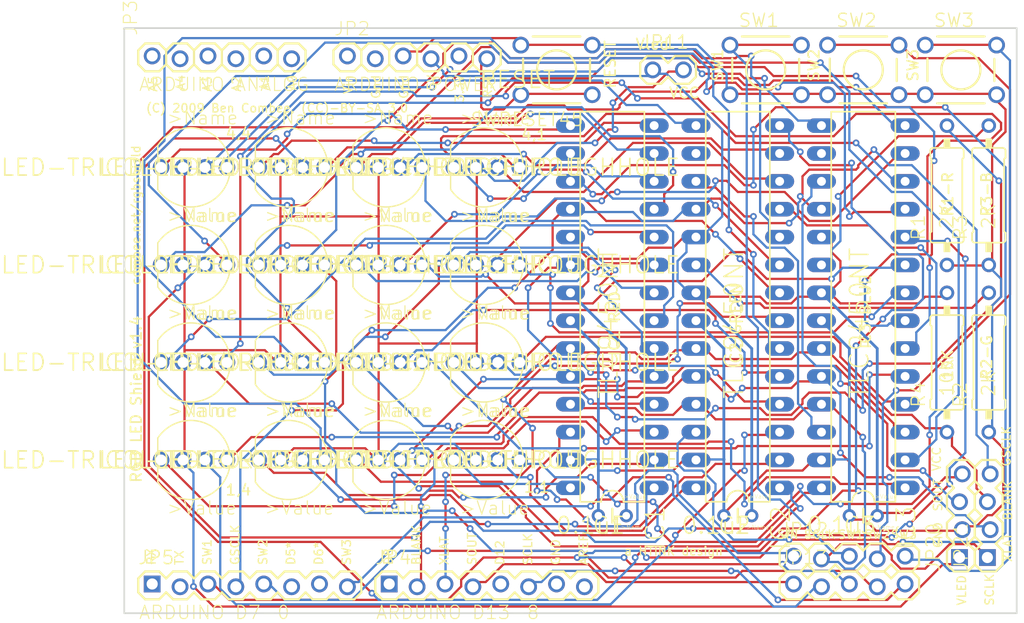
<source format=kicad_pcb>
(kicad_pcb (version 4) (host pcbnew "(2015-10-12 BZR 6266)-product")
  (layers (0 Top signal) (31 Bottom signal) (34 B.Paste user) (35 F.Paste user) (36 B.SilkS user) (37 F.SilkS user) (38 B.Mask user) (39 F.Mask user) (44 Edge.Cuts user))
  (net 0 "")
  (net 1 VCC)
  (net 2 N$1)
  (net 3 N$2)
  (net 4 N$5)
  (net 5 N$6)
  (net 6 SIN)
  (net 7 SCLK)
  (net 8 BLANK)
  (net 9 N$4)
  (net 10 GND)
  (net 11 R11)
  (net 12 R12)
  (net 13 R13)
  (net 14 R14)
  (net 15 R21)
  (net 16 R22)
  (net 17 R23)
  (net 18 R24)
  (net 19 R31)
  (net 20 R32)
  (net 21 R33)
  (net 22 R34)
  (net 23 R41)
  (net 24 R42)
  (net 25 R43)
  (net 26 R44)
  (net 27 G11)
  (net 28 G12)
  (net 29 G13)
  (net 30 G14)
  (net 31 G21)
  (net 32 G22)
  (net 33 G23)
  (net 34 G24)
  (net 35 G31)
  (net 36 G32)
  (net 37 G33)
  (net 38 G34)
  (net 39 G41)
  (net 40 G42)
  (net 41 G43)
  (net 42 G44)
  (net 43 B11)
  (net 44 B12)
  (net 45 B13)
  (net 46 B14)
  (net 47 B21)
  (net 48 B22)
  (net 49 B23)
  (net 50 B24)
  (net 51 B31)
  (net 52 B32)
  (net 53 B33)
  (net 54 B34)
  (net 55 B41)
  (net 56 B42)
  (net 57 B43)
  (net 58 B44)
  (net 59 RESET)
  (net 60 N$3)
  (net 61 N$32)
  (net 62 N$33)
  (net 63 GSCLK)
  (net 64 XLAT)
  (net 65 VLED)
  (net 66 SOUT)
  (net 67 SCLK_DEF)
  (net 68 SIN_DEF)
  (net 69 SW1_DEF)
  (net 70 SW2_DEF)
  (net 71 SW3_DEF)
  (module DIL28-3 (layer Top) (at 152.3111 103.7336 90)
    (fp_text reference IC1 (at -18.034 2.921 90) (layer F.SilkS) (effects (font (size 1.6891 1.6891) (thickness 0.135128)) (justify right top)))
    (fp_text value TLC9450NT (at -8.509 0.635 90) (layer F.SilkS) (effects (font (size 1.6891 1.6891) (thickness 0.135128)) (justify left bottom)))
    (pad 1 thru_hole oval (at -16.51 3.81 180) (size 2.6416 1.3208) (drill 0.8128) (layers *.Cu *.Mask) (net 12 R12))
    (pad 2 thru_hole oval (at -13.97 3.81 180) (size 2.6416 1.3208) (drill 0.8128) (layers *.Cu *.Mask) (net 13 R13))
    (pad 7 thru_hole oval (at -1.27 3.81 180) (size 2.6416 1.3208) (drill 0.8128) (layers *.Cu *.Mask) (net 18 R24))
    (pad 8 thru_hole oval (at 1.27 3.81 180) (size 2.6416 1.3208) (drill 0.8128) (layers *.Cu *.Mask) (net 19 R31))
    (pad 3 thru_hole oval (at -11.43 3.81 180) (size 2.6416 1.3208) (drill 0.8128) (layers *.Cu *.Mask) (net 14 R14))
    (pad 4 thru_hole oval (at -8.89 3.81 180) (size 2.6416 1.3208) (drill 0.8128) (layers *.Cu *.Mask) (net 15 R21))
    (pad 6 thru_hole oval (at -3.81 3.81 180) (size 2.6416 1.3208) (drill 0.8128) (layers *.Cu *.Mask) (net 17 R23))
    (pad 5 thru_hole oval (at -6.35 3.81 180) (size 2.6416 1.3208) (drill 0.8128) (layers *.Cu *.Mask) (net 16 R22))
    (pad 9 thru_hole oval (at 3.81 3.81 180) (size 2.6416 1.3208) (drill 0.8128) (layers *.Cu *.Mask) (net 20 R32))
    (pad 10 thru_hole oval (at 6.35 3.81 180) (size 2.6416 1.3208) (drill 0.8128) (layers *.Cu *.Mask) (net 21 R33))
    (pad 11 thru_hole oval (at 8.89 3.81 180) (size 2.6416 1.3208) (drill 0.8128) (layers *.Cu *.Mask) (net 22 R34))
    (pad 12 thru_hole oval (at 11.43 3.81 180) (size 2.6416 1.3208) (drill 0.8128) (layers *.Cu *.Mask) (net 23 R41))
    (pad 13 thru_hole oval (at 13.97 3.81 180) (size 2.6416 1.3208) (drill 0.8128) (layers *.Cu *.Mask) (net 24 R42))
    (pad 14 thru_hole oval (at 16.51 3.81 180) (size 2.6416 1.3208) (drill 0.8128) (layers *.Cu *.Mask) (net 25 R43))
    (pad 15 thru_hole oval (at 16.51 -3.81 180) (size 2.6416 1.3208) (drill 0.8128) (layers *.Cu *.Mask) (net 26 R44))
    (pad 16 thru_hole oval (at 13.97 -3.81 180) (size 2.6416 1.3208) (drill 0.8128) (layers *.Cu *.Mask))
    (pad 17 thru_hole oval (at 11.43 -3.81 180) (size 2.6416 1.3208) (drill 0.8128) (layers *.Cu *.Mask) (net 2 N$1))
    (pad 18 thru_hole oval (at 8.89 -3.81 180) (size 2.6416 1.3208) (drill 0.8128) (layers *.Cu *.Mask) (net 63 GSCLK))
    (pad 19 thru_hole oval (at 6.35 -3.81 180) (size 2.6416 1.3208) (drill 0.8128) (layers *.Cu *.Mask) (net 1 VCC))
    (pad 20 thru_hole oval (at 3.81 -3.81 180) (size 2.6416 1.3208) (drill 0.8128) (layers *.Cu *.Mask) (net 5 N$6))
    (pad 21 thru_hole oval (at 1.27 -3.81 180) (size 2.6416 1.3208) (drill 0.8128) (layers *.Cu *.Mask) (net 1 VCC))
    (pad 22 thru_hole oval (at -1.27 -3.81 180) (size 2.6416 1.3208) (drill 0.8128) (layers *.Cu *.Mask) (net 10 GND))
    (pad 23 thru_hole oval (at -3.81 -3.81 180) (size 2.6416 1.3208) (drill 0.8128) (layers *.Cu *.Mask) (net 8 BLANK))
    (pad 24 thru_hole oval (at -6.35 -3.81 180) (size 2.6416 1.3208) (drill 0.8128) (layers *.Cu *.Mask) (net 64 XLAT))
    (pad 25 thru_hole oval (at -8.89 -3.81 180) (size 2.6416 1.3208) (drill 0.8128) (layers *.Cu *.Mask) (net 7 SCLK))
    (pad 26 thru_hole oval (at -11.43 -3.81 180) (size 2.6416 1.3208) (drill 0.8128) (layers *.Cu *.Mask) (net 6 SIN))
    (pad 27 thru_hole oval (at -13.97 -3.81 180) (size 2.6416 1.3208) (drill 0.8128) (layers *.Cu *.Mask) (net 10 GND))
    (pad 28 thru_hole oval (at -16.51 -3.81 180) (size 2.6416 1.3208) (drill 0.8128) (layers *.Cu *.Mask) (net 11 R11))
  )
  (module DIL28-3 (layer Top) (at 163.7411 103.7336 90)
    (fp_text reference IC2 (at -18.034 2.921 90) (layer F.SilkS) (effects (font (size 1.6891 1.6891) (thickness 0.135128)) (justify right top)))
    (fp_text value TLC9450NT (at -8.509 0.635 90) (layer F.SilkS) (effects (font (size 1.6891 1.6891) (thickness 0.135128)) (justify left bottom)))
    (pad 1 thru_hole oval (at -16.51 3.81 180) (size 2.6416 1.3208) (drill 0.8128) (layers *.Cu *.Mask) (net 28 G12))
    (pad 2 thru_hole oval (at -13.97 3.81 180) (size 2.6416 1.3208) (drill 0.8128) (layers *.Cu *.Mask) (net 29 G13))
    (pad 7 thru_hole oval (at -1.27 3.81 180) (size 2.6416 1.3208) (drill 0.8128) (layers *.Cu *.Mask) (net 34 G24))
    (pad 8 thru_hole oval (at 1.27 3.81 180) (size 2.6416 1.3208) (drill 0.8128) (layers *.Cu *.Mask) (net 35 G31))
    (pad 3 thru_hole oval (at -11.43 3.81 180) (size 2.6416 1.3208) (drill 0.8128) (layers *.Cu *.Mask) (net 30 G14))
    (pad 4 thru_hole oval (at -8.89 3.81 180) (size 2.6416 1.3208) (drill 0.8128) (layers *.Cu *.Mask) (net 31 G21))
    (pad 6 thru_hole oval (at -3.81 3.81 180) (size 2.6416 1.3208) (drill 0.8128) (layers *.Cu *.Mask) (net 33 G23))
    (pad 5 thru_hole oval (at -6.35 3.81 180) (size 2.6416 1.3208) (drill 0.8128) (layers *.Cu *.Mask) (net 32 G22))
    (pad 9 thru_hole oval (at 3.81 3.81 180) (size 2.6416 1.3208) (drill 0.8128) (layers *.Cu *.Mask) (net 36 G32))
    (pad 10 thru_hole oval (at 6.35 3.81 180) (size 2.6416 1.3208) (drill 0.8128) (layers *.Cu *.Mask) (net 37 G33))
    (pad 11 thru_hole oval (at 8.89 3.81 180) (size 2.6416 1.3208) (drill 0.8128) (layers *.Cu *.Mask) (net 38 G34))
    (pad 12 thru_hole oval (at 11.43 3.81 180) (size 2.6416 1.3208) (drill 0.8128) (layers *.Cu *.Mask) (net 39 G41))
    (pad 13 thru_hole oval (at 13.97 3.81 180) (size 2.6416 1.3208) (drill 0.8128) (layers *.Cu *.Mask) (net 40 G42))
    (pad 14 thru_hole oval (at 16.51 3.81 180) (size 2.6416 1.3208) (drill 0.8128) (layers *.Cu *.Mask) (net 41 G43))
    (pad 15 thru_hole oval (at 16.51 -3.81 180) (size 2.6416 1.3208) (drill 0.8128) (layers *.Cu *.Mask) (net 42 G44))
    (pad 16 thru_hole oval (at 13.97 -3.81 180) (size 2.6416 1.3208) (drill 0.8128) (layers *.Cu *.Mask))
    (pad 17 thru_hole oval (at 11.43 -3.81 180) (size 2.6416 1.3208) (drill 0.8128) (layers *.Cu *.Mask) (net 3 N$2))
    (pad 18 thru_hole oval (at 8.89 -3.81 180) (size 2.6416 1.3208) (drill 0.8128) (layers *.Cu *.Mask) (net 63 GSCLK))
    (pad 19 thru_hole oval (at 6.35 -3.81 180) (size 2.6416 1.3208) (drill 0.8128) (layers *.Cu *.Mask) (net 1 VCC))
    (pad 20 thru_hole oval (at 3.81 -3.81 180) (size 2.6416 1.3208) (drill 0.8128) (layers *.Cu *.Mask) (net 4 N$5))
    (pad 21 thru_hole oval (at 1.27 -3.81 180) (size 2.6416 1.3208) (drill 0.8128) (layers *.Cu *.Mask) (net 1 VCC))
    (pad 22 thru_hole oval (at -1.27 -3.81 180) (size 2.6416 1.3208) (drill 0.8128) (layers *.Cu *.Mask) (net 10 GND))
    (pad 23 thru_hole oval (at -3.81 -3.81 180) (size 2.6416 1.3208) (drill 0.8128) (layers *.Cu *.Mask) (net 8 BLANK))
    (pad 24 thru_hole oval (at -6.35 -3.81 180) (size 2.6416 1.3208) (drill 0.8128) (layers *.Cu *.Mask) (net 64 XLAT))
    (pad 25 thru_hole oval (at -8.89 -3.81 180) (size 2.6416 1.3208) (drill 0.8128) (layers *.Cu *.Mask) (net 7 SCLK))
    (pad 26 thru_hole oval (at -11.43 -3.81 180) (size 2.6416 1.3208) (drill 0.8128) (layers *.Cu *.Mask) (net 2 N$1))
    (pad 27 thru_hole oval (at -13.97 -3.81 180) (size 2.6416 1.3208) (drill 0.8128) (layers *.Cu *.Mask) (net 10 GND))
    (pad 28 thru_hole oval (at -16.51 -3.81 180) (size 2.6416 1.3208) (drill 0.8128) (layers *.Cu *.Mask) (net 27 G11))
  )
  (module DIL28-3 (layer Top) (at 175.1711 103.7336 90)
    (fp_text reference IC3 (at -18.034 2.921 90) (layer F.SilkS) (effects (font (size 1.6891 1.6891) (thickness 0.135128)) (justify right top)))
    (fp_text value TLC9450NT (at -8.509 0.635 90) (layer F.SilkS) (effects (font (size 1.6891 1.6891) (thickness 0.135128)) (justify left bottom)))
    (pad 1 thru_hole oval (at -16.51 3.81 180) (size 2.6416 1.3208) (drill 0.8128) (layers *.Cu *.Mask) (net 44 B12))
    (pad 2 thru_hole oval (at -13.97 3.81 180) (size 2.6416 1.3208) (drill 0.8128) (layers *.Cu *.Mask) (net 45 B13))
    (pad 7 thru_hole oval (at -1.27 3.81 180) (size 2.6416 1.3208) (drill 0.8128) (layers *.Cu *.Mask) (net 50 B24))
    (pad 8 thru_hole oval (at 1.27 3.81 180) (size 2.6416 1.3208) (drill 0.8128) (layers *.Cu *.Mask) (net 51 B31))
    (pad 3 thru_hole oval (at -11.43 3.81 180) (size 2.6416 1.3208) (drill 0.8128) (layers *.Cu *.Mask) (net 46 B14))
    (pad 4 thru_hole oval (at -8.89 3.81 180) (size 2.6416 1.3208) (drill 0.8128) (layers *.Cu *.Mask) (net 47 B21))
    (pad 6 thru_hole oval (at -3.81 3.81 180) (size 2.6416 1.3208) (drill 0.8128) (layers *.Cu *.Mask) (net 49 B23))
    (pad 5 thru_hole oval (at -6.35 3.81 180) (size 2.6416 1.3208) (drill 0.8128) (layers *.Cu *.Mask) (net 48 B22))
    (pad 9 thru_hole oval (at 3.81 3.81 180) (size 2.6416 1.3208) (drill 0.8128) (layers *.Cu *.Mask) (net 52 B32))
    (pad 10 thru_hole oval (at 6.35 3.81 180) (size 2.6416 1.3208) (drill 0.8128) (layers *.Cu *.Mask) (net 53 B33))
    (pad 11 thru_hole oval (at 8.89 3.81 180) (size 2.6416 1.3208) (drill 0.8128) (layers *.Cu *.Mask) (net 54 B34))
    (pad 12 thru_hole oval (at 11.43 3.81 180) (size 2.6416 1.3208) (drill 0.8128) (layers *.Cu *.Mask) (net 55 B41))
    (pad 13 thru_hole oval (at 13.97 3.81 180) (size 2.6416 1.3208) (drill 0.8128) (layers *.Cu *.Mask) (net 56 B42))
    (pad 14 thru_hole oval (at 16.51 3.81 180) (size 2.6416 1.3208) (drill 0.8128) (layers *.Cu *.Mask) (net 57 B43))
    (pad 15 thru_hole oval (at 16.51 -3.81 180) (size 2.6416 1.3208) (drill 0.8128) (layers *.Cu *.Mask) (net 58 B44))
    (pad 16 thru_hole oval (at 13.97 -3.81 180) (size 2.6416 1.3208) (drill 0.8128) (layers *.Cu *.Mask))
    (pad 17 thru_hole oval (at 11.43 -3.81 180) (size 2.6416 1.3208) (drill 0.8128) (layers *.Cu *.Mask) (net 66 SOUT))
    (pad 18 thru_hole oval (at 8.89 -3.81 180) (size 2.6416 1.3208) (drill 0.8128) (layers *.Cu *.Mask) (net 63 GSCLK))
    (pad 19 thru_hole oval (at 6.35 -3.81 180) (size 2.6416 1.3208) (drill 0.8128) (layers *.Cu *.Mask) (net 1 VCC))
    (pad 20 thru_hole oval (at 3.81 -3.81 180) (size 2.6416 1.3208) (drill 0.8128) (layers *.Cu *.Mask) (net 9 N$4))
    (pad 21 thru_hole oval (at 1.27 -3.81 180) (size 2.6416 1.3208) (drill 0.8128) (layers *.Cu *.Mask) (net 1 VCC))
    (pad 22 thru_hole oval (at -1.27 -3.81 180) (size 2.6416 1.3208) (drill 0.8128) (layers *.Cu *.Mask) (net 10 GND))
    (pad 23 thru_hole oval (at -3.81 -3.81 180) (size 2.6416 1.3208) (drill 0.8128) (layers *.Cu *.Mask) (net 8 BLANK))
    (pad 24 thru_hole oval (at -6.35 -3.81 180) (size 2.6416 1.3208) (drill 0.8128) (layers *.Cu *.Mask) (net 64 XLAT))
    (pad 25 thru_hole oval (at -8.89 -3.81 180) (size 2.6416 1.3208) (drill 0.8128) (layers *.Cu *.Mask) (net 7 SCLK))
    (pad 26 thru_hole oval (at -11.43 -3.81 180) (size 2.6416 1.3208) (drill 0.8128) (layers *.Cu *.Mask) (net 3 N$2))
    (pad 27 thru_hole oval (at -13.97 -3.81 180) (size 2.6416 1.3208) (drill 0.8128) (layers *.Cu *.Mask) (net 10 GND))
    (pad 28 thru_hole oval (at -16.51 -3.81 180) (size 2.6416 1.3208) (drill 0.8128) (layers *.Cu *.Mask) (net 43 B11))
  )
  (module 0309%2f12 (layer Top) (at 182.7911 93.5736 90)
    (fp_text reference R1 (at -4.191 -1.905 90) (layer F.SilkS) (effects (font (size 1.2065 1.2065) (thickness 0.12065)) (justify left bottom)))
    (fp_text value 2K (at -3.175 0.6858 90) (layer F.SilkS) (effects (font (size 1.2065 1.2065) (thickness 0.12065)) (justify left bottom)))
    (pad 1 thru_hole circle (at -6.35 0 90) (size 1.3208 1.3208) (drill 0.8128) (layers *.Cu *.Mask) (net 10 GND))
    (pad 2 thru_hole circle (at 6.35 0 90) (size 1.3208 1.3208) (drill 0.8128) (layers *.Cu *.Mask) (net 5 N$6))
  )
  (module 0309%2f12 (layer Top) (at 186.6011 108.8136 90)
    (fp_text reference R2 (at -4.191 -1.905 90) (layer F.SilkS) (effects (font (size 1.2065 1.2065) (thickness 0.12065)) (justify left bottom)))
    (fp_text value 2K (at -3.175 0.6858 90) (layer F.SilkS) (effects (font (size 1.2065 1.2065) (thickness 0.12065)) (justify left bottom)))
    (pad 1 thru_hole circle (at -6.35 0 90) (size 1.3208 1.3208) (drill 0.8128) (layers *.Cu *.Mask) (net 10 GND))
    (pad 2 thru_hole circle (at 6.35 0 90) (size 1.3208 1.3208) (drill 0.8128) (layers *.Cu *.Mask) (net 4 N$5))
  )
  (module 0309%2f12 (layer Top) (at 186.6011 93.5736 90)
    (fp_text reference R3 (at -4.191 -1.905 90) (layer F.SilkS) (effects (font (size 1.2065 1.2065) (thickness 0.12065)) (justify left bottom)))
    (fp_text value 2K (at -3.175 0.6858 90) (layer F.SilkS) (effects (font (size 1.2065 1.2065) (thickness 0.12065)) (justify left bottom)))
    (pad 1 thru_hole circle (at -6.35 0 90) (size 1.3208 1.3208) (drill 0.8128) (layers *.Cu *.Mask) (net 10 GND))
    (pad 2 thru_hole circle (at 6.35 0 90) (size 1.3208 1.3208) (drill 0.8128) (layers *.Cu *.Mask) (net 9 N$4))
  )
  (module LED-TRICOLOR-THROUGHHOLE (layer Top) (at 140.8811 117.7036)
    (fp_text reference LED11 (at 0 0) (layer F.SilkS))
    (fp_text value LED-TRICOLOR-THROUGHHOLE (at 0 0) (layer F.SilkS))
    (fp_text user >Name (at -2.54 -3.81) (layer F.SilkS) (effects (font (size 1.2065 1.2065) (thickness 0.1016)) (justify left bottom)))
    (fp_text user >Value (at -2.54 5.08) (layer F.SilkS) (effects (font (size 1.2065 1.2065) (thickness 0.1016)) (justify left bottom)))
    (pad GND thru_hole circle (at -1 0 90) (size 1.508 1.508) (drill 1) (layers *.Cu *.Mask) (net 65 VLED))
    (pad BLU thru_hole circle (at 1 0 90) (size 1.508 1.508) (drill 1) (layers *.Cu *.Mask) (net 27 G11))
    (pad GRN thru_hole circle (at 3 0 90) (size 1.508 1.508) (drill 1) (layers *.Cu *.Mask) (net 43 B11))
    (pad RED thru_hole circle (at -3 0 270) (size 1.508 1.508) (drill 1) (layers *.Cu *.Mask) (net 11 R11))
  )
  (module LED-TRICOLOR-THROUGHHOLE (layer Top) (at 131.9911 117.7036)
    (fp_text reference LED12 (at 0 0) (layer F.SilkS))
    (fp_text value LED-TRICOLOR-THROUGHHOLE (at 0 0) (layer F.SilkS))
    (fp_text user >Name (at -2.54 -3.81) (layer F.SilkS) (effects (font (size 1.2065 1.2065) (thickness 0.1016)) (justify left bottom)))
    (fp_text user >Value (at -2.54 5.08) (layer F.SilkS) (effects (font (size 1.2065 1.2065) (thickness 0.1016)) (justify left bottom)))
    (pad GND thru_hole circle (at -1 0 90) (size 1.508 1.508) (drill 1) (layers *.Cu *.Mask) (net 65 VLED))
    (pad BLU thru_hole circle (at 1 0 90) (size 1.508 1.508) (drill 1) (layers *.Cu *.Mask) (net 28 G12))
    (pad GRN thru_hole circle (at 3 0 90) (size 1.508 1.508) (drill 1) (layers *.Cu *.Mask) (net 44 B12))
    (pad RED thru_hole circle (at -3 0 270) (size 1.508 1.508) (drill 1) (layers *.Cu *.Mask) (net 12 R12))
  )
  (module LED-TRICOLOR-THROUGHHOLE (layer Top) (at 123.1011 117.7036)
    (fp_text reference LED13 (at 0 0) (layer F.SilkS))
    (fp_text value LED-TRICOLOR-THROUGHHOLE (at 0 0) (layer F.SilkS))
    (fp_text user >Name (at -2.54 -3.81) (layer F.SilkS) (effects (font (size 1.2065 1.2065) (thickness 0.1016)) (justify left bottom)))
    (fp_text user >Value (at -2.54 5.08) (layer F.SilkS) (effects (font (size 1.2065 1.2065) (thickness 0.1016)) (justify left bottom)))
    (pad GND thru_hole circle (at -1 0 90) (size 1.508 1.508) (drill 1) (layers *.Cu *.Mask) (net 65 VLED))
    (pad BLU thru_hole circle (at 1 0 90) (size 1.508 1.508) (drill 1) (layers *.Cu *.Mask) (net 29 G13))
    (pad GRN thru_hole circle (at 3 0 90) (size 1.508 1.508) (drill 1) (layers *.Cu *.Mask) (net 45 B13))
    (pad RED thru_hole circle (at -3 0 270) (size 1.508 1.508) (drill 1) (layers *.Cu *.Mask) (net 13 R13))
  )
  (module LED-TRICOLOR-THROUGHHOLE (layer Top) (at 114.2111 117.7036)
    (fp_text reference LED14 (at 0 0) (layer F.SilkS))
    (fp_text value LED-TRICOLOR-THROUGHHOLE (at 0 0) (layer F.SilkS))
    (fp_text user >Name (at -2.54 -3.81) (layer F.SilkS) (effects (font (size 1.2065 1.2065) (thickness 0.1016)) (justify left bottom)))
    (fp_text user >Value (at -2.54 5.08) (layer F.SilkS) (effects (font (size 1.2065 1.2065) (thickness 0.1016)) (justify left bottom)))
    (pad GND thru_hole circle (at -1 0 90) (size 1.508 1.508) (drill 1) (layers *.Cu *.Mask) (net 65 VLED))
    (pad BLU thru_hole circle (at 1 0 90) (size 1.508 1.508) (drill 1) (layers *.Cu *.Mask) (net 30 G14))
    (pad GRN thru_hole circle (at 3 0 90) (size 1.508 1.508) (drill 1) (layers *.Cu *.Mask) (net 46 B14))
    (pad RED thru_hole circle (at -3 0 270) (size 1.508 1.508) (drill 1) (layers *.Cu *.Mask) (net 14 R14))
  )
  (module LED-TRICOLOR-THROUGHHOLE (layer Top) (at 140.8811 108.8136)
    (fp_text reference LED21 (at 0 0) (layer F.SilkS))
    (fp_text value LED-TRICOLOR-THROUGHHOLE (at 0 0) (layer F.SilkS))
    (fp_text user >Name (at -2.54 -3.81) (layer F.SilkS) (effects (font (size 1.2065 1.2065) (thickness 0.1016)) (justify left bottom)))
    (fp_text user >Value (at -2.54 5.08) (layer F.SilkS) (effects (font (size 1.2065 1.2065) (thickness 0.1016)) (justify left bottom)))
    (pad GND thru_hole circle (at -1 0 90) (size 1.508 1.508) (drill 1) (layers *.Cu *.Mask) (net 65 VLED))
    (pad BLU thru_hole circle (at 1 0 90) (size 1.508 1.508) (drill 1) (layers *.Cu *.Mask) (net 31 G21))
    (pad GRN thru_hole circle (at 3 0 90) (size 1.508 1.508) (drill 1) (layers *.Cu *.Mask) (net 47 B21))
    (pad RED thru_hole circle (at -3 0 270) (size 1.508 1.508) (drill 1) (layers *.Cu *.Mask) (net 15 R21))
  )
  (module LED-TRICOLOR-THROUGHHOLE (layer Top) (at 131.9911 108.8136)
    (fp_text reference LED22 (at 0 0) (layer F.SilkS))
    (fp_text value LED-TRICOLOR-THROUGHHOLE (at 0 0) (layer F.SilkS))
    (fp_text user >Name (at -2.54 -3.81) (layer F.SilkS) (effects (font (size 1.2065 1.2065) (thickness 0.1016)) (justify left bottom)))
    (fp_text user >Value (at -2.54 5.08) (layer F.SilkS) (effects (font (size 1.2065 1.2065) (thickness 0.1016)) (justify left bottom)))
    (pad GND thru_hole circle (at -1 0 90) (size 1.508 1.508) (drill 1) (layers *.Cu *.Mask) (net 65 VLED))
    (pad BLU thru_hole circle (at 1 0 90) (size 1.508 1.508) (drill 1) (layers *.Cu *.Mask) (net 32 G22))
    (pad GRN thru_hole circle (at 3 0 90) (size 1.508 1.508) (drill 1) (layers *.Cu *.Mask) (net 48 B22))
    (pad RED thru_hole circle (at -3 0 270) (size 1.508 1.508) (drill 1) (layers *.Cu *.Mask) (net 16 R22))
  )
  (module LED-TRICOLOR-THROUGHHOLE (layer Top) (at 123.1011 108.8136)
    (fp_text reference LED23 (at 0 0) (layer F.SilkS))
    (fp_text value LED-TRICOLOR-THROUGHHOLE (at 0 0) (layer F.SilkS))
    (fp_text user >Name (at -2.54 -3.81) (layer F.SilkS) (effects (font (size 1.2065 1.2065) (thickness 0.1016)) (justify left bottom)))
    (fp_text user >Value (at -2.54 5.08) (layer F.SilkS) (effects (font (size 1.2065 1.2065) (thickness 0.1016)) (justify left bottom)))
    (pad GND thru_hole circle (at -1 0 90) (size 1.508 1.508) (drill 1) (layers *.Cu *.Mask) (net 65 VLED))
    (pad BLU thru_hole circle (at 1 0 90) (size 1.508 1.508) (drill 1) (layers *.Cu *.Mask) (net 33 G23))
    (pad GRN thru_hole circle (at 3 0 90) (size 1.508 1.508) (drill 1) (layers *.Cu *.Mask) (net 49 B23))
    (pad RED thru_hole circle (at -3 0 270) (size 1.508 1.508) (drill 1) (layers *.Cu *.Mask) (net 17 R23))
  )
  (module LED-TRICOLOR-THROUGHHOLE (layer Top) (at 114.2111 108.8136)
    (fp_text reference LED24 (at 0 0) (layer F.SilkS))
    (fp_text value LED-TRICOLOR-THROUGHHOLE (at 0 0) (layer F.SilkS))
    (fp_text user >Name (at -2.54 -3.81) (layer F.SilkS) (effects (font (size 1.2065 1.2065) (thickness 0.1016)) (justify left bottom)))
    (fp_text user >Value (at -2.54 5.08) (layer F.SilkS) (effects (font (size 1.2065 1.2065) (thickness 0.1016)) (justify left bottom)))
    (pad GND thru_hole circle (at -1 0 90) (size 1.508 1.508) (drill 1) (layers *.Cu *.Mask) (net 65 VLED))
    (pad BLU thru_hole circle (at 1 0 90) (size 1.508 1.508) (drill 1) (layers *.Cu *.Mask) (net 34 G24))
    (pad GRN thru_hole circle (at 3 0 90) (size 1.508 1.508) (drill 1) (layers *.Cu *.Mask) (net 50 B24))
    (pad RED thru_hole circle (at -3 0 270) (size 1.508 1.508) (drill 1) (layers *.Cu *.Mask) (net 18 R24))
  )
  (module LED-TRICOLOR-THROUGHHOLE (layer Top) (at 140.8811 99.9236)
    (fp_text reference LED31 (at 0 0) (layer F.SilkS))
    (fp_text value LED-TRICOLOR-THROUGHHOLE (at 0 0) (layer F.SilkS))
    (fp_text user >Name (at -2.54 -3.81) (layer F.SilkS) (effects (font (size 1.2065 1.2065) (thickness 0.1016)) (justify left bottom)))
    (fp_text user >Value (at -2.54 5.08) (layer F.SilkS) (effects (font (size 1.2065 1.2065) (thickness 0.1016)) (justify left bottom)))
    (pad GND thru_hole circle (at -1 0 90) (size 1.508 1.508) (drill 1) (layers *.Cu *.Mask) (net 65 VLED))
    (pad BLU thru_hole circle (at 1 0 90) (size 1.508 1.508) (drill 1) (layers *.Cu *.Mask) (net 35 G31))
    (pad GRN thru_hole circle (at 3 0 90) (size 1.508 1.508) (drill 1) (layers *.Cu *.Mask) (net 51 B31))
    (pad RED thru_hole circle (at -3 0 270) (size 1.508 1.508) (drill 1) (layers *.Cu *.Mask) (net 19 R31))
  )
  (module LED-TRICOLOR-THROUGHHOLE (layer Top) (at 131.9911 99.9236)
    (fp_text reference LED32 (at 0 0) (layer F.SilkS))
    (fp_text value LED-TRICOLOR-THROUGHHOLE (at 0 0) (layer F.SilkS))
    (fp_text user >Name (at -2.54 -3.81) (layer F.SilkS) (effects (font (size 1.2065 1.2065) (thickness 0.1016)) (justify left bottom)))
    (fp_text user >Value (at -2.54 5.08) (layer F.SilkS) (effects (font (size 1.2065 1.2065) (thickness 0.1016)) (justify left bottom)))
    (pad GND thru_hole circle (at -1 0 90) (size 1.508 1.508) (drill 1) (layers *.Cu *.Mask) (net 65 VLED))
    (pad BLU thru_hole circle (at 1 0 90) (size 1.508 1.508) (drill 1) (layers *.Cu *.Mask) (net 36 G32))
    (pad GRN thru_hole circle (at 3 0 90) (size 1.508 1.508) (drill 1) (layers *.Cu *.Mask) (net 52 B32))
    (pad RED thru_hole circle (at -3 0 270) (size 1.508 1.508) (drill 1) (layers *.Cu *.Mask) (net 20 R32))
  )
  (module LED-TRICOLOR-THROUGHHOLE (layer Top) (at 123.1011 99.9236)
    (fp_text reference LED33 (at 0 0) (layer F.SilkS))
    (fp_text value LED-TRICOLOR-THROUGHHOLE (at 0 0) (layer F.SilkS))
    (fp_text user >Name (at -2.54 -3.81) (layer F.SilkS) (effects (font (size 1.2065 1.2065) (thickness 0.1016)) (justify left bottom)))
    (fp_text user >Value (at -2.54 5.08) (layer F.SilkS) (effects (font (size 1.2065 1.2065) (thickness 0.1016)) (justify left bottom)))
    (pad GND thru_hole circle (at -1 0 90) (size 1.508 1.508) (drill 1) (layers *.Cu *.Mask) (net 65 VLED))
    (pad BLU thru_hole circle (at 1 0 90) (size 1.508 1.508) (drill 1) (layers *.Cu *.Mask) (net 37 G33))
    (pad GRN thru_hole circle (at 3 0 90) (size 1.508 1.508) (drill 1) (layers *.Cu *.Mask) (net 53 B33))
    (pad RED thru_hole circle (at -3 0 270) (size 1.508 1.508) (drill 1) (layers *.Cu *.Mask) (net 21 R33))
  )
  (module LED-TRICOLOR-THROUGHHOLE (layer Top) (at 114.2111 99.9236)
    (fp_text reference LED34 (at 0 0) (layer F.SilkS))
    (fp_text value LED-TRICOLOR-THROUGHHOLE (at 0 0) (layer F.SilkS))
    (fp_text user >Name (at -2.54 -3.81) (layer F.SilkS) (effects (font (size 1.2065 1.2065) (thickness 0.1016)) (justify left bottom)))
    (fp_text user >Value (at -2.54 5.08) (layer F.SilkS) (effects (font (size 1.2065 1.2065) (thickness 0.1016)) (justify left bottom)))
    (pad GND thru_hole circle (at -1 0 90) (size 1.508 1.508) (drill 1) (layers *.Cu *.Mask) (net 65 VLED))
    (pad BLU thru_hole circle (at 1 0 90) (size 1.508 1.508) (drill 1) (layers *.Cu *.Mask) (net 38 G34))
    (pad GRN thru_hole circle (at 3 0 90) (size 1.508 1.508) (drill 1) (layers *.Cu *.Mask) (net 54 B34))
    (pad RED thru_hole circle (at -3 0 270) (size 1.508 1.508) (drill 1) (layers *.Cu *.Mask) (net 22 R34))
  )
  (module LED-TRICOLOR-THROUGHHOLE (layer Top) (at 140.8811 91.0336)
    (fp_text reference LED41 (at 0 0) (layer F.SilkS))
    (fp_text value LED-TRICOLOR-THROUGHHOLE (at 0 0) (layer F.SilkS))
    (fp_text user >Name (at -2.54 -3.81) (layer F.SilkS) (effects (font (size 1.2065 1.2065) (thickness 0.1016)) (justify left bottom)))
    (fp_text user >Value (at -2.54 5.08) (layer F.SilkS) (effects (font (size 1.2065 1.2065) (thickness 0.1016)) (justify left bottom)))
    (pad GND thru_hole circle (at -1 0 90) (size 1.508 1.508) (drill 1) (layers *.Cu *.Mask) (net 65 VLED))
    (pad BLU thru_hole circle (at 1 0 90) (size 1.508 1.508) (drill 1) (layers *.Cu *.Mask) (net 39 G41))
    (pad GRN thru_hole circle (at 3 0 90) (size 1.508 1.508) (drill 1) (layers *.Cu *.Mask) (net 55 B41))
    (pad RED thru_hole circle (at -3 0 270) (size 1.508 1.508) (drill 1) (layers *.Cu *.Mask) (net 23 R41))
  )
  (module LED-TRICOLOR-THROUGHHOLE (layer Top) (at 131.9911 91.0336)
    (fp_text reference LED42 (at 0 0) (layer F.SilkS))
    (fp_text value LED-TRICOLOR-THROUGHHOLE (at 0 0) (layer F.SilkS))
    (fp_text user >Name (at -2.54 -3.81) (layer F.SilkS) (effects (font (size 1.2065 1.2065) (thickness 0.1016)) (justify left bottom)))
    (fp_text user >Value (at -2.54 5.08) (layer F.SilkS) (effects (font (size 1.2065 1.2065) (thickness 0.1016)) (justify left bottom)))
    (pad GND thru_hole circle (at -1 0 90) (size 1.508 1.508) (drill 1) (layers *.Cu *.Mask) (net 65 VLED))
    (pad BLU thru_hole circle (at 1 0 90) (size 1.508 1.508) (drill 1) (layers *.Cu *.Mask) (net 40 G42))
    (pad GRN thru_hole circle (at 3 0 90) (size 1.508 1.508) (drill 1) (layers *.Cu *.Mask) (net 56 B42))
    (pad RED thru_hole circle (at -3 0 270) (size 1.508 1.508) (drill 1) (layers *.Cu *.Mask) (net 24 R42))
  )
  (module LED-TRICOLOR-THROUGHHOLE (layer Top) (at 123.1011 91.0336)
    (fp_text reference LED43 (at 0 0) (layer F.SilkS))
    (fp_text value LED-TRICOLOR-THROUGHHOLE (at 0 0) (layer F.SilkS))
    (fp_text user >Name (at -2.54 -3.81) (layer F.SilkS) (effects (font (size 1.2065 1.2065) (thickness 0.1016)) (justify left bottom)))
    (fp_text user >Value (at -2.54 5.08) (layer F.SilkS) (effects (font (size 1.2065 1.2065) (thickness 0.1016)) (justify left bottom)))
    (pad GND thru_hole circle (at -1 0 90) (size 1.508 1.508) (drill 1) (layers *.Cu *.Mask) (net 65 VLED))
    (pad BLU thru_hole circle (at 1 0 90) (size 1.508 1.508) (drill 1) (layers *.Cu *.Mask) (net 41 G43))
    (pad GRN thru_hole circle (at 3 0 90) (size 1.508 1.508) (drill 1) (layers *.Cu *.Mask) (net 57 B43))
    (pad RED thru_hole circle (at -3 0 270) (size 1.508 1.508) (drill 1) (layers *.Cu *.Mask) (net 25 R43))
  )
  (module LED-TRICOLOR-THROUGHHOLE (layer Top) (at 114.2111 91.0336)
    (fp_text reference LED44 (at 0 0) (layer F.SilkS))
    (fp_text value LED-TRICOLOR-THROUGHHOLE (at 0 0) (layer F.SilkS))
    (fp_text user >Name (at -2.54 -3.81) (layer F.SilkS) (effects (font (size 1.2065 1.2065) (thickness 0.1016)) (justify left bottom)))
    (fp_text user >Value (at -2.54 5.08) (layer F.SilkS) (effects (font (size 1.2065 1.2065) (thickness 0.1016)) (justify left bottom)))
    (pad GND thru_hole circle (at -1 0 90) (size 1.508 1.508) (drill 1) (layers *.Cu *.Mask) (net 65 VLED))
    (pad BLU thru_hole circle (at 1 0 90) (size 1.508 1.508) (drill 1) (layers *.Cu *.Mask) (net 42 G44))
    (pad GRN thru_hole circle (at 3 0 90) (size 1.508 1.508) (drill 1) (layers *.Cu *.Mask) (net 58 B44))
    (pad RED thru_hole circle (at -3 0 270) (size 1.508 1.508) (drill 1) (layers *.Cu *.Mask) (net 26 R44))
  )
  (module 1X06_LOCK (layer Top) (at 128.1811 80.8736)
    (fp_text reference JP2 (at -1.27 -1.778) (layer F.SilkS) (effects (font (size 1.2065 1.2065) (thickness 0.09652)) (justify left bottom)))
    (fp_text value "ARDUINO POWER" (at -1.27 3.302) (layer F.SilkS) (effects (font (size 1.2065 1.2065) (thickness 0.09652)) (justify left bottom)))
    (pad 1 thru_hole circle (at 0 0) (size 1.524 1.524) (drill 1.016) (layers *.Cu *.Mask))
    (pad 2 thru_hole circle (at 2.54 0.254) (size 1.524 1.524) (drill 1.016) (layers *.Cu *.Mask))
    (pad 3 thru_hole circle (at 5.08 0) (size 1.524 1.524) (drill 1.016) (layers *.Cu *.Mask) (net 10 GND))
    (pad 4 thru_hole circle (at 7.62 0.254) (size 1.524 1.524) (drill 1.016) (layers *.Cu *.Mask) (net 1 VCC))
    (pad 5 thru_hole circle (at 10.16 0) (size 1.524 1.524) (drill 1.016) (layers *.Cu *.Mask))
    (pad 6 thru_hole circle (at 12.7 0.254) (size 1.524 1.524) (drill 1.016) (layers *.Cu *.Mask) (net 59 RESET))
  )
  (module 1X06_LOCK (layer Top) (at 110.4011 80.8736)
    (fp_text reference JP3 (at -1.27 -1.778 90) (layer F.SilkS) (effects (font (size 1.2065 1.2065) (thickness 0.09652)) (justify left bottom)))
    (fp_text value "ARDUINO ANALOG" (at -1.27 3.302) (layer F.SilkS) (effects (font (size 1.2065 1.2065) (thickness 0.09652)) (justify left bottom)))
    (pad 1 thru_hole circle (at 0 0) (size 1.524 1.524) (drill 1.016) (layers *.Cu *.Mask))
    (pad 2 thru_hole circle (at 2.54 0.254) (size 1.524 1.524) (drill 1.016) (layers *.Cu *.Mask))
    (pad 3 thru_hole circle (at 5.08 0) (size 1.524 1.524) (drill 1.016) (layers *.Cu *.Mask))
    (pad 4 thru_hole circle (at 7.62 0.254) (size 1.524 1.524) (drill 1.016) (layers *.Cu *.Mask))
    (pad 5 thru_hole circle (at 10.16 0) (size 1.524 1.524) (drill 1.016) (layers *.Cu *.Mask))
    (pad 6 thru_hole circle (at 12.7 0.254) (size 1.524 1.524) (drill 1.016) (layers *.Cu *.Mask))
  )
  (module 1X08_LOCK (layer Top) (at 131.9911 129.1336)
    (fp_text reference JP4 (at -1.3462 -1.8288) (layer F.SilkS) (effects (font (size 1.2065 1.2065) (thickness 0.127)) (justify left bottom)))
    (fp_text value "ARDUINO D13-8" (at -1.27 3.175) (layer F.SilkS) (effects (font (size 1.2065 1.2065) (thickness 0.1016)) (justify left bottom)))
    (pad 1 thru_hole rect (at 0 -0.127 90) (size 1.524 1.524) (drill 1.016) (layers *.Cu *.Mask))
    (pad 2 thru_hole circle (at 2.54 0.127 90) (size 1.524 1.524) (drill 1.016) (layers *.Cu *.Mask) (net 64 XLAT))
    (pad 3 thru_hole circle (at 5.08 -0.127 90) (size 1.524 1.524) (drill 1.016) (layers *.Cu *.Mask) (net 8 BLANK))
    (pad 4 thru_hole circle (at 7.62 0.127 90) (size 1.524 1.524) (drill 1.016) (layers *.Cu *.Mask) (net 68 SIN_DEF))
    (pad 5 thru_hole circle (at 10.16 -0.127 90) (size 1.524 1.524) (drill 1.016) (layers *.Cu *.Mask))
    (pad 6 thru_hole circle (at 12.7 0.127 90) (size 1.524 1.524) (drill 1.016) (layers *.Cu *.Mask) (net 67 SCLK_DEF))
    (pad 7 thru_hole circle (at 15.24 -0.127 90) (size 1.524 1.524) (drill 1.016) (layers *.Cu *.Mask))
    (pad 8 thru_hole circle (at 17.78 0.127 90) (size 1.524 1.524) (drill 1.016) (layers *.Cu *.Mask))
  )
  (module 1X08_LOCK (layer Top) (at 110.4011 129.1336)
    (fp_text reference JP5 (at -1.3462 -1.8288) (layer F.SilkS) (effects (font (size 1.2065 1.2065) (thickness 0.127)) (justify left bottom)))
    (fp_text value "ARDUINO D7-0" (at -1.27 3.175) (layer F.SilkS) (effects (font (size 1.2065 1.2065) (thickness 0.1016)) (justify left bottom)))
    (pad 1 thru_hole rect (at 0 -0.127 90) (size 1.524 1.524) (drill 1.016) (layers *.Cu *.Mask))
    (pad 2 thru_hole circle (at 2.54 0.127 90) (size 1.524 1.524) (drill 1.016) (layers *.Cu *.Mask))
    (pad 3 thru_hole circle (at 5.08 -0.127 90) (size 1.524 1.524) (drill 1.016) (layers *.Cu *.Mask) (net 69 SW1_DEF))
    (pad 4 thru_hole circle (at 7.62 0.127 90) (size 1.524 1.524) (drill 1.016) (layers *.Cu *.Mask) (net 63 GSCLK))
    (pad 5 thru_hole circle (at 10.16 -0.127 90) (size 1.524 1.524) (drill 1.016) (layers *.Cu *.Mask) (net 70 SW2_DEF))
    (pad 6 thru_hole circle (at 12.7 0.127 90) (size 1.524 1.524) (drill 1.016) (layers *.Cu *.Mask))
    (pad 7 thru_hole circle (at 15.24 -0.127 90) (size 1.524 1.524) (drill 1.016) (layers *.Cu *.Mask))
    (pad 8 thru_hole circle (at 17.78 0.127 90) (size 1.524 1.524) (drill 1.016) (layers *.Cu *.Mask) (net 71 SW3_DEF))
  )
  (module TACTILE-PTH (layer Top) (at 147.2311 82.1436 180)
    (fp_text reference SWRESET45 (at -2.54 -3.81 180) (layer F.SilkS) (effects (font (size 1.2065 1.2065) (thickness 0.127)) (justify right top)))
    (fp_text value RESET (at 0 0 180) (layer F.SilkS) (effects (justify right top)))
    (pad 1 thru_hole circle (at -3.2512 -2.2606 180) (size 1.524 1.524) (drill 1.016) (layers *.Cu *.Mask) (net 59 RESET))
    (pad 3 thru_hole circle (at -3.2512 2.2606 180) (size 1.524 1.524) (drill 1.016) (layers *.Cu *.Mask) (net 10 GND))
    (pad 2 thru_hole circle (at 3.2512 -2.2606 180) (size 1.524 1.524) (drill 1.016) (layers *.Cu *.Mask) (net 59 RESET))
    (pad 4 thru_hole circle (at 3.2512 2.2606 180) (size 1.524 1.524) (drill 1.016) (layers *.Cu *.Mask) (net 10 GND))
  )
  (module TACTILE-PTH (layer Top) (at 166.2811 82.1436)
    (fp_text reference SW1 (at -2.54 -3.81) (layer F.SilkS) (effects (font (size 1.2065 1.2065) (thickness 0.12065)) (justify left bottom)))
    (fp_text value "" (at 0 0) (layer F.SilkS))
    (pad 1 thru_hole circle (at -3.2512 -2.2606) (size 1.524 1.524) (drill 1.016) (layers *.Cu *.Mask) (net 60 N$3))
    (pad 3 thru_hole circle (at -3.2512 2.2606) (size 1.524 1.524) (drill 1.016) (layers *.Cu *.Mask) (net 10 GND))
    (pad 2 thru_hole circle (at 3.2512 -2.2606) (size 1.524 1.524) (drill 1.016) (layers *.Cu *.Mask) (net 60 N$3))
    (pad 4 thru_hole circle (at 3.2512 2.2606) (size 1.524 1.524) (drill 1.016) (layers *.Cu *.Mask) (net 10 GND))
  )
  (module TACTILE-PTH (layer Top) (at 175.1711 82.1436)
    (fp_text reference SW2 (at -2.54 -3.81) (layer F.SilkS) (effects (font (size 1.2065 1.2065) (thickness 0.12065)) (justify left bottom)))
    (fp_text value "" (at 0 0) (layer F.SilkS))
    (pad 1 thru_hole circle (at -3.2512 -2.2606) (size 1.524 1.524) (drill 1.016) (layers *.Cu *.Mask) (net 61 N$32))
    (pad 3 thru_hole circle (at -3.2512 2.2606) (size 1.524 1.524) (drill 1.016) (layers *.Cu *.Mask) (net 10 GND))
    (pad 2 thru_hole circle (at 3.2512 -2.2606) (size 1.524 1.524) (drill 1.016) (layers *.Cu *.Mask) (net 61 N$32))
    (pad 4 thru_hole circle (at 3.2512 2.2606) (size 1.524 1.524) (drill 1.016) (layers *.Cu *.Mask) (net 10 GND))
  )
  (module TACTILE-PTH (layer Top) (at 184.0611 82.1436)
    (fp_text reference SW3 (at -2.54 -3.81) (layer F.SilkS) (effects (font (size 1.2065 1.2065) (thickness 0.12065)) (justify left bottom)))
    (fp_text value "" (at 0 0) (layer F.SilkS))
    (pad 1 thru_hole circle (at -3.2512 -2.2606) (size 1.524 1.524) (drill 1.016) (layers *.Cu *.Mask) (net 62 N$33))
    (pad 3 thru_hole circle (at -3.2512 2.2606) (size 1.524 1.524) (drill 1.016) (layers *.Cu *.Mask) (net 10 GND))
    (pad 2 thru_hole circle (at 3.2512 -2.2606) (size 1.524 1.524) (drill 1.016) (layers *.Cu *.Mask) (net 62 N$33))
    (pad 4 thru_hole circle (at 3.2512 2.2606) (size 1.524 1.524) (drill 1.016) (layers *.Cu *.Mask) (net 10 GND))
  )
  (module CAP-PTH-SMALL (layer Top) (at 153.5811 122.7836 180)
    (fp_text reference C1 (at 0 0 180) (layer F.SilkS) (effects (justify right top)))
    (fp_text value 0.1uF (at 0 0 180) (layer F.SilkS) (effects (justify right top)))
    (fp_text user >Name (at 0.508 -1.27 180) (layer F.SilkS) (effects (font (size 0.38608 0.38608) (thickness 0.032512)) (justify left bottom)))
    (fp_text user >Value (at 0.254 1.524 180) (layer F.SilkS) (effects (font (size 0.38608 0.38608) (thickness 0.032512)) (justify left bottom)))
    (pad 1 thru_hole circle (at 0 0 180) (size 1.208 1.208) (drill 0.7) (layers *.Cu *.Mask) (net 1 VCC))
    (pad 2 thru_hole circle (at 2.54 0 180) (size 1.208 1.208) (drill 0.7) (layers *.Cu *.Mask) (net 10 GND))
  )
  (module CAP-PTH-SMALL (layer Top) (at 165.0111 122.7836 180)
    (fp_text reference C2 (at 0 0 180) (layer F.SilkS) (effects (justify right top)))
    (fp_text value 0.1uF (at 0 0 180) (layer F.SilkS) (effects (justify right top)))
    (fp_text user >Name (at 0.508 -1.27 180) (layer F.SilkS) (effects (font (size 0.38608 0.38608) (thickness 0.032512)) (justify left bottom)))
    (fp_text user >Value (at 0.254 1.524 180) (layer F.SilkS) (effects (font (size 0.38608 0.38608) (thickness 0.032512)) (justify left bottom)))
    (pad 1 thru_hole circle (at 0 0 180) (size 1.208 1.208) (drill 0.7) (layers *.Cu *.Mask) (net 1 VCC))
    (pad 2 thru_hole circle (at 2.54 0 180) (size 1.208 1.208) (drill 0.7) (layers *.Cu *.Mask) (net 10 GND))
  )
  (module CAP-PTH-SMALL (layer Top) (at 176.4411 122.7836 180)
    (fp_text reference C3 (at 0 0 180) (layer F.SilkS) (effects (justify right top)))
    (fp_text value 0.1uF (at 0 0 180) (layer F.SilkS) (effects (justify right top)))
    (fp_text user >Name (at 0.508 -1.27 180) (layer F.SilkS) (effects (font (size 0.38608 0.38608) (thickness 0.032512)) (justify left bottom)))
    (fp_text user >Value (at 0.254 1.524 180) (layer F.SilkS) (effects (font (size 0.38608 0.38608) (thickness 0.032512)) (justify left bottom)))
    (pad 1 thru_hole circle (at 0 0 180) (size 1.208 1.208) (drill 0.7) (layers *.Cu *.Mask) (net 1 VCC))
    (pad 2 thru_hole circle (at 2.54 0 180) (size 1.208 1.208) (drill 0.7) (layers *.Cu *.Mask) (net 10 GND))
  )
  (module 0309%2f12 (layer Top) (at 182.7911 108.8136 90)
    (fp_text reference R4 (at -4.191 -1.905 90) (layer F.SilkS) (effects (font (size 1.2065 1.2065) (thickness 0.127)) (justify left bottom)))
    (fp_text value 10K (at -3.175 0.6858 90) (layer F.SilkS) (effects (font (size 1.2065 1.2065) (thickness 0.127)) (justify left bottom)))
    (pad 1 thru_hole circle (at -6.35 0 90) (size 1.3208 1.3208) (drill 0.8128) (layers *.Cu *.Mask) (net 8 BLANK))
    (pad 2 thru_hole circle (at 6.35 0 90) (size 1.3208 1.3208) (drill 0.8128) (layers *.Cu *.Mask) (net 1 VCC))
  )
  (module 1X02_LOCK (layer Top) (at 156.1211 82.1436)
    (fp_text reference JP11 (at -1.3462 -1.8288) (layer F.SilkS) (effects (font (size 1.2065 1.2065) (thickness 0.127)) (justify left bottom)))
    (fp_text value "" (at -1.27 3.175) (layer F.SilkS) (effects (font (size 1.2065 1.2065) (thickness 0.1016)) (justify left bottom)))
    (pad 1 thru_hole circle (at -0.127 0 90) (size 1.524 1.524) (drill 1.016) (layers *.Cu *.Mask) (net 1 VCC))
    (pad 2 thru_hole circle (at 2.667 0 90) (size 1.524 1.524) (drill 1.016) (layers *.Cu *.Mask) (net 65 VLED))
  )
  (module 1X05_LOCK (layer Top) (at 168.8211 126.5936)
    (fp_text reference JP12 (at -1.3462 -1.8288) (layer F.SilkS) (effects (font (size 1.2065 1.2065) (thickness 0.127)) (justify left bottom)))
    (fp_text value "" (at -1.27 3.175) (layer F.SilkS) (effects (font (size 1.2065 1.2065) (thickness 0.1016)) (justify left bottom)))
    (pad 1 thru_hole circle (at 0 -0.127 90) (size 1.524 1.524) (drill 1.016) (layers *.Cu *.Mask) (net 6 SIN))
    (pad 2 thru_hole circle (at 2.54 0.127 90) (size 1.524 1.524) (drill 1.016) (layers *.Cu *.Mask) (net 7 SCLK))
    (pad 3 thru_hole circle (at 5.08 -0.127 90) (size 1.524 1.524) (drill 1.016) (layers *.Cu *.Mask) (net 60 N$3))
    (pad 4 thru_hole circle (at 7.62 0.127 90) (size 1.524 1.524) (drill 1.016) (layers *.Cu *.Mask) (net 61 N$32))
    (pad 5 thru_hole circle (at 10.16 -0.127 90) (size 1.524 1.524) (drill 1.016) (layers *.Cu *.Mask) (net 62 N$33))
  )
  (module 1X05_LOCK (layer Top) (at 168.8211 129.1336)
    (fp_text reference JP13 (at -1.3462 -1.8288) (layer F.SilkS) (effects (font (size 1.2065 1.2065) (thickness 0.127)) (justify left bottom)))
    (fp_text value "" (at -1.27 3.175) (layer F.SilkS) (effects (font (size 1.2065 1.2065) (thickness 0.1016)) (justify left bottom)))
    (pad 1 thru_hole circle (at 0 -0.127 90) (size 1.524 1.524) (drill 1.016) (layers *.Cu *.Mask) (net 68 SIN_DEF))
    (pad 2 thru_hole circle (at 2.54 0.127 90) (size 1.524 1.524) (drill 1.016) (layers *.Cu *.Mask) (net 67 SCLK_DEF))
    (pad 3 thru_hole circle (at 5.08 -0.127 90) (size 1.524 1.524) (drill 1.016) (layers *.Cu *.Mask) (net 69 SW1_DEF))
    (pad 4 thru_hole circle (at 7.62 0.127 90) (size 1.524 1.524) (drill 1.016) (layers *.Cu *.Mask) (net 70 SW2_DEF))
    (pad 5 thru_hole circle (at 10.16 -0.127 90) (size 1.524 1.524) (drill 1.016) (layers *.Cu *.Mask) (net 71 SW3_DEF))
  )
  (module 1X04_LOCK (layer Top) (at 184.0611 126.5936 90)
    (fp_text reference JP20 (at -1.3462 -1.8288 90) (layer F.SilkS) (effects (font (size 1.2065 1.2065) (thickness 0.127)) (justify left bottom)))
    (fp_text value "" (at -1.27 3.175 90) (layer F.SilkS) (effects (font (size 1.2065 1.2065) (thickness 0.1016)) (justify left bottom)))
    (pad 1 thru_hole rect (at 0 -0.127 180) (size 1.524 1.524) (drill 1.016) (layers *.Cu *.Mask) (net 65 VLED))
    (pad 2 thru_hole circle (at 2.54 0.127 180) (size 1.524 1.524) (drill 1.016) (layers *.Cu *.Mask) (net 10 GND))
    (pad 3 thru_hole circle (at 5.08 -0.127 180) (size 1.524 1.524) (drill 1.016) (layers *.Cu *.Mask) (net 66 SOUT))
    (pad 4 thru_hole circle (at 7.62 0.127 180) (size 1.524 1.524) (drill 1.016) (layers *.Cu *.Mask) (net 1 VCC))
  )
  (module 1X04_LOCK (layer Top) (at 186.6011 126.5936 90)
    (fp_text reference JP21 (at -1.3462 -1.8288 90) (layer F.SilkS) (effects (font (size 1.2065 1.2065) (thickness 0.127)) (justify left bottom)))
    (fp_text value "" (at -1.27 3.175 90) (layer F.SilkS) (effects (font (size 1.2065 1.2065) (thickness 0.1016)) (justify left bottom)))
    (pad 1 thru_hole rect (at 0 -0.127 180) (size 1.524 1.524) (drill 1.016) (layers *.Cu *.Mask) (net 7 SCLK))
    (pad 2 thru_hole circle (at 2.54 0.127 180) (size 1.524 1.524) (drill 1.016) (layers *.Cu *.Mask) (net 64 XLAT))
    (pad 3 thru_hole circle (at 5.08 -0.127 180) (size 1.524 1.524) (drill 1.016) (layers *.Cu *.Mask) (net 8 BLANK))
    (pad 4 thru_hole circle (at 7.62 0.127 180) (size 1.524 1.524) (drill 1.016) (layers *.Cu *.Mask) (net 63 GSCLK))
  )
  (gr_line (start 107.8611 131.6736) (end 189.1411 131.6736) (layer Edge.Cuts) (width 0.15))
  (gr_line (start 189.1411 131.6736) (end 189.1411 78.3336) (layer Edge.Cuts) (width 0.15))
  (gr_line (start 189.1411 78.3336) (end 107.8611 78.3336) (layer Edge.Cuts) (width 0.15))
  (gr_line (start 107.8611 78.3336) (end 107.8611 131.6736) (layer Edge.Cuts) (width 0.15))
  (gr_text "RGB LED Shield v1.4" (at 109.5121 119.8626 90) (layer F.SilkS) (effects (font (size 0.9652 0.9652) (thickness 0.1524)) (justify left bottom)))
  (gr_text "a HTINK design" (at 153.3271 126.4666) (layer F.SilkS) (effects (font (size 0.77216 0.77216) (thickness 0.12192)) (justify left bottom)))
  (gr_text combee.net/rgbshield (at 109.3851 101.8286 90) (layer F.SilkS) (effects (font (size 0.77216 0.77216) (thickness 0.12192)) (justify left bottom)))
  (gr_text SIN (at 169.3291 124.0536) (layer F.SilkS) (effects (font (size 0.77216 0.77216) (thickness 0.12192)) (justify right top)))
  (gr_text SCLK (at 172.7581 124.0536) (layer F.SilkS) (effects (font (size 0.77216 0.77216) (thickness 0.12192)) (justify right top)))
  (gr_text SW1 (at 175.2981 124.0536) (layer F.SilkS) (effects (font (size 0.77216 0.77216) (thickness 0.12192)) (justify right top)))
  (gr_text SW2 (at 177.7111 124.0536) (layer F.SilkS) (effects (font (size 0.77216 0.77216) (thickness 0.12192)) (justify right top)))
  (gr_text SW3 (at 180.1241 124.0536) (layer F.SilkS) (effects (font (size 0.77216 0.77216) (thickness 0.12192)) (justify right top)))
  (gr_text SW1 (at 162.4711 83.2866 90) (layer F.SilkS) (effects (font (size 0.9652 0.9652) (thickness 0.1524)) (justify left bottom)))
  (gr_text SW2 (at 171.2341 83.2866 90) (layer F.SilkS) (effects (font (size 0.9652 0.9652) (thickness 0.1524)) (justify left bottom)))
  (gr_text SW3 (at 180.2511 83.2866 90) (layer F.SilkS) (effects (font (size 0.9652 0.9652) (thickness 0.1524)) (justify left bottom)))
  (gr_text RESET (at 152.6921 83.9216 90) (layer F.SilkS) (effects (font (size 0.9652 0.9652) (thickness 0.1524)) (justify left bottom)))
  (gr_text "(C) 2009 Ben Combee, (CC)-BY-SA 3.0" (at 109.7661 86.0806) (layer F.SilkS) (effects (font (size 0.77216 0.77216) (thickness 0.12192)) (justify left bottom)))
  (gr_text "IC1 RED" (at 153.0731 108.3056 90) (layer F.SilkS) (effects (font (size 0.9652 0.9652) (thickness 0.1524)) (justify left bottom)))
  (gr_text "IC2 GREEN" (at 164.1221 109.4486 90) (layer F.SilkS) (effects (font (size 0.9652 0.9652) (thickness 0.1524)) (justify left bottom)))
  (gr_text "IC3 BLUE" (at 175.9331 107.6706 90) (layer F.SilkS) (effects (font (size 0.9652 0.9652) (thickness 0.1524)) (justify left bottom)))
  (gr_text R1-R (at 183.4261 95.6056 90) (layer F.SilkS) (effects (font (size 0.9652 0.9652) (thickness 0.1524)) (justify left bottom)))
  (gr_text R3-B (at 186.9821 95.6056 90) (layer F.SilkS) (effects (font (size 0.9652 0.9652) (thickness 0.1524)) (justify left bottom)))
  (gr_text R2-G (at 186.9821 110.4646 90) (layer F.SilkS) (effects (font (size 0.9652 0.9652) (thickness 0.1524)) (justify left bottom)))
  (gr_text 1,1 (at 144.1831 120.7516) (layer F.SilkS) (effects (font (size 0.9652 0.9652) (thickness 0.1524)) (justify left bottom)))
  (gr_text 4,4 (at 117.0051 88.4936) (layer F.SilkS) (effects (font (size 0.9652 0.9652) (thickness 0.1524)) (justify left bottom)))
  (gr_text 4,1 (at 143.9291 88.6206) (layer F.SilkS) (effects (font (size 0.9652 0.9652) (thickness 0.1524)) (justify left bottom)))
  (gr_text 1,4 (at 117.0051 121.0056) (layer F.SilkS) (effects (font (size 0.9652 0.9652) (thickness 0.1524)) (justify left bottom)))
  (gr_text 10K (at 182.2831 107.5436 90) (layer F.SilkS) (effects (font (size 0.9652 0.9652) (thickness 0.1524)) (justify right top)))
  (gr_text Vled (at 154.3431 80.3656) (layer F.SilkS) (effects (font (size 0.9652 0.9652) (thickness 0.1524)) (justify left bottom)))
  (gr_text VCC (at 157.3911 84.8106) (layer F.SilkS) (effects (font (size 0.9652 0.9652) (thickness 0.1524)) (justify left bottom)))
  (gr_text VLED (at 183.6801 128.1176 90) (layer F.SilkS) (effects (font (size 0.77216 0.77216) (thickness 0.12192)) (justify right top)))
  (gr_text GND (at 181.5211 123.2916 90) (layer F.SilkS) (effects (font (size 0.77216 0.77216) (thickness 0.12192)) (justify right top)))
  (gr_text SOUT (at 181.5211 119.3546 90) (layer F.SilkS) (effects (font (size 0.77216 0.77216) (thickness 0.12192)) (justify right top)))
  (gr_text SCLK (at 186.2201 127.9906 90) (layer F.SilkS) (effects (font (size 0.77216 0.77216) (thickness 0.12192)) (justify right top)))
  (gr_text BLANK (at 187.8711 119.4816 90) (layer F.SilkS) (effects (font (size 0.77216 0.77216) (thickness 0.12192)) (justify right top)))
  (gr_text XLAT (at 187.8711 124.3076 90) (layer F.SilkS) (effects (font (size 0.77216 0.77216) (thickness 0.12192)) (justify right top)))
  (gr_text VCC (at 181.3941 116.4336 90) (layer F.SilkS) (effects (font (size 0.77216 0.77216) (thickness 0.12192)) (justify right top)))
  (gr_text GSCLK (at 187.7441 114.5286 90) (layer F.SilkS) (effects (font (size 0.77216 0.77216) (thickness 0.12192)) (justify right top)))
  (gr_text A5 (at 110.0201 82.6516 90) (layer F.SilkS) (effects (font (size 0.77216 0.77216) (thickness 0.12192)) (justify right top)))
  (gr_text A4 (at 112.5601 82.5246 90) (layer F.SilkS) (effects (font (size 0.77216 0.77216) (thickness 0.12192)) (justify right top)))
  (gr_text A3 (at 114.9731 82.6516 90) (layer F.SilkS) (effects (font (size 0.77216 0.77216) (thickness 0.12192)) (justify right top)))
  (gr_text A2 (at 117.6401 82.6516 90) (layer F.SilkS) (effects (font (size 0.77216 0.77216) (thickness 0.12192)) (justify right top)))
  (gr_text A1 (at 120.1801 82.5246 90) (layer F.SilkS) (effects (font (size 0.77216 0.77216) (thickness 0.12192)) (justify right top)))
  (gr_text A0 (at 122.7201 82.5246 90) (layer F.SilkS) (effects (font (size 0.77216 0.77216) (thickness 0.12192)) (justify right top)))
  (gr_text Vin (at 127.8001 82.5246 90) (layer F.SilkS) (effects (font (size 0.77216 0.77216) (thickness 0.12192)) (justify right top)))
  (gr_text Gnd (at 130.3401 82.5246 90) (layer F.SilkS) (effects (font (size 0.77216 0.77216) (thickness 0.12192)) (justify right top)))
  (gr_text Gnd (at 132.8801 82.5246 90) (layer F.SilkS) (effects (font (size 0.77216 0.77216) (thickness 0.12192)) (justify right top)))
  (gr_text 5V (at 135.4201 82.5246 90) (layer F.SilkS) (effects (font (size 0.77216 0.77216) (thickness 0.12192)) (justify right top)))
  (gr_text 3.3V (at 137.9601 82.5246 90) (layer F.SilkS) (effects (font (size 0.77216 0.77216) (thickness 0.12192)) (justify right top)))
  (gr_text RST (at 140.5001 82.5246 90) (layer F.SilkS) (effects (font (size 0.77216 0.77216) (thickness 0.12192)) (justify right top)))
  (gr_text RX (at 110.7821 127.3556 90) (layer F.SilkS) (effects (font (size 0.77216 0.77216) (thickness 0.12192)) (justify left bottom)))
  (gr_text TX (at 113.3221 127.3556 90) (layer F.SilkS) (effects (font (size 0.77216 0.77216) (thickness 0.12192)) (justify left bottom)))
  (gr_text SW1 (at 115.8621 127.3556 90) (layer F.SilkS) (effects (font (size 0.77216 0.77216) (thickness 0.12192)) (justify left bottom)))
  (gr_text GSCLK (at 118.4021 127.3556 90) (layer F.SilkS) (effects (font (size 0.77216 0.77216) (thickness 0.12192)) (justify left bottom)))
  (gr_text SW2 (at 120.9421 127.3556 90) (layer F.SilkS) (effects (font (size 0.77216 0.77216) (thickness 0.12192)) (justify left bottom)))
  (gr_text D5* (at 123.4821 127.3556 90) (layer F.SilkS) (effects (font (size 0.77216 0.77216) (thickness 0.12192)) (justify left bottom)))
  (gr_text D6* (at 126.0221 127.3556 90) (layer F.SilkS) (effects (font (size 0.77216 0.77216) (thickness 0.12192)) (justify left bottom)))
  (gr_text SW3 (at 128.5621 127.3556 90) (layer F.SilkS) (effects (font (size 0.77216 0.77216) (thickness 0.12192)) (justify left bottom)))
  (gr_text D8 (at 132.3721 127.3556 90) (layer F.SilkS) (effects (font (size 0.77216 0.77216) (thickness 0.12192)) (justify left bottom)))
  (gr_text BLANK (at 134.9121 127.3556 90) (layer F.SilkS) (effects (font (size 0.77216 0.77216) (thickness 0.12192)) (justify left bottom)))
  (gr_text XLAT (at 137.4521 127.3556 90) (layer F.SilkS) (effects (font (size 0.77216 0.77216) (thickness 0.12192)) (justify left bottom)))
  (gr_text SOUT (at 139.9921 127.3556 90) (layer F.SilkS) (effects (font (size 0.77216 0.77216) (thickness 0.12192)) (justify left bottom)))
  (gr_text D12 (at 142.5321 127.3556 90) (layer F.SilkS) (effects (font (size 0.77216 0.77216) (thickness 0.12192)) (justify left bottom)))
  (gr_text GND (at 147.6121 127.3556 90) (layer F.SilkS) (effects (font (size 0.77216 0.77216) (thickness 0.12192)) (justify left bottom)))
  (gr_text AREF (at 150.1521 127.3556 90) (layer F.SilkS) (effects (font (size 0.77216 0.77216) (thickness 0.12192)) (justify left bottom)))
  (gr_text SCLK (at 145.0721 127.3556 90) (layer F.SilkS) (effects (font (size 0.77216 0.77216) (thickness 0.12192)) (justify left bottom)))
  (segment (start 153.5811 122.7836) (end 153.5811 107.5436) (width 0.254) (layer Bottom) (net 1))
  (segment (start 153.5811 107.5436) (end 148.5011 102.4636) (width 0.254) (layer Bottom) (net 1))
  (segment (start 165.0111 107.5436) (end 165.0111 122.7836) (width 0.254) (layer Bottom) (net 1))
  (segment (start 159.9311 102.4636) (end 165.0111 107.5436) (width 0.254) (layer Bottom) (net 1))
  (segment (start 176.4411 107.5436) (end 176.4411 122.7836) (width 0.254) (layer Bottom) (net 1))
  (segment (start 171.3611 102.4636) (end 176.4411 107.5436) (width 0.254) (layer Bottom) (net 1))
  (segment (start 172.2755 98.7552) (end 172.2755 97.9424) (width 0.2032) (layer Top) (net 1))
  (segment (start 173.0883 99.568) (end 172.2755 98.7552) (width 0.2032) (layer Top) (net 1))
  (segment (start 173.0883 101.3968) (end 173.0883 99.568) (width 0.2032) (layer Top) (net 1))
  (segment (start 172.4787 102.0064) (end 173.0883 101.3968) (width 0.2032) (layer Top) (net 1))
  (segment (start 172.2755 97.9424) (end 171.3611 97.3836) (width 0.2032) (layer Top) (net 1))
  (segment (start 171.3611 102.4636) (end 172.4787 102.0064) (width 0.2032) (layer Top) (net 1))
  (segment (start 180.8099 102.8192) (end 182.2323 102.8192) (width 0.2032) (layer Top) (net 1))
  (segment (start 180.2003 103.4288) (end 180.8099 102.8192) (width 0.2032) (layer Top) (net 1))
  (segment (start 173.0883 103.4288) (end 180.2003 103.4288) (width 0.2032) (layer Top) (net 1))
  (segment (start 172.4787 102.8192) (end 173.0883 103.4288) (width 0.2032) (layer Top) (net 1))
  (segment (start 182.2323 102.8192) (end 182.7911 102.4636) (width 0.2032) (layer Top) (net 1))
  (segment (start 171.3611 102.4636) (end 172.4787 102.8192) (width 0.2032) (layer Top) (net 1))
  (segment (start 182.6387 119.2784) (end 183.4515 119.2784) (width 0.2032) (layer Top) (net 1))
  (segment (start 179.3875 122.5296) (end 182.6387 119.2784) (width 0.2032) (layer Top) (net 1))
  (segment (start 176.9491 122.5296) (end 179.3875 122.5296) (width 0.2032) (layer Top) (net 1))
  (segment (start 183.4515 119.2784) (end 184.1881 118.9736) (width 0.2032) (layer Top) (net 1))
  (segment (start 176.4411 122.7836) (end 176.9491 122.5296) (width 0.2032) (layer Top) (net 1))
  (segment (start 149.5171 98.7552) (end 149.5171 97.9424) (width 0.2032) (layer Top) (net 1))
  (segment (start 150.1267 99.3648) (end 149.5171 98.7552) (width 0.2032) (layer Top) (net 1))
  (segment (start 150.1267 101.3968) (end 150.1267 99.3648) (width 0.2032) (layer Top) (net 1))
  (segment (start 149.5171 102.0064) (end 150.1267 101.3968) (width 0.2032) (layer Top) (net 1))
  (segment (start 149.5171 97.9424) (end 148.5011 97.3836) (width 0.2032) (layer Top) (net 1))
  (segment (start 148.5011 102.4636) (end 149.5171 102.0064) (width 0.2032) (layer Top) (net 1))
  (segment (start 159.0675 97.9424) (end 159.0675 98.7552) (width 0.2032) (layer Bottom) (net 1))
  (segment (start 159.0675 98.7552) (end 158.2547 99.568) (width 0.2032) (layer Bottom) (net 1))
  (segment (start 158.2547 99.568) (end 158.2547 101.3968) (width 0.2032) (layer Bottom) (net 1))
  (segment (start 158.2547 101.3968) (end 158.8643 102.0064) (width 0.2032) (layer Bottom) (net 1))
  (segment (start 159.9311 97.3836) (end 159.0675 97.9424) (width 0.2032) (layer Bottom) (net 1))
  (segment (start 158.8643 102.0064) (end 159.9311 102.4636) (width 0.2032) (layer Bottom) (net 1))
  (segment (start 157.2387 82.4992) (end 156.6291 82.4992) (width 0.2032) (layer Bottom) (net 1))
  (segment (start 162.3187 87.5792) (end 157.2387 82.4992) (width 0.2032) (layer Bottom) (net 1))
  (segment (start 162.3187 95.504) (end 162.3187 87.5792) (width 0.2032) (layer Bottom) (net 1))
  (segment (start 160.8963 96.9264) (end 162.3187 95.504) (width 0.2032) (layer Bottom) (net 1))
  (segment (start 156.6291 82.4992) (end 155.9941 82.1436) (width 0.2032) (layer Bottom) (net 1))
  (segment (start 159.9311 97.3836) (end 160.8963 96.9264) (width 0.2032) (layer Bottom) (net 1))
  (segment (start 136.9187 82.296) (end 136.3091 81.6864) (width 0.2032) (layer Bottom) (net 1))
  (segment (start 136.9187 82.4992) (end 136.9187 82.296) (width 0.2032) (layer Bottom) (net 1))
  (segment (start 137.1219 82.7024) (end 136.9187 82.4992) (width 0.2032) (layer Bottom) (net 1))
  (segment (start 155.6131 82.7024) (end 137.1219 82.7024) (width 0.2032) (layer Bottom) (net 1))
  (segment (start 136.3091 81.6864) (end 135.8011 81.1276) (width 0.2032) (layer Bottom) (net 1))
  (segment (start 155.9941 82.1436) (end 155.6131 82.7024) (width 0.2032) (layer Bottom) (net 1))
  (segment (start 150.1267 99.3648) (end 154.5971 99.3648) (width 0.2032) (layer Top) (net 1))
  (segment (start 154.5971 99.3648) (end 155.6131 98.3488) (width 0.2032) (layer Top) (net 1))
  (segment (start 155.6131 98.3488) (end 157.8483 98.3488) (width 0.2032) (layer Top) (net 1))
  (segment (start 157.8483 98.3488) (end 158.6611 97.536) (width 0.2032) (layer Top) (net 1))
  (segment (start 158.6611 97.536) (end 159.9311 97.3836) (width 0.2032) (layer Top) (net 1))
  (segment (start 169.2275 102.8192) (end 170.2435 102.8192) (width 0.2032) (layer Top) (net 1))
  (segment (start 168.6179 103.4288) (end 169.2275 102.8192) (width 0.2032) (layer Top) (net 1))
  (segment (start 166.3827 103.4288) (end 168.6179 103.4288) (width 0.2032) (layer Top) (net 1))
  (segment (start 165.7731 102.8192) (end 166.3827 103.4288) (width 0.2032) (layer Top) (net 1))
  (segment (start 161.0995 102.8192) (end 165.7731 102.8192) (width 0.2032) (layer Top) (net 1))
  (segment (start 170.2435 102.8192) (end 171.3611 102.4636) (width 0.2032) (layer Top) (net 1))
  (segment (start 159.9311 102.4636) (end 161.0995 102.8192) (width 0.2032) (layer Top) (net 1))
  (segment (start 150.5331 93.472) (end 149.7203 92.6592) (width 0.2032) (layer Bottom) (net 2))
  (segment (start 151.3459 93.472) (end 150.5331 93.472) (width 0.2032) (layer Top) (net 2))
  (segment (start 153.9875 90.8304) (end 151.3459 93.472) (width 0.2032) (layer Top) (net 2))
  (segment (start 162.5219 90.8304) (end 153.9875 90.8304) (width 0.2032) (layer Top) (net 2))
  (segment (start 164.3507 92.6592) (end 162.5219 90.8304) (width 0.2032) (layer Top) (net 2))
  (segment (start 165.1635 92.6592) (end 164.3507 92.6592) (width 0.2032) (layer Top) (net 2))
  (segment (start 165.1635 87.5792) (end 165.1635 92.6592) (width 0.2032) (layer Bottom) (net 2))
  (segment (start 167.1955 85.5472) (end 165.1635 87.5792) (width 0.2032) (layer Top) (net 2))
  (segment (start 182.6387 85.5472) (end 167.1955 85.5472) (width 0.2032) (layer Top) (net 2))
  (segment (start 188.1251 91.0336) (end 182.6387 85.5472) (width 0.2032) (layer Bottom) (net 2))
  (segment (start 188.1251 124.3584) (end 188.1251 91.0336) (width 0.2032) (layer Bottom) (net 2))
  (segment (start 187.3123 125.1712) (end 188.1251 124.3584) (width 0.2032) (layer Bottom) (net 2))
  (segment (start 178.7779 125.1712) (end 187.3123 125.1712) (width 0.2032) (layer Bottom) (net 2))
  (segment (start 178.3715 125.1712) (end 178.7779 125.1712) (width 0.2032) (layer Top) (net 2))
  (segment (start 178.1683 125.3744) (end 178.3715 125.1712) (width 0.2032) (layer Top) (net 2))
  (segment (start 177.3555 125.3744) (end 178.1683 125.3744) (width 0.2032) (layer Top) (net 2))
  (segment (start 176.9491 124.968) (end 177.3555 125.3744) (width 0.2032) (layer Top) (net 2))
  (segment (start 168.4147 124.968) (end 176.9491 124.968) (width 0.2032) (layer Top) (net 2))
  (segment (start 163.3347 124.968) (end 168.4147 124.968) (width 0.2032) (layer Bottom) (net 2))
  (segment (start 163.3347 124.968) (end 161.5059 123.1392) (width 0.2032) (layer Bottom) (net 2))
  (segment (start 161.5059 123.1392) (end 161.5059 120.7008) (width 0.2032) (layer Bottom) (net 2))
  (segment (start 161.5059 120.7008) (end 161.7091 120.4976) (width 0.2032) (layer Bottom) (net 2))
  (segment (start 161.7091 120.4976) (end 161.7091 119.888) (width 0.2032) (layer Bottom) (net 2))
  (segment (start 161.7091 119.888) (end 160.4899 118.6688) (width 0.2032) (layer Bottom) (net 2))
  (segment (start 160.4899 118.6688) (end 158.8643 118.6688) (width 0.2032) (layer Bottom) (net 2))
  (segment (start 158.8643 118.6688) (end 158.2547 118.0592) (width 0.2032) (layer Bottom) (net 2))
  (segment (start 158.2547 118.0592) (end 158.2547 116.2304) (width 0.2032) (layer Bottom) (net 2))
  (segment (start 158.2547 116.2304) (end 158.8643 115.6208) (width 0.2032) (layer Bottom) (net 2))
  (segment (start 149.7203 92.6592) (end 148.5011 92.3036) (width 0.2032) (layer Bottom) (net 2))
  (segment (start 158.8643 115.6208) (end 159.9311 115.1636) (width 0.2032) (layer Bottom) (net 2))
  (via (at 150.5331 93.472) (size 0.6096) (drill 0.3048) (layers Top Bottom) (net 2))
  (via (at 165.1635 92.6592) (size 0.6096) (drill 0.3048) (layers Top Bottom) (net 2))
  (via (at 165.1635 87.5792) (size 0.6096) (drill 0.3048) (layers Top Bottom) (net 2))
  (via (at 182.6387 85.5472) (size 0.6096) (drill 0.3048) (layers Top Bottom) (net 2))
  (via (at 178.7779 125.1712) (size 0.6096) (drill 0.3048) (layers Top Bottom) (net 2))
  (via (at 168.4147 124.968) (size 0.6096) (drill 0.3048) (layers Top Bottom) (net 2))
  (segment (start 170.4467 114.6048) (end 170.4467 113.792) (width 0.2032) (layer Bottom) (net 3))
  (segment (start 170.4467 113.792) (end 169.2275 112.5728) (width 0.2032) (layer Bottom) (net 3))
  (segment (start 169.2275 112.5728) (end 169.2275 99.568) (width 0.2032) (layer Bottom) (net 3))
  (segment (start 169.2275 99.568) (end 168.0083 98.3488) (width 0.2032) (layer Bottom) (net 3))
  (segment (start 168.0083 98.3488) (end 166.3827 98.3488) (width 0.2032) (layer Bottom) (net 3))
  (segment (start 166.3827 98.3488) (end 165.1635 97.1296) (width 0.2032) (layer Bottom) (net 3))
  (segment (start 165.1635 97.1296) (end 165.1635 95.504) (width 0.2032) (layer Bottom) (net 3))
  (segment (start 165.1635 95.504) (end 164.3507 95.504) (width 0.2032) (layer Top) (net 3))
  (segment (start 164.3507 95.504) (end 161.7091 92.8624) (width 0.2032) (layer Top) (net 3))
  (segment (start 161.7091 92.8624) (end 160.8963 92.8624) (width 0.2032) (layer Top) (net 3))
  (segment (start 170.4467 114.6048) (end 171.3611 115.1636) (width 0.2032) (layer Bottom) (net 3))
  (segment (start 160.8963 92.8624) (end 159.9311 92.3036) (width 0.2032) (layer Top) (net 3))
  (via (at 165.1635 95.504) (size 0.6096) (drill 0.3048) (layers Top Bottom) (net 3))
  (segment (start 160.8963 100.3808) (end 163.9443 103.4288) (width 0.2032) (layer Bottom) (net 4))
  (segment (start 163.9443 103.4288) (end 165.7731 103.4288) (width 0.2032) (layer Top) (net 4))
  (segment (start 165.7731 103.4288) (end 166.1795 103.8352) (width 0.2032) (layer Top) (net 4))
  (segment (start 166.1795 103.8352) (end 185.0771 103.8352) (width 0.2032) (layer Top) (net 4))
  (segment (start 185.0771 103.8352) (end 186.0931 102.8192) (width 0.2032) (layer Top) (net 4))
  (segment (start 159.9311 99.9236) (end 160.8963 100.3808) (width 0.2032) (layer Bottom) (net 4))
  (segment (start 186.0931 102.8192) (end 186.6011 102.4636) (width 0.2032) (layer Top) (net 4))
  (via (at 163.9443 103.4288) (size 0.6096) (drill 0.3048) (layers Top Bottom) (net 4))
  (segment (start 146.4691 100.1776) (end 147.2819 100.1776) (width 0.2032) (layer Top) (net 5))
  (segment (start 144.6403 102.0064) (end 146.4691 100.1776) (width 0.2032) (layer Top) (net 5))
  (segment (start 144.6403 105.8672) (end 144.6403 102.0064) (width 0.2032) (layer Bottom) (net 5))
  (segment (start 147.2819 108.5088) (end 144.6403 105.8672) (width 0.2032) (layer Bottom) (net 5))
  (segment (start 149.1107 108.5088) (end 147.2819 108.5088) (width 0.2032) (layer Bottom) (net 5))
  (segment (start 150.3299 109.728) (end 149.1107 108.5088) (width 0.2032) (layer Bottom) (net 5))
  (segment (start 151.5491 109.728) (end 150.3299 109.728) (width 0.2032) (layer Top) (net 5))
  (segment (start 151.7523 109.9312) (end 151.5491 109.728) (width 0.2032) (layer Top) (net 5))
  (segment (start 151.7523 112.776) (end 151.7523 109.9312) (width 0.2032) (layer Bottom) (net 5))
  (segment (start 152.7683 113.792) (end 151.7523 112.776) (width 0.2032) (layer Bottom) (net 5))
  (segment (start 154.1907 113.792) (end 152.7683 113.792) (width 0.2032) (layer Top) (net 5))
  (segment (start 154.3939 113.9952) (end 154.1907 113.792) (width 0.2032) (layer Top) (net 5))
  (segment (start 154.3939 113.9952) (end 160.6931 113.9952) (width 0.2032) (layer Bottom) (net 5))
  (segment (start 160.6931 113.9952) (end 161.7091 112.9792) (width 0.2032) (layer Bottom) (net 5))
  (segment (start 161.7091 112.9792) (end 165.7731 112.9792) (width 0.2032) (layer Top) (net 5))
  (segment (start 165.7731 112.9792) (end 166.3827 113.5888) (width 0.2032) (layer Top) (net 5))
  (segment (start 166.3827 113.5888) (end 168.6179 113.5888) (width 0.2032) (layer Top) (net 5))
  (segment (start 168.6179 113.5888) (end 169.6339 112.5728) (width 0.2032) (layer Top) (net 5))
  (segment (start 169.6339 112.5728) (end 169.6339 112.1664) (width 0.2032) (layer Top) (net 5))
  (segment (start 169.6339 112.1664) (end 170.2435 111.5568) (width 0.2032) (layer Top) (net 5))
  (segment (start 170.2435 111.5568) (end 173.4947 111.5568) (width 0.2032) (layer Top) (net 5))
  (segment (start 173.4947 111.5568) (end 175.1203 113.1824) (width 0.2032) (layer Top) (net 5))
  (segment (start 175.1203 113.1824) (end 175.1203 109.5248) (width 0.2032) (layer Bottom) (net 5))
  (segment (start 175.1203 109.5248) (end 175.7299 108.9152) (width 0.2032) (layer Bottom) (net 5))
  (segment (start 175.7299 108.9152) (end 181.6227 108.9152) (width 0.2032) (layer Top) (net 5))
  (segment (start 181.6227 108.9152) (end 187.7187 102.8192) (width 0.2032) (layer Top) (net 5))
  (segment (start 187.7187 102.8192) (end 187.7187 92.456) (width 0.2032) (layer Top) (net 5))
  (segment (start 187.7187 92.456) (end 187.5155 92.2528) (width 0.2032) (layer Top) (net 5))
  (segment (start 187.5155 92.2528) (end 183.0451 87.7824) (width 0.2032) (layer Bottom) (net 5))
  (segment (start 147.2819 100.1776) (end 148.5011 99.9236) (width 0.2032) (layer Top) (net 5))
  (segment (start 183.0451 87.7824) (end 182.7911 87.2236) (width 0.2032) (layer Bottom) (net 5))
  (via (at 144.6403 102.0064) (size 0.6096) (drill 0.3048) (layers Top Bottom) (net 5))
  (via (at 150.3299 109.728) (size 0.6096) (drill 0.3048) (layers Top Bottom) (net 5))
  (via (at 151.7523 109.9312) (size 0.6096) (drill 0.3048) (layers Top Bottom) (net 5))
  (via (at 152.7683 113.792) (size 0.6096) (drill 0.3048) (layers Top Bottom) (net 5))
  (via (at 154.3939 113.9952) (size 0.6096) (drill 0.3048) (layers Top Bottom) (net 5))
  (via (at 161.7091 112.9792) (size 0.6096) (drill 0.3048) (layers Top Bottom) (net 5))
  (via (at 175.1203 113.1824) (size 0.6096) (drill 0.3048) (layers Top Bottom) (net 5))
  (via (at 175.7299 108.9152) (size 0.6096) (drill 0.3048) (layers Top Bottom) (net 5))
  (via (at 187.5155 92.2528) (size 0.6096) (drill 0.3048) (layers Top Bottom) (net 5))
  (segment (start 147.4851 116.6368) (end 147.4851 115.6208) (width 0.2032) (layer Top) (net 6))
  (segment (start 145.4531 118.6688) (end 147.4851 116.6368) (width 0.2032) (layer Top) (net 6))
  (segment (start 145.4531 120.4976) (end 145.4531 118.6688) (width 0.2032) (layer Top) (net 6))
  (segment (start 145.4531 120.4976) (end 146.6723 120.4976) (width 0.2032) (layer Bottom) (net 6))
  (segment (start 146.6723 120.4976) (end 147.2819 121.1072) (width 0.2032) (layer Bottom) (net 6))
  (segment (start 147.2819 121.1072) (end 147.2819 121.3104) (width 0.2032) (layer Bottom) (net 6))
  (segment (start 147.2819 121.3104) (end 148.0947 121.3104) (width 0.2032) (layer Top) (net 6))
  (segment (start 148.0947 121.3104) (end 149.9235 123.1392) (width 0.2032) (layer Top) (net 6))
  (segment (start 149.9235 123.1392) (end 150.5331 123.7488) (width 0.2032) (layer Bottom) (net 6))
  (segment (start 150.5331 123.7488) (end 153.9875 123.7488) (width 0.2032) (layer Bottom) (net 6))
  (segment (start 153.9875 123.7488) (end 154.5971 123.1392) (width 0.2032) (layer Bottom) (net 6))
  (segment (start 154.5971 123.1392) (end 154.5971 120.904) (width 0.2032) (layer Bottom) (net 6))
  (segment (start 154.5971 120.904) (end 154.3939 120.7008) (width 0.2032) (layer Bottom) (net 6))
  (segment (start 154.3939 120.7008) (end 154.3939 119.888) (width 0.2032) (layer Bottom) (net 6))
  (segment (start 154.3939 119.888) (end 155.6131 118.6688) (width 0.2032) (layer Bottom) (net 6))
  (segment (start 155.6131 118.6688) (end 157.8483 118.6688) (width 0.2032) (layer Bottom) (net 6))
  (segment (start 157.8483 118.6688) (end 158.2547 119.0752) (width 0.2032) (layer Bottom) (net 6))
  (segment (start 158.2547 119.0752) (end 158.2547 120.7008) (width 0.2032) (layer Bottom) (net 6))
  (segment (start 158.2547 120.7008) (end 163.7411 126.1872) (width 0.2032) (layer Bottom) (net 6))
  (segment (start 163.7411 126.1872) (end 168.2115 126.1872) (width 0.2032) (layer Bottom) (net 6))
  (segment (start 147.4851 115.6208) (end 148.5011 115.1636) (width 0.2032) (layer Top) (net 6))
  (segment (start 168.2115 126.1872) (end 168.8211 126.4666) (width 0.2032) (layer Bottom) (net 6))
  (via (at 145.4531 120.4976) (size 0.6096) (drill 0.3048) (layers Top Bottom) (net 6))
  (via (at 147.2819 121.3104) (size 0.6096) (drill 0.3048) (layers Top Bottom) (net 6))
  (via (at 149.9235 123.1392) (size 0.6096) (drill 0.3048) (layers Top Bottom) (net 6))
  (segment (start 172.0723 126.3904) (end 173.0883 125.3744) (width 0.2032) (layer Top) (net 7))
  (segment (start 173.0883 125.3744) (end 176.7459 125.3744) (width 0.2032) (layer Top) (net 7))
  (segment (start 176.7459 125.3744) (end 177.7619 126.3904) (width 0.2032) (layer Top) (net 7))
  (segment (start 177.7619 126.3904) (end 177.7619 126.7968) (width 0.2032) (layer Top) (net 7))
  (segment (start 177.7619 126.7968) (end 178.5747 127.6096) (width 0.2032) (layer Top) (net 7))
  (segment (start 178.5747 127.6096) (end 180.8099 127.6096) (width 0.2032) (layer Top) (net 7))
  (segment (start 180.8099 127.6096) (end 183.0451 125.3744) (width 0.2032) (layer Top) (net 7))
  (segment (start 183.0451 125.3744) (end 185.2803 125.3744) (width 0.2032) (layer Top) (net 7))
  (segment (start 185.2803 125.3744) (end 185.8899 125.984) (width 0.2032) (layer Top) (net 7))
  (segment (start 171.3611 126.7206) (end 172.0723 126.3904) (width 0.2032) (layer Top) (net 7))
  (segment (start 185.8899 125.984) (end 186.4741 126.5936) (width 0.2032) (layer Top) (net 7))
  (segment (start 149.7203 112.9792) (end 154.3939 112.9792) (width 0.2032) (layer Top) (net 7))
  (segment (start 154.3939 112.9792) (end 155.0035 113.5888) (width 0.2032) (layer Top) (net 7))
  (segment (start 155.0035 113.5888) (end 157.8483 113.5888) (width 0.2032) (layer Top) (net 7))
  (segment (start 157.8483 113.5888) (end 158.6611 112.776) (width 0.2032) (layer Top) (net 7))
  (segment (start 148.5011 112.6236) (end 149.7203 112.9792) (width 0.2032) (layer Top) (net 7))
  (segment (start 158.6611 112.776) (end 159.9311 112.6236) (width 0.2032) (layer Top) (net 7))
  (segment (start 169.8371 112.9792) (end 170.2435 112.9792) (width 0.2032) (layer Top) (net 7))
  (segment (start 168.8211 113.9952) (end 169.8371 112.9792) (width 0.2032) (layer Top) (net 7))
  (segment (start 161.7091 113.9952) (end 168.8211 113.9952) (width 0.2032) (layer Top) (net 7))
  (segment (start 160.8963 113.1824) (end 161.7091 113.9952) (width 0.2032) (layer Top) (net 7))
  (segment (start 170.2435 112.9792) (end 171.3611 112.6236) (width 0.2032) (layer Top) (net 7))
  (segment (start 159.9311 112.6236) (end 160.8963 113.1824) (width 0.2032) (layer Top) (net 7))
  (segment (start 172.8851 127) (end 172.0723 127) (width 0.2032) (layer Bottom) (net 7))
  (segment (start 173.4947 127.6096) (end 172.8851 127) (width 0.2032) (layer Bottom) (net 7))
  (segment (start 174.3075 127.6096) (end 173.4947 127.6096) (width 0.2032) (layer Bottom) (net 7))
  (segment (start 175.3235 126.5936) (end 174.3075 127.6096) (width 0.2032) (layer Bottom) (net 7))
  (segment (start 175.3235 117.0432) (end 175.3235 126.5936) (width 0.2032) (layer Bottom) (net 7))
  (segment (start 175.1203 116.84) (end 175.3235 117.0432) (width 0.2032) (layer Bottom) (net 7))
  (segment (start 175.1203 115.6208) (end 175.1203 116.84) (width 0.2032) (layer Bottom) (net 7))
  (segment (start 172.4787 112.9792) (end 175.1203 115.6208) (width 0.2032) (layer Top) (net 7))
  (segment (start 172.0723 127) (end 171.3611 126.7206) (width 0.2032) (layer Bottom) (net 7))
  (segment (start 171.3611 112.6236) (end 172.4787 112.9792) (width 0.2032) (layer Top) (net 7))
  (via (at 175.1203 115.6208) (size 0.6096) (drill 0.3048) (layers Top Bottom) (net 7))
  (segment (start 183.2483 115.6208) (end 183.2483 116.4336) (width 0.2032) (layer Top) (net 8))
  (segment (start 183.2483 116.4336) (end 185.4835 118.6688) (width 0.2032) (layer Top) (net 8))
  (segment (start 185.4835 118.6688) (end 185.4835 120.2944) (width 0.2032) (layer Top) (net 8))
  (segment (start 185.4835 120.2944) (end 186.0931 120.904) (width 0.2032) (layer Top) (net 8))
  (segment (start 182.7911 115.1636) (end 183.2483 115.6208) (width 0.2032) (layer Top) (net 8))
  (segment (start 186.0931 120.904) (end 186.4741 121.5136) (width 0.2032) (layer Top) (net 8))
  (segment (start 149.7203 107.8992) (end 154.3939 107.8992) (width 0.2032) (layer Top) (net 8))
  (segment (start 154.3939 107.8992) (end 155.0035 108.5088) (width 0.2032) (layer Top) (net 8))
  (segment (start 155.0035 108.5088) (end 157.2387 108.5088) (width 0.2032) (layer Top) (net 8))
  (segment (start 157.2387 108.5088) (end 158.0515 107.696) (width 0.2032) (layer Top) (net 8))
  (segment (start 158.0515 107.696) (end 158.6611 107.696) (width 0.2032) (layer Top) (net 8))
  (segment (start 148.5011 107.5436) (end 149.7203 107.8992) (width 0.2032) (layer Top) (net 8))
  (segment (start 158.6611 107.696) (end 159.9311 107.5436) (width 0.2032) (layer Top) (net 8))
  (segment (start 169.2275 107.8992) (end 170.2435 107.8992) (width 0.2032) (layer Top) (net 8))
  (segment (start 168.6179 108.5088) (end 169.2275 107.8992) (width 0.2032) (layer Top) (net 8))
  (segment (start 161.7091 108.5088) (end 168.6179 108.5088) (width 0.2032) (layer Top) (net 8))
  (segment (start 161.0995 107.8992) (end 161.7091 108.5088) (width 0.2032) (layer Top) (net 8))
  (segment (start 170.2435 107.8992) (end 171.3611 107.5436) (width 0.2032) (layer Top) (net 8))
  (segment (start 159.9311 107.5436) (end 161.0995 107.8992) (width 0.2032) (layer Top) (net 8))
  (segment (start 137.1219 128.4224) (end 137.1219 123.952) (width 0.2032) (layer Bottom) (net 8))
  (segment (start 137.1219 123.952) (end 137.1219 121.5136) (width 0.2032) (layer Top) (net 8))
  (segment (start 137.1219 121.5136) (end 137.1219 119.0752) (width 0.2032) (layer Bottom) (net 8))
  (segment (start 137.1219 119.0752) (end 144.0307 119.0752) (width 0.2032) (layer Top) (net 8))
  (segment (start 144.0307 119.0752) (end 145.0467 118.0592) (width 0.2032) (layer Top) (net 8))
  (segment (start 145.0467 118.0592) (end 145.0467 114.808) (width 0.2032) (layer Top) (net 8))
  (segment (start 145.0467 114.808) (end 142.4051 112.1664) (width 0.2032) (layer Bottom) (net 8))
  (segment (start 142.4051 112.1664) (end 147.2819 107.2896) (width 0.2032) (layer Top) (net 8))
  (segment (start 137.0711 129.0066) (end 137.1219 128.4224) (width 0.2032) (layer Bottom) (net 8))
  (segment (start 147.2819 107.2896) (end 148.5011 107.5436) (width 0.2032) (layer Top) (net 8))
  (segment (start 180.8099 114.808) (end 182.2323 114.808) (width 0.2032) (layer Top) (net 8))
  (segment (start 179.5907 113.5888) (end 180.8099 114.808) (width 0.2032) (layer Top) (net 8))
  (segment (start 177.7619 113.5888) (end 179.5907 113.5888) (width 0.2032) (layer Top) (net 8))
  (segment (start 172.2755 108.1024) (end 177.7619 113.5888) (width 0.2032) (layer Top) (net 8))
  (segment (start 182.2323 114.808) (end 182.7911 115.1636) (width 0.2032) (layer Top) (net 8))
  (segment (start 171.3611 107.5436) (end 172.2755 108.1024) (width 0.2032) (layer Top) (net 8))
  (via (at 137.1219 123.952) (size 0.6096) (drill 0.3048) (layers Top Bottom) (net 8))
  (via (at 137.1219 121.5136) (size 0.6096) (drill 0.3048) (layers Top Bottom) (net 8))
  (via (at 137.1219 119.0752) (size 0.6096) (drill 0.3048) (layers Top Bottom) (net 8))
  (via (at 145.0467 114.808) (size 0.6096) (drill 0.3048) (layers Top Bottom) (net 8))
  (via (at 142.4051 112.1664) (size 0.6096) (drill 0.3048) (layers Top Bottom) (net 8))
  (segment (start 172.2755 99.3648) (end 172.2755 98.552) (width 0.2032) (layer Bottom) (net 9))
  (segment (start 172.2755 98.552) (end 173.0883 97.7392) (width 0.2032) (layer Bottom) (net 9))
  (segment (start 173.0883 97.7392) (end 173.0883 93.8784) (width 0.2032) (layer Bottom) (net 9))
  (segment (start 173.0883 93.8784) (end 172.8851 93.6752) (width 0.2032) (layer Bottom) (net 9))
  (segment (start 172.8851 93.6752) (end 178.3715 88.1888) (width 0.2032) (layer Top) (net 9))
  (segment (start 178.3715 88.1888) (end 185.4835 88.1888) (width 0.2032) (layer Top) (net 9))
  (segment (start 185.4835 88.1888) (end 186.0931 87.5792) (width 0.2032) (layer Top) (net 9))
  (segment (start 171.3611 99.9236) (end 172.2755 99.3648) (width 0.2032) (layer Bottom) (net 9))
  (segment (start 186.0931 87.5792) (end 186.6011 87.2236) (width 0.2032) (layer Top) (net 9))
  (via (at 172.8851 93.6752) (size 0.6096) (drill 0.3048) (layers Top Bottom) (net 9))
  (segment (start 151.0411 122.7836) (end 151.0411 118.6688) (width 0.254) (layer Bottom) (net 10))
  (segment (start 151.0411 118.6688) (end 151.0411 117.6528) (width 0.254) (layer Bottom) (net 10))
  (segment (start 151.0411 117.6528) (end 151.0411 107.5436) (width 0.254) (layer Bottom) (net 10))
  (segment (start 151.0411 107.5436) (end 148.5011 105.0036) (width 0.254) (layer Bottom) (net 10))
  (segment (start 162.4711 117.6528) (end 162.4711 122.7836) (width 0.254) (layer Bottom) (net 10))
  (segment (start 162.4711 117.6528) (end 162.4711 107.5436) (width 0.254) (layer Bottom) (net 10))
  (segment (start 162.4711 107.5436) (end 159.9311 105.0036) (width 0.254) (layer Bottom) (net 10))
  (segment (start 173.9011 117.6528) (end 173.9011 122.7836) (width 0.254) (layer Bottom) (net 10))
  (segment (start 173.9011 117.6528) (end 173.9011 107.5436) (width 0.254) (layer Bottom) (net 10))
  (segment (start 173.9011 107.5436) (end 171.3611 105.0036) (width 0.254) (layer Bottom) (net 10))
  (segment (start 149.7203 117.6528) (end 148.5011 117.7036) (width 0.2032) (layer Bottom) (net 10))
  (segment (start 151.0411 117.6528) (end 149.7203 117.6528) (width 0.2032) (layer Bottom) (net 10))
  (segment (start 161.0995 117.6528) (end 162.4711 117.6528) (width 0.2032) (layer Bottom) (net 10))
  (segment (start 159.9311 117.7036) (end 161.0995 117.6528) (width 0.2032) (layer Bottom) (net 10))
  (segment (start 162.4711 117.6528) (end 162.5219 117.6528) (width 0.2032) (layer Bottom) (net 10))
  (segment (start 152.7683 118.6688) (end 157.8483 118.6688) (width 0.2032) (layer Top) (net 10))
  (segment (start 157.8483 118.6688) (end 158.6611 117.856) (width 0.2032) (layer Top) (net 10))
  (segment (start 151.0411 118.6688) (end 152.7683 118.6688) (width 0.2032) (layer Bottom) (net 10))
  (segment (start 158.6611 117.856) (end 159.9311 117.7036) (width 0.2032) (layer Top) (net 10))
  (segment (start 172.4787 117.6528) (end 173.9011 117.6528) (width 0.2032) (layer Bottom) (net 10))
  (segment (start 171.3611 117.7036) (end 172.4787 117.6528) (width 0.2032) (layer Bottom) (net 10))
  (segment (start 174.3075 123.1392) (end 175.3235 123.1392) (width 0.2032) (layer Top) (net 10))
  (segment (start 175.3235 123.1392) (end 176.3395 124.1552) (width 0.2032) (layer Top) (net 10))
  (segment (start 176.3395 124.1552) (end 183.4515 124.1552) (width 0.2032) (layer Top) (net 10))
  (segment (start 173.9011 122.7836) (end 174.3075 123.1392) (width 0.2032) (layer Top) (net 10))
  (segment (start 183.4515 124.1552) (end 184.1881 124.0536) (width 0.2032) (layer Top) (net 10))
  (segment (start 162.7251 122.3264) (end 166.3827 118.6688) (width 0.2032) (layer Top) (net 10))
  (segment (start 166.3827 118.6688) (end 169.6339 118.6688) (width 0.2032) (layer Top) (net 10))
  (segment (start 169.6339 118.6688) (end 170.2435 118.0592) (width 0.2032) (layer Top) (net 10))
  (segment (start 162.4711 122.7836) (end 162.7251 122.3264) (width 0.2032) (layer Top) (net 10))
  (segment (start 170.2435 118.0592) (end 171.3611 117.7036) (width 0.2032) (layer Top) (net 10))
  (segment (start 134.8867 80.4672) (end 133.8707 80.4672) (width 0.2032) (layer Top) (net 10))
  (segment (start 136.1059 79.248) (end 134.8867 80.4672) (width 0.2032) (layer Top) (net 10))
  (segment (start 143.6243 79.248) (end 136.1059 79.248) (width 0.2032) (layer Top) (net 10))
  (segment (start 133.8707 80.4672) (end 133.2611 80.8736) (width 0.2032) (layer Top) (net 10))
  (segment (start 143.9799 79.883) (end 143.6243 79.248) (width 0.2032) (layer Top) (net 10))
  (segment (start 149.9235 79.8576) (end 144.6403 79.8576) (width 0.2032) (layer Top) (net 10))
  (segment (start 150.4823 79.883) (end 149.9235 79.8576) (width 0.2032) (layer Top) (net 10))
  (segment (start 144.6403 79.8576) (end 143.9799 79.883) (width 0.2032) (layer Top) (net 10))
  (segment (start 186.9059 114.6048) (end 186.9059 103.632) (width 0.2032) (layer Bottom) (net 10))
  (segment (start 186.9059 103.632) (end 187.7187 102.8192) (width 0.2032) (layer Bottom) (net 10))
  (segment (start 187.7187 102.8192) (end 187.7187 101.1936) (width 0.2032) (layer Bottom) (net 10))
  (segment (start 187.7187 101.1936) (end 186.9059 100.3808) (width 0.2032) (layer Bottom) (net 10))
  (segment (start 186.6011 115.1636) (end 186.9059 114.6048) (width 0.2032) (layer Bottom) (net 10))
  (segment (start 186.9059 100.3808) (end 186.6011 99.9236) (width 0.2032) (layer Bottom) (net 10))
  (segment (start 186.0931 99.9744) (end 183.2483 99.9744) (width 0.2032) (layer Top) (net 10))
  (segment (start 183.2483 99.9744) (end 182.7911 99.9236) (width 0.2032) (layer Top) (net 10))
  (segment (start 186.6011 99.9236) (end 186.0931 99.9744) (width 0.2032) (layer Top) (net 10))
  (segment (start 168.8211 84.328) (end 163.7411 84.328) (width 0.2032) (layer Top) (net 10))
  (segment (start 163.7411 84.328) (end 163.0299 84.4042) (width 0.2032) (layer Top) (net 10))
  (segment (start 169.5323 84.4042) (end 168.8211 84.328) (width 0.2032) (layer Top) (net 10))
  (segment (start 171.2595 84.328) (end 170.2435 84.328) (width 0.2032) (layer Top) (net 10))
  (segment (start 171.9199 84.4042) (end 171.2595 84.328) (width 0.2032) (layer Top) (net 10))
  (segment (start 170.2435 84.328) (end 169.5323 84.4042) (width 0.2032) (layer Top) (net 10))
  (segment (start 180.2003 84.328) (end 178.9811 84.328) (width 0.2032) (layer Top) (net 10))
  (segment (start 178.9811 84.328) (end 178.4223 84.4042) (width 0.2032) (layer Top) (net 10))
  (segment (start 180.8099 84.4042) (end 180.2003 84.328) (width 0.2032) (layer Top) (net 10))
  (segment (start 186.7027 84.328) (end 181.4195 84.328) (width 0.2032) (layer Top) (net 10))
  (segment (start 187.3123 84.4042) (end 186.7027 84.328) (width 0.2032) (layer Top) (net 10))
  (segment (start 181.4195 84.328) (end 180.8099 84.4042) (width 0.2032) (layer Top) (net 10))
  (segment (start 177.7619 84.328) (end 172.4787 84.328) (width 0.2032) (layer Top) (net 10))
  (segment (start 172.4787 84.328) (end 171.9199 84.4042) (width 0.2032) (layer Top) (net 10))
  (segment (start 178.4223 84.4042) (end 177.7619 84.328) (width 0.2032) (layer Top) (net 10))
  (segment (start 186.9059 99.3648) (end 186.9059 89.0016) (width 0.2032) (layer Top) (net 10))
  (segment (start 186.9059 89.0016) (end 188.1251 87.7824) (width 0.2032) (layer Top) (net 10))
  (segment (start 188.1251 87.7824) (end 188.1251 85.7504) (width 0.2032) (layer Top) (net 10))
  (segment (start 188.1251 85.7504) (end 187.5155 85.1408) (width 0.2032) (layer Top) (net 10))
  (segment (start 186.6011 99.9236) (end 186.9059 99.3648) (width 0.2032) (layer Top) (net 10))
  (segment (start 187.5155 85.1408) (end 187.3123 84.4042) (width 0.2032) (layer Top) (net 10))
  (segment (start 160.0835 79.8576) (end 151.1427 79.8576) (width 0.2032) (layer Bottom) (net 10))
  (segment (start 162.7251 82.4992) (end 160.0835 79.8576) (width 0.2032) (layer Bottom) (net 10))
  (segment (start 162.7251 83.7184) (end 162.7251 82.4992) (width 0.2032) (layer Bottom) (net 10))
  (segment (start 151.1427 79.8576) (end 150.4823 79.883) (width 0.2032) (layer Bottom) (net 10))
  (segment (start 163.0299 84.4042) (end 162.7251 83.7184) (width 0.2032) (layer Bottom) (net 10))
  (segment (start 184.8739 123.7488) (end 185.4835 123.7488) (width 0.2032) (layer Top) (net 10))
  (segment (start 185.4835 123.7488) (end 186.4995 122.7328) (width 0.2032) (layer Top) (net 10))
  (segment (start 186.4995 122.7328) (end 186.9059 122.7328) (width 0.2032) (layer Top) (net 10))
  (segment (start 186.9059 122.7328) (end 187.9219 121.7168) (width 0.2032) (layer Top) (net 10))
  (segment (start 187.9219 121.7168) (end 187.9219 116.6368) (width 0.2032) (layer Top) (net 10))
  (segment (start 187.9219 116.6368) (end 186.9059 115.6208) (width 0.2032) (layer Top) (net 10))
  (segment (start 184.1881 124.0536) (end 184.8739 123.7488) (width 0.2032) (layer Top) (net 10))
  (segment (start 186.9059 115.6208) (end 186.6011 115.1636) (width 0.2032) (layer Top) (net 10))
  (via (at 152.7683 118.6688) (size 0.6096) (drill 0.3048) (layers Top Bottom) (net 10))
  (segment (start 140.3731 119.888) (end 147.2819 119.888) (width 0.2032) (layer Bottom) (net 11))
  (segment (start 138.5443 118.0592) (end 140.3731 119.888) (width 0.2032) (layer Bottom) (net 11))
  (segment (start 147.2819 119.888) (end 148.5011 120.2436) (width 0.2032) (layer Bottom) (net 11))
  (segment (start 137.8811 117.7036) (end 138.5443 118.0592) (width 0.2032) (layer Bottom) (net 11))
  (segment (start 155.4099 124.3584) (end 155.4099 120.7008) (width 0.2032) (layer Bottom) (net 12))
  (segment (start 155.6131 124.5616) (end 155.4099 124.3584) (width 0.2032) (layer Bottom) (net 12))
  (segment (start 147.0787 124.5616) (end 155.6131 124.5616) (width 0.2032) (layer Top) (net 12))
  (segment (start 142.2019 119.6848) (end 147.0787 124.5616) (width 0.2032) (layer Top) (net 12))
  (segment (start 131.2291 119.6848) (end 142.2019 119.6848) (width 0.2032) (layer Top) (net 12))
  (segment (start 129.6035 118.0592) (end 131.2291 119.6848) (width 0.2032) (layer Top) (net 12))
  (segment (start 155.4099 120.7008) (end 156.1211 120.2436) (width 0.2032) (layer Bottom) (net 12))
  (segment (start 128.9911 117.7036) (end 129.6035 118.0592) (width 0.2032) (layer Top) (net 12))
  (via (at 155.6131 124.5616) (size 0.6096) (drill 0.3048) (layers Top Bottom) (net 12))
  (segment (start 150.3299 118.0592) (end 155.0035 118.0592) (width 0.2032) (layer Top) (net 13))
  (segment (start 149.1107 119.2784) (end 150.3299 118.0592) (width 0.2032) (layer Top) (net 13))
  (segment (start 147.2819 119.2784) (end 149.1107 119.2784) (width 0.2032) (layer Top) (net 13))
  (segment (start 146.2659 120.2944) (end 147.2819 119.2784) (width 0.2032) (layer Top) (net 13))
  (segment (start 146.2659 121.1072) (end 146.2659 120.2944) (width 0.2032) (layer Top) (net 13))
  (segment (start 138.7475 121.1072) (end 146.2659 121.1072) (width 0.2032) (layer Bottom) (net 13))
  (segment (start 138.3411 121.1072) (end 138.7475 121.1072) (width 0.2032) (layer Top) (net 13))
  (segment (start 137.7315 120.4976) (end 138.3411 121.1072) (width 0.2032) (layer Top) (net 13))
  (segment (start 135.4963 120.4976) (end 137.7315 120.4976) (width 0.2032) (layer Top) (net 13))
  (segment (start 135.0899 120.904) (end 135.4963 120.4976) (width 0.2032) (layer Top) (net 13))
  (segment (start 128.1811 120.904) (end 135.0899 120.904) (width 0.2032) (layer Top) (net 13))
  (segment (start 126.1491 118.872) (end 128.1811 120.904) (width 0.2032) (layer Top) (net 13))
  (segment (start 121.4755 118.872) (end 126.1491 118.872) (width 0.2032) (layer Top) (net 13))
  (segment (start 120.6627 118.0592) (end 121.4755 118.872) (width 0.2032) (layer Top) (net 13))
  (segment (start 155.0035 118.0592) (end 156.1211 117.7036) (width 0.2032) (layer Top) (net 13))
  (segment (start 120.1011 117.7036) (end 120.6627 118.0592) (width 0.2032) (layer Top) (net 13))
  (via (at 146.2659 121.1072) (size 0.6096) (drill 0.3048) (layers Top Bottom) (net 13))
  (via (at 138.7475 121.1072) (size 0.6096) (drill 0.3048) (layers Top Bottom) (net 13))
  (segment (start 152.7683 115.0112) (end 155.0035 115.0112) (width 0.2032) (layer Top) (net 14))
  (segment (start 151.7523 116.0272) (end 152.7683 115.0112) (width 0.2032) (layer Bottom) (net 14))
  (segment (start 149.9235 114.1984) (end 151.7523 116.0272) (width 0.2032) (layer Top) (net 14))
  (segment (start 144.6403 114.1984) (end 149.9235 114.1984) (width 0.2032) (layer Top) (net 14))
  (segment (start 142.8115 116.0272) (end 144.6403 114.1984) (width 0.2032) (layer Top) (net 14))
  (segment (start 142.8115 116.2304) (end 142.8115 116.0272) (width 0.2032) (layer Top) (net 14))
  (segment (start 142.4051 116.6368) (end 142.8115 116.2304) (width 0.2032) (layer Top) (net 14))
  (segment (start 137.3251 116.6368) (end 142.4051 116.6368) (width 0.2032) (layer Top) (net 14))
  (segment (start 136.1059 117.856) (end 137.3251 116.6368) (width 0.2032) (layer Top) (net 14))
  (segment (start 136.1059 118.2624) (end 136.1059 117.856) (width 0.2032) (layer Top) (net 14))
  (segment (start 135.2931 119.0752) (end 136.1059 118.2624) (width 0.2032) (layer Top) (net 14))
  (segment (start 132.4483 119.0752) (end 135.2931 119.0752) (width 0.2032) (layer Top) (net 14))
  (segment (start 132.4483 121.92) (end 132.4483 119.0752) (width 0.2032) (layer Bottom) (net 14))
  (segment (start 115.5827 121.92) (end 132.4483 121.92) (width 0.2032) (layer Top) (net 14))
  (segment (start 111.7219 118.0592) (end 115.5827 121.92) (width 0.2032) (layer Top) (net 14))
  (segment (start 155.0035 115.0112) (end 156.1211 115.1636) (width 0.2032) (layer Top) (net 14))
  (segment (start 111.2111 117.7036) (end 111.7219 118.0592) (width 0.2032) (layer Top) (net 14))
  (via (at 152.7683 115.0112) (size 0.6096) (drill 0.3048) (layers Top Bottom) (net 14))
  (via (at 151.7523 116.0272) (size 0.6096) (drill 0.3048) (layers Top Bottom) (net 14))
  (via (at 132.4483 119.0752) (size 0.6096) (drill 0.3048) (layers Top Bottom) (net 14))
  (via (at 132.4483 121.92) (size 0.6096) (drill 0.3048) (layers Top Bottom) (net 14))
  (segment (start 150.5331 112.5728) (end 155.0035 112.5728) (width 0.2032) (layer Top) (net 15))
  (segment (start 150.3299 112.3696) (end 150.5331 112.5728) (width 0.2032) (layer Top) (net 15))
  (segment (start 149.1107 111.1504) (end 150.3299 112.3696) (width 0.2032) (layer Bottom) (net 15))
  (segment (start 140.1699 111.1504) (end 149.1107 111.1504) (width 0.2032) (layer Bottom) (net 15))
  (segment (start 138.3411 109.3216) (end 140.1699 111.1504) (width 0.2032) (layer Bottom) (net 15))
  (segment (start 155.0035 112.5728) (end 156.1211 112.6236) (width 0.2032) (layer Top) (net 15))
  (segment (start 137.8811 108.8136) (end 138.3411 109.3216) (width 0.2032) (layer Bottom) (net 15))
  (via (at 150.3299 112.3696) (size 0.6096) (drill 0.3048) (layers Top Bottom) (net 15))
  (segment (start 153.5811 110.5408) (end 155.0035 110.5408) (width 0.2032) (layer Top) (net 16))
  (segment (start 153.1747 110.9472) (end 153.5811 110.5408) (width 0.2032) (layer Top) (net 16))
  (segment (start 149.7203 110.9472) (end 153.1747 110.9472) (width 0.2032) (layer Top) (net 16))
  (segment (start 149.5171 111.1504) (end 149.7203 110.9472) (width 0.2032) (layer Top) (net 16))
  (segment (start 145.0467 111.1504) (end 149.5171 111.1504) (width 0.2032) (layer Top) (net 16))
  (segment (start 140.9827 115.2144) (end 145.0467 111.1504) (width 0.2032) (layer Top) (net 16))
  (segment (start 137.9347 115.2144) (end 140.9827 115.2144) (width 0.2032) (layer Top) (net 16))
  (segment (start 137.3251 114.6048) (end 137.9347 115.2144) (width 0.2032) (layer Top) (net 16))
  (segment (start 135.0899 114.6048) (end 137.3251 114.6048) (width 0.2032) (layer Bottom) (net 16))
  (segment (start 129.6035 109.1184) (end 135.0899 114.6048) (width 0.2032) (layer Bottom) (net 16))
  (segment (start 155.0035 110.5408) (end 156.1211 110.0836) (width 0.2032) (layer Top) (net 16))
  (segment (start 129.6035 109.1184) (end 128.9911 108.8136) (width 0.2032) (layer Bottom) (net 16))
  (via (at 137.3251 114.6048) (size 0.6096) (drill 0.3048) (layers Top Bottom) (net 16))
  (segment (start 155.0035 106.0704) (end 155.0035 107.0864) (width 0.2032) (layer Bottom) (net 17))
  (segment (start 150.9395 102.0064) (end 155.0035 106.0704) (width 0.2032) (layer Bottom) (net 17))
  (segment (start 152.5651 100.3808) (end 150.9395 102.0064) (width 0.2032) (layer Top) (net 17))
  (segment (start 152.1587 100.3808) (end 152.5651 100.3808) (width 0.2032) (layer Bottom) (net 17))
  (segment (start 150.1267 98.3488) (end 152.1587 100.3808) (width 0.2032) (layer Bottom) (net 17))
  (segment (start 137.9347 98.3488) (end 150.1267 98.3488) (width 0.2032) (layer Bottom) (net 17))
  (segment (start 136.5123 99.7712) (end 137.9347 98.3488) (width 0.2032) (layer Bottom) (net 17))
  (segment (start 136.5123 101.6) (end 136.5123 99.7712) (width 0.2032) (layer Top) (net 17))
  (segment (start 131.6355 106.4768) (end 136.5123 101.6) (width 0.2032) (layer Top) (net 17))
  (segment (start 129.8067 106.4768) (end 131.6355 106.4768) (width 0.2032) (layer Bottom) (net 17))
  (segment (start 127.1651 109.1184) (end 129.8067 106.4768) (width 0.2032) (layer Bottom) (net 17))
  (segment (start 127.1651 109.3216) (end 127.1651 109.1184) (width 0.2032) (layer Bottom) (net 17))
  (segment (start 126.5555 109.9312) (end 127.1651 109.3216) (width 0.2032) (layer Bottom) (net 17))
  (segment (start 121.4755 109.9312) (end 126.5555 109.9312) (width 0.2032) (layer Bottom) (net 17))
  (segment (start 120.6627 109.1184) (end 121.4755 109.9312) (width 0.2032) (layer Bottom) (net 17))
  (segment (start 155.0035 107.0864) (end 156.1211 107.5436) (width 0.2032) (layer Bottom) (net 17))
  (segment (start 120.1011 108.8136) (end 120.6627 109.1184) (width 0.2032) (layer Bottom) (net 17))
  (via (at 150.9395 102.0064) (size 0.6096) (drill 0.3048) (layers Top Bottom) (net 17))
  (via (at 152.5651 100.3808) (size 0.6096) (drill 0.3048) (layers Top Bottom) (net 17))
  (via (at 136.5123 99.7712) (size 0.6096) (drill 0.3048) (layers Top Bottom) (net 17))
  (via (at 131.6355 106.4768) (size 0.6096) (drill 0.3048) (layers Top Bottom) (net 17))
  (segment (start 157.0355 103.632) (end 157.0355 104.4448) (width 0.2032) (layer Bottom) (net 18))
  (segment (start 157.8483 102.8192) (end 157.0355 103.632) (width 0.2032) (layer Bottom) (net 18))
  (segment (start 157.8483 96.9264) (end 157.8483 102.8192) (width 0.2032) (layer Bottom) (net 18))
  (segment (start 157.2387 96.3168) (end 157.8483 96.9264) (width 0.2032) (layer Bottom) (net 18))
  (segment (start 150.3299 96.3168) (end 157.2387 96.3168) (width 0.2032) (layer Bottom) (net 18))
  (segment (start 149.9235 95.9104) (end 150.3299 96.3168) (width 0.2032) (layer Bottom) (net 18))
  (segment (start 142.4051 95.9104) (end 149.9235 95.9104) (width 0.2032) (layer Bottom) (net 18))
  (segment (start 140.7795 97.536) (end 142.4051 95.9104) (width 0.2032) (layer Bottom) (net 18))
  (segment (start 129.8067 97.536) (end 140.7795 97.536) (width 0.2032) (layer Bottom) (net 18))
  (segment (start 127.1651 100.1776) (end 129.8067 97.536) (width 0.2032) (layer Bottom) (net 18))
  (segment (start 127.1651 100.3808) (end 127.1651 100.1776) (width 0.2032) (layer Bottom) (net 18))
  (segment (start 122.6947 104.8512) (end 127.1651 100.3808) (width 0.2032) (layer Bottom) (net 18))
  (segment (start 115.5827 104.8512) (end 122.6947 104.8512) (width 0.2032) (layer Bottom) (net 18))
  (segment (start 113.9571 106.4768) (end 115.5827 104.8512) (width 0.2032) (layer Top) (net 18))
  (segment (start 111.9251 108.5088) (end 113.9571 106.4768) (width 0.2032) (layer Bottom) (net 18))
  (segment (start 157.0355 104.4448) (end 156.1211 105.0036) (width 0.2032) (layer Bottom) (net 18))
  (segment (start 111.2111 108.8136) (end 111.9251 108.5088) (width 0.2032) (layer Bottom) (net 18))
  (via (at 115.5827 104.8512) (size 0.6096) (drill 0.3048) (layers Top Bottom) (net 18))
  (via (at 113.9571 106.4768) (size 0.6096) (drill 0.3048) (layers Top Bottom) (net 18))
  (segment (start 153.1747 102.0064) (end 155.0035 102.0064) (width 0.2032) (layer Bottom) (net 19))
  (segment (start 149.9235 98.7552) (end 153.1747 102.0064) (width 0.2032) (layer Bottom) (net 19))
  (segment (start 139.3571 98.7552) (end 149.9235 98.7552) (width 0.2032) (layer Bottom) (net 19))
  (segment (start 138.5443 99.568) (end 139.3571 98.7552) (width 0.2032) (layer Bottom) (net 19))
  (segment (start 155.0035 102.0064) (end 156.1211 102.4636) (width 0.2032) (layer Bottom) (net 19))
  (segment (start 137.8811 99.9236) (end 138.5443 99.568) (width 0.2032) (layer Bottom) (net 19))
  (segment (start 151.5491 99.7712) (end 155.0035 99.7712) (width 0.2032) (layer Top) (net 20))
  (segment (start 150.7363 100.584) (end 151.5491 99.7712) (width 0.2032) (layer Top) (net 20))
  (segment (start 149.9235 100.584) (end 150.7363 100.584) (width 0.2032) (layer Bottom) (net 20))
  (segment (start 149.1107 101.3968) (end 149.9235 100.584) (width 0.2032) (layer Bottom) (net 20))
  (segment (start 130.8227 101.3968) (end 149.1107 101.3968) (width 0.2032) (layer Bottom) (net 20))
  (segment (start 129.6035 100.1776) (end 130.8227 101.3968) (width 0.2032) (layer Bottom) (net 20))
  (segment (start 155.0035 99.7712) (end 156.1211 99.9236) (width 0.2032) (layer Top) (net 20))
  (segment (start 128.9911 99.9236) (end 129.6035 100.1776) (width 0.2032) (layer Bottom) (net 20))
  (via (at 150.7363 100.584) (size 0.6096) (drill 0.3048) (layers Top Bottom) (net 20))
  (segment (start 150.3299 96.9264) (end 155.0035 96.9264) (width 0.2032) (layer Top) (net 21))
  (segment (start 149.7203 96.3168) (end 150.3299 96.9264) (width 0.2032) (layer Bottom) (net 21))
  (segment (start 142.6083 96.3168) (end 149.7203 96.3168) (width 0.2032) (layer Bottom) (net 21))
  (segment (start 140.9827 97.9424) (end 142.6083 96.3168) (width 0.2032) (layer Bottom) (net 21))
  (segment (start 130.4163 97.9424) (end 140.9827 97.9424) (width 0.2032) (layer Bottom) (net 21))
  (segment (start 130.2131 98.1456) (end 130.4163 97.9424) (width 0.2032) (layer Bottom) (net 21))
  (segment (start 122.6947 98.1456) (end 130.2131 98.1456) (width 0.2032) (layer Top) (net 21))
  (segment (start 122.0851 98.1456) (end 122.6947 98.1456) (width 0.2032) (layer Bottom) (net 21))
  (segment (start 120.6627 99.568) (end 122.0851 98.1456) (width 0.2032) (layer Bottom) (net 21))
  (segment (start 155.0035 96.9264) (end 156.1211 97.3836) (width 0.2032) (layer Top) (net 21))
  (segment (start 120.1011 99.9236) (end 120.6627 99.568) (width 0.2032) (layer Bottom) (net 21))
  (via (at 150.3299 96.9264) (size 0.6096) (drill 0.3048) (layers Top Bottom) (net 21))
  (via (at 130.2131 98.1456) (size 0.6096) (drill 0.3048) (layers Top Bottom) (net 21))
  (via (at 122.6947 98.1456) (size 0.6096) (drill 0.3048) (layers Top Bottom) (net 21))
  (segment (start 157.0355 93.472) (end 157.0355 94.2848) (width 0.2032) (layer Top) (net 22))
  (segment (start 157.8483 92.6592) (end 157.0355 93.472) (width 0.2032) (layer Top) (net 22))
  (segment (start 157.8483 91.44) (end 157.8483 92.6592) (width 0.2032) (layer Top) (net 22))
  (segment (start 157.8483 89.408) (end 157.8483 91.44) (width 0.2032) (layer Bottom) (net 22))
  (segment (start 156.6291 88.1888) (end 157.8483 89.408) (width 0.2032) (layer Bottom) (net 22))
  (segment (start 152.1587 88.1888) (end 156.6291 88.1888) (width 0.2032) (layer Bottom) (net 22))
  (segment (start 149.5171 85.5472) (end 152.1587 88.1888) (width 0.2032) (layer Bottom) (net 22))
  (segment (start 141.5923 85.5472) (end 149.5171 85.5472) (width 0.2032) (layer Bottom) (net 22))
  (segment (start 137.7315 89.408) (end 141.5923 85.5472) (width 0.2032) (layer Bottom) (net 22))
  (segment (start 129.8067 89.408) (end 137.7315 89.408) (width 0.2032) (layer Bottom) (net 22))
  (segment (start 129.4003 89.8144) (end 129.8067 89.408) (width 0.2032) (layer Bottom) (net 22))
  (segment (start 128.5875 89.8144) (end 129.4003 89.8144) (width 0.2032) (layer Top) (net 22))
  (segment (start 127.1651 91.2368) (end 128.5875 89.8144) (width 0.2032) (layer Top) (net 22))
  (segment (start 127.1651 91.6432) (end 127.1651 91.2368) (width 0.2032) (layer Top) (net 22))
  (segment (start 124.3203 94.488) (end 127.1651 91.6432) (width 0.2032) (layer Top) (net 22))
  (segment (start 122.6947 94.488) (end 124.3203 94.488) (width 0.2032) (layer Top) (net 22))
  (segment (start 119.4435 94.488) (end 122.6947 94.488) (width 0.2032) (layer Bottom) (net 22))
  (segment (start 115.1763 98.7552) (end 119.4435 94.488) (width 0.2032) (layer Bottom) (net 22))
  (segment (start 112.5347 98.7552) (end 115.1763 98.7552) (width 0.2032) (layer Bottom) (net 22))
  (segment (start 111.7219 99.568) (end 112.5347 98.7552) (width 0.2032) (layer Bottom) (net 22))
  (segment (start 157.0355 94.2848) (end 156.1211 94.8436) (width 0.2032) (layer Top) (net 22))
  (segment (start 111.2111 99.9236) (end 111.7219 99.568) (width 0.2032) (layer Bottom) (net 22))
  (via (at 157.8483 91.44) (size 0.6096) (drill 0.3048) (layers Top Bottom) (net 22))
  (via (at 129.4003 89.8144) (size 0.6096) (drill 0.3048) (layers Top Bottom) (net 22))
  (via (at 122.6947 94.488) (size 0.6096) (drill 0.3048) (layers Top Bottom) (net 22))
  (segment (start 151.3459 91.8464) (end 155.0035 91.8464) (width 0.2032) (layer Bottom) (net 23))
  (segment (start 150.3299 90.8304) (end 151.3459 91.8464) (width 0.2032) (layer Bottom) (net 23))
  (segment (start 147.2819 90.8304) (end 150.3299 90.8304) (width 0.2032) (layer Bottom) (net 23))
  (segment (start 144.2339 93.8784) (end 147.2819 90.8304) (width 0.2032) (layer Bottom) (net 23))
  (segment (start 141.1859 93.8784) (end 144.2339 93.8784) (width 0.2032) (layer Top) (net 23))
  (segment (start 138.5443 91.2368) (end 141.1859 93.8784) (width 0.2032) (layer Bottom) (net 23))
  (segment (start 155.0035 91.8464) (end 156.1211 92.3036) (width 0.2032) (layer Bottom) (net 23))
  (segment (start 137.8811 91.0336) (end 138.5443 91.2368) (width 0.2032) (layer Bottom) (net 23))
  (via (at 144.2339 93.8784) (size 0.6096) (drill 0.3048) (layers Top Bottom) (net 23))
  (via (at 141.1859 93.8784) (size 0.6096) (drill 0.3048) (layers Top Bottom) (net 23))
  (segment (start 152.7683 89.408) (end 155.0035 89.408) (width 0.2032) (layer Bottom) (net 24))
  (segment (start 149.5171 86.1568) (end 152.7683 89.408) (width 0.2032) (layer Bottom) (net 24))
  (segment (start 144.8435 86.1568) (end 149.5171 86.1568) (width 0.2032) (layer Bottom) (net 24))
  (segment (start 144.4371 86.1568) (end 144.8435 86.1568) (width 0.2032) (layer Top) (net 24))
  (segment (start 143.6243 86.9696) (end 144.4371 86.1568) (width 0.2032) (layer Top) (net 24))
  (segment (start 135.0899 86.9696) (end 143.6243 86.9696) (width 0.2032) (layer Top) (net 24))
  (segment (start 132.2451 89.8144) (end 135.0899 86.9696) (width 0.2032) (layer Top) (net 24))
  (segment (start 130.4163 89.8144) (end 132.2451 89.8144) (width 0.2032) (layer Top) (net 24))
  (segment (start 129.6035 90.6272) (end 130.4163 89.8144) (width 0.2032) (layer Top) (net 24))
  (segment (start 155.0035 89.408) (end 156.1211 89.7636) (width 0.2032) (layer Bottom) (net 24))
  (segment (start 128.9911 91.0336) (end 129.6035 90.6272) (width 0.2032) (layer Top) (net 24))
  (via (at 144.8435 86.1568) (size 0.6096) (drill 0.3048) (layers Top Bottom) (net 24))
  (segment (start 151.5491 86.9696) (end 155.0035 86.9696) (width 0.2032) (layer Top) (net 25))
  (segment (start 149.7203 88.7984) (end 151.5491 86.9696) (width 0.2032) (layer Top) (net 25))
  (segment (start 137.3251 88.7984) (end 149.7203 88.7984) (width 0.2032) (layer Top) (net 25))
  (segment (start 130.8227 88.7984) (end 137.3251 88.7984) (width 0.2032) (layer Bottom) (net 25))
  (segment (start 130.6195 88.5952) (end 130.8227 88.7984) (width 0.2032) (layer Bottom) (net 25))
  (segment (start 123.1011 88.5952) (end 130.6195 88.5952) (width 0.2032) (layer Top) (net 25))
  (segment (start 121.8819 89.8144) (end 123.1011 88.5952) (width 0.2032) (layer Top) (net 25))
  (segment (start 121.4755 89.8144) (end 121.8819 89.8144) (width 0.2032) (layer Top) (net 25))
  (segment (start 120.6627 90.6272) (end 121.4755 89.8144) (width 0.2032) (layer Top) (net 25))
  (segment (start 155.0035 86.9696) (end 156.1211 87.2236) (width 0.2032) (layer Top) (net 25))
  (segment (start 120.1011 91.0336) (end 120.6627 90.6272) (width 0.2032) (layer Top) (net 25))
  (via (at 137.3251 88.7984) (size 0.6096) (drill 0.3048) (layers Top Bottom) (net 25))
  (via (at 130.6195 88.5952) (size 0.6096) (drill 0.3048) (layers Top Bottom) (net 25))
  (segment (start 137.1219 87.5792) (end 147.2819 87.5792) (width 0.2032) (layer Top) (net 26))
  (segment (start 133.6675 87.5792) (end 137.1219 87.5792) (width 0.2032) (layer Bottom) (net 26))
  (segment (start 132.2451 86.1568) (end 133.6675 87.5792) (width 0.2032) (layer Bottom) (net 26))
  (segment (start 124.5235 86.1568) (end 132.2451 86.1568) (width 0.2032) (layer Bottom) (net 26))
  (segment (start 122.6947 87.9856) (end 124.5235 86.1568) (width 0.2032) (layer Bottom) (net 26))
  (segment (start 122.6947 88.392) (end 122.6947 87.9856) (width 0.2032) (layer Top) (net 26))
  (segment (start 121.6787 89.408) (end 122.6947 88.392) (width 0.2032) (layer Top) (net 26))
  (segment (start 112.9411 89.408) (end 121.6787 89.408) (width 0.2032) (layer Top) (net 26))
  (segment (start 111.7219 90.6272) (end 112.9411 89.408) (width 0.2032) (layer Top) (net 26))
  (segment (start 147.2819 87.5792) (end 148.5011 87.2236) (width 0.2032) (layer Top) (net 26))
  (segment (start 111.2111 91.0336) (end 111.7219 90.6272) (width 0.2032) (layer Top) (net 26))
  (via (at 137.1219 87.5792) (size 0.6096) (drill 0.3048) (layers Top Bottom) (net 26))
  (via (at 122.6947 87.9856) (size 0.6096) (drill 0.3048) (layers Top Bottom) (net 26))
  (segment (start 155.0035 124.1552) (end 158.6611 120.4976) (width 0.2032) (layer Top) (net 27))
  (segment (start 148.0947 124.1552) (end 155.0035 124.1552) (width 0.2032) (layer Top) (net 27))
  (segment (start 148.0947 124.1552) (end 144.8435 120.904) (width 0.2032) (layer Top) (net 27))
  (segment (start 144.8435 120.904) (end 144.8435 119.2784) (width 0.2032) (layer Top) (net 27))
  (segment (start 144.8435 119.2784) (end 143.6243 119.2784) (width 0.2032) (layer Bottom) (net 27))
  (segment (start 143.6243 119.2784) (end 142.4051 118.0592) (width 0.2032) (layer Bottom) (net 27))
  (segment (start 158.6611 120.4976) (end 159.9311 120.2436) (width 0.2032) (layer Top) (net 27))
  (segment (start 142.4051 118.0592) (end 141.8811 117.7036) (width 0.2032) (layer Bottom) (net 27))
  (via (at 144.8435 119.2784) (size 0.6096) (drill 0.3048) (layers Top Bottom) (net 27))
  (segment (start 168.6179 121.3104) (end 168.6179 120.7008) (width 0.2032) (layer Bottom) (net 28))
  (segment (start 169.4307 122.1232) (end 168.6179 121.3104) (width 0.2032) (layer Bottom) (net 28))
  (segment (start 169.0243 122.1232) (end 169.4307 122.1232) (width 0.2032) (layer Top) (net 28))
  (segment (start 165.5699 125.5776) (end 169.0243 122.1232) (width 0.2032) (layer Top) (net 28))
  (segment (start 147.0787 125.5776) (end 165.5699 125.5776) (width 0.2032) (layer Top) (net 28))
  (segment (start 144.4371 122.936) (end 147.0787 125.5776) (width 0.2032) (layer Top) (net 28))
  (segment (start 144.4371 122.5296) (end 144.4371 122.936) (width 0.2032) (layer Top) (net 28))
  (segment (start 141.9987 120.0912) (end 144.4371 122.5296) (width 0.2032) (layer Top) (net 28))
  (segment (start 134.8867 120.0912) (end 141.9987 120.0912) (width 0.2032) (layer Top) (net 28))
  (segment (start 134.6835 120.2944) (end 134.8867 120.0912) (width 0.2032) (layer Top) (net 28))
  (segment (start 132.6515 118.2624) (end 134.6835 120.2944) (width 0.2032) (layer Bottom) (net 28))
  (segment (start 168.6179 120.7008) (end 167.5511 120.2436) (width 0.2032) (layer Bottom) (net 28))
  (segment (start 132.9911 117.7036) (end 132.6515 118.2624) (width 0.2032) (layer Bottom) (net 28))
  (via (at 169.4307 122.1232) (size 0.6096) (drill 0.3048) (layers Top Bottom) (net 28))
  (via (at 134.6835 120.2944) (size 0.6096) (drill 0.3048) (layers Top Bottom) (net 28))
  (segment (start 161.7091 118.0592) (end 166.3827 118.0592) (width 0.2032) (layer Top) (net 29))
  (segment (start 160.4899 119.2784) (end 161.7091 118.0592) (width 0.2032) (layer Top) (net 29))
  (segment (start 158.8643 119.2784) (end 160.4899 119.2784) (width 0.2032) (layer Top) (net 29))
  (segment (start 157.8483 120.2944) (end 158.8643 119.2784) (width 0.2032) (layer Top) (net 29))
  (segment (start 157.8483 120.7008) (end 157.8483 120.2944) (width 0.2032) (layer Top) (net 29))
  (segment (start 154.8003 123.7488) (end 157.8483 120.7008) (width 0.2032) (layer Top) (net 29))
  (segment (start 149.1107 123.7488) (end 154.8003 123.7488) (width 0.2032) (layer Top) (net 29))
  (segment (start 148.9075 123.5456) (end 149.1107 123.7488) (width 0.2032) (layer Top) (net 29))
  (segment (start 140.9827 123.5456) (end 148.9075 123.5456) (width 0.2032) (layer Bottom) (net 29))
  (segment (start 140.1699 123.5456) (end 140.9827 123.5456) (width 0.2032) (layer Top) (net 29))
  (segment (start 137.5283 120.904) (end 140.1699 123.5456) (width 0.2032) (layer Top) (net 29))
  (segment (start 135.6995 120.904) (end 137.5283 120.904) (width 0.2032) (layer Top) (net 29))
  (segment (start 135.2931 121.3104) (end 135.6995 120.904) (width 0.2032) (layer Top) (net 29))
  (segment (start 127.5715 121.3104) (end 135.2931 121.3104) (width 0.2032) (layer Top) (net 29))
  (segment (start 124.5235 118.2624) (end 127.5715 121.3104) (width 0.2032) (layer Bottom) (net 29))
  (segment (start 166.3827 118.0592) (end 167.5511 117.7036) (width 0.2032) (layer Top) (net 29))
  (segment (start 124.1011 117.7036) (end 124.5235 118.2624) (width 0.2032) (layer Bottom) (net 29))
  (via (at 148.9075 123.5456) (size 0.6096) (drill 0.3048) (layers Top Bottom) (net 29))
  (via (at 140.9827 123.5456) (size 0.6096) (drill 0.3048) (layers Top Bottom) (net 29))
  (via (at 127.5715 121.3104) (size 0.6096) (drill 0.3048) (layers Top Bottom) (net 29))
  (segment (start 164.3507 115.4176) (end 166.3827 115.4176) (width 0.2032) (layer Top) (net 30))
  (segment (start 164.3507 118.6688) (end 164.3507 115.4176) (width 0.2032) (layer Bottom) (net 30))
  (segment (start 163.9443 118.6688) (end 164.3507 118.6688) (width 0.2032) (layer Top) (net 30))
  (segment (start 158.0515 124.5616) (end 163.9443 118.6688) (width 0.2032) (layer Top) (net 30))
  (segment (start 158.0515 124.968) (end 158.0515 124.5616) (width 0.2032) (layer Bottom) (net 30))
  (segment (start 152.1587 130.8608) (end 158.0515 124.968) (width 0.2032) (layer Bottom) (net 30))
  (segment (start 118.0211 130.8608) (end 152.1587 130.8608) (width 0.2032) (layer Bottom) (net 30))
  (segment (start 116.5987 129.4384) (end 118.0211 130.8608) (width 0.2032) (layer Bottom) (net 30))
  (segment (start 116.5987 129.4384) (end 116.5987 119.2784) (width 0.2032) (layer Bottom) (net 30))
  (segment (start 116.5987 119.2784) (end 115.5827 118.2624) (width 0.2032) (layer Bottom) (net 30))
  (segment (start 166.3827 115.4176) (end 167.5511 115.1636) (width 0.2032) (layer Top) (net 30))
  (segment (start 115.5827 118.2624) (end 115.2111 117.7036) (width 0.2032) (layer Bottom) (net 30))
  (via (at 164.3507 115.4176) (size 0.6096) (drill 0.3048) (layers Top Bottom) (net 30))
  (via (at 164.3507 118.6688) (size 0.6096) (drill 0.3048) (layers Top Bottom) (net 30))
  (via (at 158.0515 124.5616) (size 0.6096) (drill 0.3048) (layers Top Bottom) (net 30))
  (segment (start 164.3507 112.3696) (end 166.3827 112.3696) (width 0.2032) (layer Top) (net 31))
  (segment (start 161.7091 109.728) (end 164.3507 112.3696) (width 0.2032) (layer Top) (net 31))
  (segment (start 161.0995 109.1184) (end 161.7091 109.728) (width 0.2032) (layer Bottom) (net 31))
  (segment (start 154.8003 109.1184) (end 161.0995 109.1184) (width 0.2032) (layer Bottom) (net 31))
  (segment (start 154.3939 109.5248) (end 154.8003 109.1184) (width 0.2032) (layer Bottom) (net 31))
  (segment (start 152.3619 109.5248) (end 154.3939 109.5248) (width 0.2032) (layer Top) (net 31))
  (segment (start 151.9555 109.1184) (end 152.3619 109.5248) (width 0.2032) (layer Top) (net 31))
  (segment (start 147.0787 109.1184) (end 151.9555 109.1184) (width 0.2032) (layer Top) (net 31))
  (segment (start 145.2499 109.1184) (end 147.0787 109.1184) (width 0.2032) (layer Bottom) (net 31))
  (segment (start 144.4371 109.9312) (end 145.2499 109.1184) (width 0.2032) (layer Bottom) (net 31))
  (segment (start 143.4211 109.9312) (end 144.4371 109.9312) (width 0.2032) (layer Bottom) (net 31))
  (segment (start 142.6083 109.1184) (end 143.4211 109.9312) (width 0.2032) (layer Bottom) (net 31))
  (segment (start 166.3827 112.3696) (end 167.5511 112.6236) (width 0.2032) (layer Top) (net 31))
  (segment (start 142.6083 109.1184) (end 141.8811 108.8136) (width 0.2032) (layer Bottom) (net 31))
  (via (at 161.7091 109.728) (size 0.6096) (drill 0.3048) (layers Top Bottom) (net 31))
  (via (at 154.3939 109.5248) (size 0.6096) (drill 0.3048) (layers Top Bottom) (net 31))
  (via (at 147.0787 109.1184) (size 0.6096) (drill 0.3048) (layers Top Bottom) (net 31))
  (segment (start 164.3507 109.728) (end 166.3827 109.728) (width 0.2032) (layer Top) (net 32))
  (segment (start 164.3507 107.8992) (end 164.3507 109.728) (width 0.2032) (layer Bottom) (net 32))
  (segment (start 161.7091 105.2576) (end 164.3507 107.8992) (width 0.2032) (layer Bottom) (net 32))
  (segment (start 161.7091 104.648) (end 161.7091 105.2576) (width 0.2032) (layer Top) (net 32))
  (segment (start 161.0995 104.0384) (end 161.7091 104.648) (width 0.2032) (layer Top) (net 32))
  (segment (start 140.5763 104.0384) (end 161.0995 104.0384) (width 0.2032) (layer Top) (net 32))
  (segment (start 139.5603 104.0384) (end 140.5763 104.0384) (width 0.2032) (layer Bottom) (net 32))
  (segment (start 135.9027 107.696) (end 139.5603 104.0384) (width 0.2032) (layer Bottom) (net 32))
  (segment (start 134.4803 107.696) (end 135.9027 107.696) (width 0.2032) (layer Bottom) (net 32))
  (segment (start 133.6675 108.5088) (end 134.4803 107.696) (width 0.2032) (layer Bottom) (net 32))
  (segment (start 166.3827 109.728) (end 167.5511 110.0836) (width 0.2032) (layer Top) (net 32))
  (segment (start 132.9911 108.8136) (end 133.6675 108.5088) (width 0.2032) (layer Bottom) (net 32))
  (via (at 164.3507 109.728) (size 0.6096) (drill 0.3048) (layers Top Bottom) (net 32))
  (via (at 161.7091 105.2576) (size 0.6096) (drill 0.3048) (layers Top Bottom) (net 32))
  (via (at 140.5763 104.0384) (size 0.6096) (drill 0.3048) (layers Top Bottom) (net 32))
  (segment (start 166.5859 106.0704) (end 166.5859 107.0864) (width 0.2032) (layer Bottom) (net 33))
  (segment (start 165.1635 104.648) (end 166.5859 106.0704) (width 0.2032) (layer Bottom) (net 33))
  (segment (start 165.1635 98.9584) (end 165.1635 104.648) (width 0.2032) (layer Bottom) (net 33))
  (segment (start 162.9283 96.7232) (end 165.1635 98.9584) (width 0.2032) (layer Top) (net 33))
  (segment (start 162.9283 85.9536) (end 162.9283 96.7232) (width 0.2032) (layer Bottom) (net 33))
  (segment (start 161.5059 84.5312) (end 162.9283 85.9536) (width 0.2032) (layer Bottom) (net 33))
  (segment (start 161.5059 81.8896) (end 161.5059 84.5312) (width 0.2032) (layer Bottom) (net 33))
  (segment (start 159.8803 80.264) (end 161.5059 81.8896) (width 0.2032) (layer Bottom) (net 33))
  (segment (start 151.7523 80.264) (end 159.8803 80.264) (width 0.2032) (layer Bottom) (net 33))
  (segment (start 150.9395 81.0768) (end 151.7523 80.264) (width 0.2032) (layer Bottom) (net 33))
  (segment (start 143.0147 81.0768) (end 150.9395 81.0768) (width 0.2032) (layer Bottom) (net 33))
  (segment (start 141.1859 79.248) (end 143.0147 81.0768) (width 0.2032) (layer Bottom) (net 33))
  (segment (start 113.1443 79.248) (end 141.1859 79.248) (width 0.2032) (layer Bottom) (net 33))
  (segment (start 111.5187 80.8736) (end 113.1443 79.248) (width 0.2032) (layer Bottom) (net 33))
  (segment (start 111.5187 88.5952) (end 111.5187 80.8736) (width 0.2032) (layer Bottom) (net 33))
  (segment (start 109.6899 90.424) (end 111.5187 88.5952) (width 0.2032) (layer Bottom) (net 33))
  (segment (start 109.6899 99.9744) (end 109.6899 90.424) (width 0.2032) (layer Bottom) (net 33))
  (segment (start 116.1923 106.4768) (end 109.6899 99.9744) (width 0.2032) (layer Bottom) (net 33))
  (segment (start 116.1923 106.4768) (end 121.4755 106.4768) (width 0.2032) (layer Bottom) (net 33))
  (segment (start 121.4755 106.4768) (end 123.5075 108.5088) (width 0.2032) (layer Bottom) (net 33))
  (segment (start 166.5859 107.0864) (end 167.5511 107.5436) (width 0.2032) (layer Bottom) (net 33))
  (segment (start 123.5075 108.5088) (end 124.1011 108.8136) (width 0.2032) (layer Bottom) (net 33))
  (via (at 165.1635 98.9584) (size 0.6096) (drill 0.3048) (layers Top Bottom) (net 33))
  (via (at 162.9283 96.7232) (size 0.6096) (drill 0.3048) (layers Top Bottom) (net 33))
  (segment (start 162.3187 104.648) (end 166.3827 104.648) (width 0.2032) (layer Top) (net 34))
  (segment (start 161.0995 103.4288) (end 162.3187 104.648) (width 0.2032) (layer Top) (net 34))
  (segment (start 158.4579 103.4288) (end 161.0995 103.4288) (width 0.2032) (layer Top) (net 34))
  (segment (start 158.4579 104.4448) (end 158.4579 103.4288) (width 0.2032) (layer Bottom) (net 34))
  (segment (start 158.2547 104.648) (end 158.4579 104.4448) (width 0.2032) (layer Bottom) (net 34))
  (segment (start 158.2547 108.5088) (end 158.2547 104.648) (width 0.2032) (layer Bottom) (net 34))
  (segment (start 157.8483 108.5088) (end 158.2547 108.5088) (width 0.2032) (layer Top) (net 34))
  (segment (start 157.4419 108.9152) (end 157.8483 108.5088) (width 0.2032) (layer Top) (net 34))
  (segment (start 152.3619 108.9152) (end 157.4419 108.9152) (width 0.2032) (layer Top) (net 34))
  (segment (start 151.9555 108.5088) (end 152.3619 108.9152) (width 0.2032) (layer Top) (net 34))
  (segment (start 146.6723 108.5088) (end 151.9555 108.5088) (width 0.2032) (layer Top) (net 34))
  (segment (start 143.0147 112.1664) (end 146.6723 108.5088) (width 0.2032) (layer Top) (net 34))
  (segment (start 143.0147 112.5728) (end 143.0147 112.1664) (width 0.2032) (layer Top) (net 34))
  (segment (start 140.9827 114.6048) (end 143.0147 112.5728) (width 0.2032) (layer Top) (net 34))
  (segment (start 138.3411 114.6048) (end 140.9827 114.6048) (width 0.2032) (layer Top) (net 34))
  (segment (start 137.7315 115.2144) (end 138.3411 114.6048) (width 0.2032) (layer Bottom) (net 34))
  (segment (start 129.4003 115.2144) (end 137.7315 115.2144) (width 0.2032) (layer Bottom) (net 34))
  (segment (start 126.7587 112.5728) (end 129.4003 115.2144) (width 0.2032) (layer Bottom) (net 34))
  (segment (start 119.2403 112.5728) (end 126.7587 112.5728) (width 0.2032) (layer Top) (net 34))
  (segment (start 115.7859 109.1184) (end 119.2403 112.5728) (width 0.2032) (layer Top) (net 34))
  (segment (start 166.3827 104.648) (end 167.5511 105.0036) (width 0.2032) (layer Top) (net 34))
  (segment (start 115.2111 108.8136) (end 115.7859 109.1184) (width 0.2032) (layer Top) (net 34))
  (via (at 158.4579 103.4288) (size 0.6096) (drill 0.3048) (layers Top Bottom) (net 34))
  (via (at 158.2547 108.5088) (size 0.6096) (drill 0.3048) (layers Top Bottom) (net 34))
  (via (at 138.3411 114.6048) (size 0.6096) (drill 0.3048) (layers Top Bottom) (net 34))
  (via (at 126.7587 112.5728) (size 0.6096) (drill 0.3048) (layers Top Bottom) (net 34))
  (segment (start 163.9443 99.3648) (end 166.5859 102.0064) (width 0.2032) (layer Top) (net 35))
  (segment (start 161.7091 97.1296) (end 163.9443 99.3648) (width 0.2032) (layer Bottom) (net 35))
  (segment (start 160.4899 95.9104) (end 161.7091 97.1296) (width 0.2032) (layer Top) (net 35))
  (segment (start 151.7523 95.9104) (end 160.4899 95.9104) (width 0.2032) (layer Top) (net 35))
  (segment (start 149.7203 93.8784) (end 151.7523 95.9104) (width 0.2032) (layer Top) (net 35))
  (segment (start 147.2819 93.8784) (end 149.7203 93.8784) (width 0.2032) (layer Top) (net 35))
  (segment (start 141.7955 99.3648) (end 147.2819 93.8784) (width 0.2032) (layer Top) (net 35))
  (segment (start 166.5859 102.0064) (end 167.5511 102.4636) (width 0.2032) (layer Top) (net 35))
  (segment (start 141.8811 99.9236) (end 141.7955 99.3648) (width 0.2032) (layer Top) (net 35))
  (via (at 163.9443 99.3648) (size 0.6096) (drill 0.3048) (layers Top Bottom) (net 35))
  (via (at 161.7091 97.1296) (size 0.6096) (drill 0.3048) (layers Top Bottom) (net 35))
  (segment (start 161.7091 94.488) (end 166.5859 99.3648) (width 0.2032) (layer Top) (net 36))
  (segment (start 161.0995 93.8784) (end 161.7091 94.488) (width 0.2032) (layer Bottom) (net 36))
  (segment (start 152.3619 93.8784) (end 161.0995 93.8784) (width 0.2032) (layer Bottom) (net 36))
  (segment (start 149.9235 91.44) (end 152.3619 93.8784) (width 0.2032) (layer Bottom) (net 36))
  (segment (start 149.7203 91.44) (end 149.9235 91.44) (width 0.2032) (layer Top) (net 36))
  (segment (start 149.5171 91.2368) (end 149.7203 91.44) (width 0.2032) (layer Top) (net 36))
  (segment (start 145.8595 91.2368) (end 149.5171 91.2368) (width 0.2032) (layer Top) (net 36))
  (segment (start 145.6563 91.44) (end 145.8595 91.2368) (width 0.2032) (layer Top) (net 36))
  (segment (start 141.7955 95.3008) (end 145.6563 91.44) (width 0.2032) (layer Bottom) (net 36))
  (segment (start 137.9347 95.3008) (end 141.7955 95.3008) (width 0.2032) (layer Bottom) (net 36))
  (segment (start 133.6675 99.568) (end 137.9347 95.3008) (width 0.2032) (layer Top) (net 36))
  (segment (start 166.5859 99.3648) (end 167.5511 99.9236) (width 0.2032) (layer Top) (net 36))
  (segment (start 132.9911 99.9236) (end 133.6675 99.568) (width 0.2032) (layer Top) (net 36))
  (via (at 161.7091 94.488) (size 0.6096) (drill 0.3048) (layers Top Bottom) (net 36))
  (via (at 149.9235 91.44) (size 0.6096) (drill 0.3048) (layers Top Bottom) (net 36))
  (via (at 145.6563 91.44) (size 0.6096) (drill 0.3048) (layers Top Bottom) (net 36))
  (via (at 137.9347 95.3008) (size 0.6096) (drill 0.3048) (layers Top Bottom) (net 36))
  (segment (start 166.5859 95.9104) (end 166.5859 96.9264) (width 0.2032) (layer Bottom) (net 37))
  (segment (start 165.7731 95.0976) (end 166.5859 95.9104) (width 0.2032) (layer Bottom) (net 37))
  (segment (start 165.7731 83.5152) (end 165.7731 95.0976) (width 0.2032) (layer Bottom) (net 37))
  (segment (start 164.9603 82.7024) (end 165.7731 83.5152) (width 0.2032) (layer Bottom) (net 37))
  (segment (start 164.9603 80.8736) (end 164.9603 82.7024) (width 0.2032) (layer Bottom) (net 37))
  (segment (start 163.7411 80.8736) (end 164.9603 80.8736) (width 0.2032) (layer Top) (net 37))
  (segment (start 163.5379 81.0768) (end 163.7411 80.8736) (width 0.2032) (layer Top) (net 37))
  (segment (start 160.4899 81.0768) (end 163.5379 81.0768) (width 0.2032) (layer Top) (net 37))
  (segment (start 159.6771 80.264) (end 160.4899 81.0768) (width 0.2032) (layer Top) (net 37))
  (segment (start 151.7523 80.264) (end 159.6771 80.264) (width 0.2032) (layer Top) (net 37))
  (segment (start 150.9395 81.0768) (end 151.7523 80.264) (width 0.2032) (layer Top) (net 37))
  (segment (start 143.0147 81.0768) (end 150.9395 81.0768) (width 0.2032) (layer Top) (net 37))
  (segment (start 141.5923 79.6544) (end 143.0147 81.0768) (width 0.2032) (layer Top) (net 37))
  (segment (start 137.9347 79.6544) (end 141.5923 79.6544) (width 0.2032) (layer Top) (net 37))
  (segment (start 136.9187 80.6704) (end 137.9347 79.6544) (width 0.2032) (layer Top) (net 37))
  (segment (start 136.9187 81.6864) (end 136.9187 80.6704) (width 0.2032) (layer Top) (net 37))
  (segment (start 131.8387 86.7664) (end 136.9187 81.6864) (width 0.2032) (layer Top) (net 37))
  (segment (start 131.4323 86.7664) (end 131.8387 86.7664) (width 0.2032) (layer Bottom) (net 37))
  (segment (start 127.1651 91.0336) (end 131.4323 86.7664) (width 0.2032) (layer Bottom) (net 37))
  (segment (start 127.1651 96.7232) (end 127.1651 91.0336) (width 0.2032) (layer Bottom) (net 37))
  (segment (start 124.5235 99.3648) (end 127.1651 96.7232) (width 0.2032) (layer Bottom) (net 37))
  (segment (start 166.5859 96.9264) (end 167.5511 97.3836) (width 0.2032) (layer Bottom) (net 37))
  (segment (start 124.1011 99.9236) (end 124.5235 99.3648) (width 0.2032) (layer Bottom) (net 37))
  (via (at 164.9603 80.8736) (size 0.6096) (drill 0.3048) (layers Top Bottom) (net 37))
  (via (at 131.8387 86.7664) (size 0.6096) (drill 0.3048) (layers Top Bottom) (net 37))
  (segment (start 170.0403 96.3168) (end 168.8211 95.0976) (width 0.2032) (layer Top) (net 38))
  (segment (start 175.7299 96.3168) (end 170.0403 96.3168) (width 0.2032) (layer Top) (net 38))
  (segment (start 177.7619 98.3488) (end 175.7299 96.3168) (width 0.2032) (layer Top) (net 38))
  (segment (start 180.4035 98.3488) (end 177.7619 98.3488) (width 0.2032) (layer Top) (net 38))
  (segment (start 181.8259 99.7712) (end 180.4035 98.3488) (width 0.2032) (layer Bottom) (net 38))
  (segment (start 181.8259 113.1824) (end 181.8259 99.7712) (width 0.2032) (layer Bottom) (net 38))
  (segment (start 181.2163 113.792) (end 181.8259 113.1824) (width 0.2032) (layer Bottom) (net 38))
  (segment (start 181.2163 115.4176) (end 181.2163 113.792) (width 0.2032) (layer Bottom) (net 38))
  (segment (start 181.2163 120.0912) (end 181.2163 115.4176) (width 0.2032) (layer Top) (net 38))
  (segment (start 179.5907 121.7168) (end 181.2163 120.0912) (width 0.2032) (layer Top) (net 38))
  (segment (start 173.0883 121.7168) (end 179.5907 121.7168) (width 0.2032) (layer Top) (net 38))
  (segment (start 170.6499 121.7168) (end 173.0883 121.7168) (width 0.2032) (layer Bottom) (net 38))
  (segment (start 169.4307 120.4976) (end 170.6499 121.7168) (width 0.2032) (layer Bottom) (net 38))
  (segment (start 169.4307 120.0912) (end 169.4307 120.4976) (width 0.2032) (layer Bottom) (net 38))
  (segment (start 169.4307 120.4976) (end 169.4307 120.0912) (width 0.2032) (layer Top) (net 38))
  (segment (start 165.9763 123.952) (end 169.4307 120.4976) (width 0.2032) (layer Top) (net 38))
  (segment (start 159.6771 123.952) (end 165.9763 123.952) (width 0.2032) (layer Top) (net 38))
  (segment (start 157.4419 123.952) (end 159.6771 123.952) (width 0.2032) (layer Bottom) (net 38))
  (segment (start 156.2227 125.1712) (end 157.4419 123.952) (width 0.2032) (layer Bottom) (net 38))
  (segment (start 150.7363 125.1712) (end 156.2227 125.1712) (width 0.2032) (layer Bottom) (net 38))
  (segment (start 149.7203 124.1552) (end 150.7363 125.1712) (width 0.2032) (layer Bottom) (net 38))
  (segment (start 140.5763 124.1552) (end 149.7203 124.1552) (width 0.2032) (layer Bottom) (net 38))
  (segment (start 139.7635 123.3424) (end 140.5763 124.1552) (width 0.2032) (layer Bottom) (net 38))
  (segment (start 135.6995 123.3424) (end 139.7635 123.3424) (width 0.2032) (layer Bottom) (net 38))
  (segment (start 134.2771 124.7648) (end 135.6995 123.3424) (width 0.2032) (layer Bottom) (net 38))
  (segment (start 116.5987 124.7648) (end 134.2771 124.7648) (width 0.2032) (layer Top) (net 38))
  (segment (start 110.0963 118.2624) (end 116.5987 124.7648) (width 0.2032) (layer Top) (net 38))
  (segment (start 110.0963 118.2624) (end 110.0963 104.648) (width 0.2032) (layer Top) (net 38))
  (segment (start 110.0963 104.648) (end 112.7379 102.0064) (width 0.2032) (layer Top) (net 38))
  (segment (start 112.7379 102.0064) (end 114.5667 100.1776) (width 0.2032) (layer Bottom) (net 38))
  (segment (start 168.8211 95.0976) (end 167.5511 94.8436) (width 0.2032) (layer Top) (net 38))
  (segment (start 114.5667 100.1776) (end 115.2111 99.9236) (width 0.2032) (layer Bottom) (net 38))
  (via (at 180.4035 98.3488) (size 0.6096) (drill 0.3048) (layers Top Bottom) (net 38))
  (via (at 181.2163 115.4176) (size 0.6096) (drill 0.3048) (layers Top Bottom) (net 38))
  (via (at 173.0883 121.7168) (size 0.6096) (drill 0.3048) (layers Top Bottom) (net 38))
  (via (at 169.4307 120.0912) (size 0.6096) (drill 0.3048) (layers Top Bottom) (net 38))
  (via (at 159.6771 123.952) (size 0.6096) (drill 0.3048) (layers Top Bottom) (net 38))
  (via (at 134.2771 124.7648) (size 0.6096) (drill 0.3048) (layers Top Bottom) (net 38))
  (via (at 112.7379 102.0064) (size 0.6096) (drill 0.3048) (layers Top Bottom) (net 38))
  (segment (start 164.3507 92.0496) (end 166.3827 92.0496) (width 0.2032) (layer Top) (net 39))
  (segment (start 161.0995 88.7984) (end 164.3507 92.0496) (width 0.2032) (layer Top) (net 39))
  (segment (start 154.1907 88.7984) (end 161.0995 88.7984) (width 0.2032) (layer Top) (net 39))
  (segment (start 149.7203 93.2688) (end 154.1907 88.7984) (width 0.2032) (layer Top) (net 39))
  (segment (start 144.2339 93.2688) (end 149.7203 93.2688) (width 0.2032) (layer Top) (net 39))
  (segment (start 142.4051 91.44) (end 144.2339 93.2688) (width 0.2032) (layer Top) (net 39))
  (segment (start 166.3827 92.0496) (end 167.5511 92.3036) (width 0.2032) (layer Top) (net 39))
  (segment (start 142.4051 91.44) (end 141.8811 91.0336) (width 0.2032) (layer Top) (net 39))
  (segment (start 162.3187 89.408) (end 166.3827 89.408) (width 0.2032) (layer Top) (net 40))
  (segment (start 161.3027 88.392) (end 162.3187 89.408) (width 0.2032) (layer Top) (net 40))
  (segment (start 152.1587 88.392) (end 161.3027 88.392) (width 0.2032) (layer Top) (net 40))
  (segment (start 149.7203 90.8304) (end 152.1587 88.392) (width 0.2032) (layer Top) (net 40))
  (segment (start 145.2499 90.8304) (end 149.7203 90.8304) (width 0.2032) (layer Top) (net 40))
  (segment (start 144.2339 89.8144) (end 145.2499 90.8304) (width 0.2032) (layer Top) (net 40))
  (segment (start 134.6835 89.8144) (end 144.2339 89.8144) (width 0.2032) (layer Bottom) (net 40))
  (segment (start 133.6675 90.8304) (end 134.6835 89.8144) (width 0.2032) (layer Bottom) (net 40))
  (segment (start 166.3827 89.408) (end 167.5511 89.7636) (width 0.2032) (layer Top) (net 40))
  (segment (start 132.9911 91.0336) (end 133.6675 90.8304) (width 0.2032) (layer Bottom) (net 40))
  (via (at 144.2339 89.8144) (size 0.6096) (drill 0.3048) (layers Top Bottom) (net 40))
  (segment (start 168.4147 88.5952) (end 168.4147 87.7824) (width 0.2032) (layer Bottom) (net 41))
  (segment (start 169.4307 89.6112) (end 168.4147 88.5952) (width 0.2032) (layer Bottom) (net 41))
  (segment (start 169.4307 90.0176) (end 169.4307 89.6112) (width 0.2032) (layer Top) (net 41))
  (segment (start 170.2435 90.8304) (end 169.4307 90.0176) (width 0.2032) (layer Top) (net 41))
  (segment (start 173.9011 90.8304) (end 170.2435 90.8304) (width 0.2032) (layer Top) (net 41))
  (segment (start 174.1043 90.6272) (end 173.9011 90.8304) (width 0.2032) (layer Top) (net 41))
  (segment (start 174.1043 94.6912) (end 174.1043 90.6272) (width 0.2032) (layer Bottom) (net 41))
  (segment (start 178.3715 98.9584) (end 174.1043 94.6912) (width 0.2032) (layer Bottom) (net 41))
  (segment (start 180.2003 98.9584) (end 178.3715 98.9584) (width 0.2032) (layer Bottom) (net 41))
  (segment (start 180.6067 99.3648) (end 180.2003 98.9584) (width 0.2032) (layer Bottom) (net 41))
  (segment (start 180.6067 103.0224) (end 180.6067 99.3648) (width 0.2032) (layer Bottom) (net 41))
  (segment (start 179.5907 104.0384) (end 180.6067 103.0224) (width 0.2032) (layer Bottom) (net 41))
  (segment (start 177.7619 104.0384) (end 179.5907 104.0384) (width 0.2032) (layer Bottom) (net 41))
  (segment (start 176.9491 104.8512) (end 177.7619 104.0384) (width 0.2032) (layer Bottom) (net 41))
  (segment (start 174.5107 107.2896) (end 176.9491 104.8512) (width 0.2032) (layer Top) (net 41))
  (segment (start 174.5107 120.2944) (end 174.5107 107.2896) (width 0.2032) (layer Bottom) (net 41))
  (segment (start 174.7139 120.4976) (end 174.5107 120.2944) (width 0.2032) (layer Bottom) (net 41))
  (segment (start 173.2915 120.4976) (end 174.7139 120.4976) (width 0.2032) (layer Top) (net 41))
  (segment (start 169.8371 123.952) (end 173.2915 120.4976) (width 0.2032) (layer Top) (net 41))
  (segment (start 167.8051 123.952) (end 169.8371 123.952) (width 0.2032) (layer Top) (net 41))
  (segment (start 165.7731 125.984) (end 167.8051 123.952) (width 0.2032) (layer Top) (net 41))
  (segment (start 155.0035 125.984) (end 165.7731 125.984) (width 0.2032) (layer Top) (net 41))
  (segment (start 154.3939 126.5936) (end 155.0035 125.984) (width 0.2032) (layer Top) (net 41))
  (segment (start 154.3939 127) (end 154.3939 126.5936) (width 0.2032) (layer Bottom) (net 41))
  (segment (start 150.9395 130.4544) (end 154.3939 127) (width 0.2032) (layer Bottom) (net 41))
  (segment (start 131.0259 130.4544) (end 150.9395 130.4544) (width 0.2032) (layer Bottom) (net 41))
  (segment (start 130.4163 129.8448) (end 131.0259 130.4544) (width 0.2032) (layer Bottom) (net 41))
  (segment (start 125.7427 125.1712) (end 130.4163 129.8448) (width 0.2032) (layer Top) (net 41))
  (segment (start 116.3955 125.1712) (end 125.7427 125.1712) (width 0.2032) (layer Top) (net 41))
  (segment (start 109.6899 118.4656) (end 116.3955 125.1712) (width 0.2032) (layer Top) (net 41))
  (segment (start 109.6899 118.4656) (end 109.6899 91.0336) (width 0.2032) (layer Top) (net 41))
  (segment (start 109.6899 91.0336) (end 112.3315 88.392) (width 0.2032) (layer Top) (net 41))
  (segment (start 112.3315 88.392) (end 121.6787 88.392) (width 0.2032) (layer Top) (net 41))
  (segment (start 121.6787 88.392) (end 123.7107 90.424) (width 0.2032) (layer Bottom) (net 41))
  (segment (start 168.4147 87.7824) (end 167.5511 87.2236) (width 0.2032) (layer Bottom) (net 41))
  (segment (start 123.7107 90.424) (end 124.1011 91.0336) (width 0.2032) (layer Bottom) (net 41))
  (via (at 169.4307 89.6112) (size 0.6096) (drill 0.3048) (layers Top Bottom) (net 41))
  (via (at 174.1043 90.6272) (size 0.6096) (drill 0.3048) (layers Top Bottom) (net 41))
  (via (at 176.9491 104.8512) (size 0.6096) (drill 0.3048) (layers Top Bottom) (net 41))
  (via (at 174.5107 107.2896) (size 0.6096) (drill 0.3048) (layers Top Bottom) (net 41))
  (via (at 174.7139 120.4976) (size 0.6096) (drill 0.3048) (layers Top Bottom) (net 41))
  (via (at 154.3939 126.5936) (size 0.6096) (drill 0.3048) (layers Top Bottom) (net 41))
  (via (at 130.4163 129.8448) (size 0.6096) (drill 0.3048) (layers Top Bottom) (net 41))
  (via (at 121.6787 88.392) (size 0.6096) (drill 0.3048) (layers Top Bottom) (net 41))
  (segment (start 158.0515 86.9696) (end 158.6611 86.9696) (width 0.2032) (layer Bottom) (net 42))
  (segment (start 156.4259 85.344) (end 158.0515 86.9696) (width 0.2032) (layer Bottom) (net 42))
  (segment (start 153.5811 85.344) (end 156.4259 85.344) (width 0.2032) (layer Bottom) (net 42))
  (segment (start 151.3459 83.1088) (end 153.5811 85.344) (width 0.2032) (layer Bottom) (net 42))
  (segment (start 123.3043 83.1088) (end 151.3459 83.1088) (width 0.2032) (layer Bottom) (net 42))
  (segment (start 115.7859 90.6272) (end 123.3043 83.1088) (width 0.2032) (layer Bottom) (net 42))
  (segment (start 158.6611 86.9696) (end 159.9311 87.2236) (width 0.2032) (layer Bottom) (net 42))
  (segment (start 115.2111 91.0336) (end 115.7859 90.6272) (width 0.2032) (layer Bottom) (net 42))
  (segment (start 169.8371 120.7008) (end 170.2435 120.7008) (width 0.2032) (layer Top) (net 43))
  (segment (start 165.3667 125.1712) (end 169.8371 120.7008) (width 0.2032) (layer Top) (net 43))
  (segment (start 157.6451 125.1712) (end 165.3667 125.1712) (width 0.2032) (layer Top) (net 43))
  (segment (start 156.4259 123.952) (end 157.6451 125.1712) (width 0.2032) (layer Top) (net 43))
  (segment (start 156.4259 121.92) (end 156.4259 123.952) (width 0.2032) (layer Bottom) (net 43))
  (segment (start 156.0195 121.5136) (end 156.4259 121.92) (width 0.2032) (layer Bottom) (net 43))
  (segment (start 152.9715 121.5136) (end 156.0195 121.5136) (width 0.2032) (layer Top) (net 43))
  (segment (start 152.7683 121.7168) (end 152.9715 121.5136) (width 0.2032) (layer Top) (net 43))
  (segment (start 151.7523 120.7008) (end 152.7683 121.7168) (width 0.2032) (layer Bottom) (net 43))
  (segment (start 150.3299 119.2784) (end 151.7523 120.7008) (width 0.2032) (layer Top) (net 43))
  (segment (start 147.0787 119.2784) (end 150.3299 119.2784) (width 0.2032) (layer Bottom) (net 43))
  (segment (start 145.8595 118.0592) (end 147.0787 119.2784) (width 0.2032) (layer Bottom) (net 43))
  (segment (start 144.4371 118.0592) (end 145.8595 118.0592) (width 0.2032) (layer Bottom) (net 43))
  (segment (start 170.2435 120.7008) (end 171.3611 120.2436) (width 0.2032) (layer Top) (net 43))
  (segment (start 143.8811 117.7036) (end 144.4371 118.0592) (width 0.2032) (layer Bottom) (net 43))
  (via (at 156.4259 123.952) (size 0.6096) (drill 0.3048) (layers Top Bottom) (net 43))
  (via (at 156.0195 121.5136) (size 0.6096) (drill 0.3048) (layers Top Bottom) (net 43))
  (via (at 152.7683 121.7168) (size 0.6096) (drill 0.3048) (layers Top Bottom) (net 43))
  (via (at 151.7523 120.7008) (size 0.6096) (drill 0.3048) (layers Top Bottom) (net 43))
  (via (at 150.3299 119.2784) (size 0.6096) (drill 0.3048) (layers Top Bottom) (net 43))
  (segment (start 173.0883 119.888) (end 177.7619 119.888) (width 0.2032) (layer Top) (net 44))
  (segment (start 172.4787 119.2784) (end 173.0883 119.888) (width 0.2032) (layer Top) (net 44))
  (segment (start 166.3827 119.2784) (end 172.4787 119.2784) (width 0.2032) (layer Top) (net 44))
  (segment (start 164.3507 121.3104) (end 166.3827 119.2784) (width 0.2032) (layer Top) (net 44))
  (segment (start 164.3507 121.7168) (end 164.3507 121.3104) (width 0.2032) (layer Top) (net 44))
  (segment (start 164.3507 119.6848) (end 164.3507 121.7168) (width 0.2032) (layer Bottom) (net 44))
  (segment (start 163.1315 118.4656) (end 164.3507 119.6848) (width 0.2032) (layer Bottom) (net 44))
  (segment (start 163.1315 116.0272) (end 163.1315 118.4656) (width 0.2032) (layer Bottom) (net 44))
  (segment (start 161.0995 116.0272) (end 163.1315 116.0272) (width 0.2032) (layer Top) (net 44))
  (segment (start 160.8963 116.2304) (end 161.0995 116.0272) (width 0.2032) (layer Top) (net 44))
  (segment (start 152.9715 116.2304) (end 160.8963 116.2304) (width 0.2032) (layer Top) (net 44))
  (segment (start 150.5331 113.792) (end 152.9715 116.2304) (width 0.2032) (layer Top) (net 44))
  (segment (start 144.0307 113.792) (end 150.5331 113.792) (width 0.2032) (layer Top) (net 44))
  (segment (start 142.4051 115.4176) (end 144.0307 113.792) (width 0.2032) (layer Top) (net 44))
  (segment (start 142.4051 116.0272) (end 142.4051 115.4176) (width 0.2032) (layer Top) (net 44))
  (segment (start 142.2019 116.2304) (end 142.4051 116.0272) (width 0.2032) (layer Top) (net 44))
  (segment (start 136.9187 116.2304) (end 142.2019 116.2304) (width 0.2032) (layer Top) (net 44))
  (segment (start 135.6995 117.4496) (end 136.9187 116.2304) (width 0.2032) (layer Top) (net 44))
  (segment (start 177.7619 119.888) (end 178.9811 120.2436) (width 0.2032) (layer Top) (net 44))
  (segment (start 134.9911 117.7036) (end 135.6995 117.4496) (width 0.2032) (layer Top) (net 44))
  (via (at 164.3507 121.7168) (size 0.6096) (drill 0.3048) (layers Top Bottom) (net 44))
  (via (at 163.1315 116.0272) (size 0.6096) (drill 0.3048) (layers Top Bottom) (net 44))
  (segment (start 181.8259 115.824) (end 180.2003 117.4496) (width 0.2032) (layer Bottom) (net 45))
  (segment (start 181.8259 113.792) (end 181.8259 115.824) (width 0.2032) (layer Bottom) (net 45))
  (segment (start 183.8579 111.76) (end 181.8259 113.792) (width 0.2032) (layer Bottom) (net 45))
  (segment (start 183.8579 97.536) (end 183.8579 111.76) (width 0.2032) (layer Bottom) (net 45))
  (segment (start 179.5907 93.2688) (end 183.8579 97.536) (width 0.2032) (layer Bottom) (net 45))
  (segment (start 177.7619 93.2688) (end 179.5907 93.2688) (width 0.2032) (layer Bottom) (net 45))
  (segment (start 173.9011 89.408) (end 177.7619 93.2688) (width 0.2032) (layer Bottom) (net 45))
  (segment (start 173.9011 84.1248) (end 173.9011 89.408) (width 0.2032) (layer Bottom) (net 45))
  (segment (start 171.2595 81.4832) (end 173.9011 84.1248) (width 0.2032) (layer Bottom) (net 45))
  (segment (start 160.2867 81.4832) (end 171.2595 81.4832) (width 0.2032) (layer Top) (net 45))
  (segment (start 159.4739 80.6704) (end 160.2867 81.4832) (width 0.2032) (layer Top) (net 45))
  (segment (start 151.9555 80.6704) (end 159.4739 80.6704) (width 0.2032) (layer Top) (net 45))
  (segment (start 151.1427 81.4832) (end 151.9555 80.6704) (width 0.2032) (layer Top) (net 45))
  (segment (start 142.8115 81.4832) (end 151.1427 81.4832) (width 0.2032) (layer Top) (net 45))
  (segment (start 141.3891 80.0608) (end 142.8115 81.4832) (width 0.2032) (layer Top) (net 45))
  (segment (start 140.3731 80.0608) (end 141.3891 80.0608) (width 0.2032) (layer Top) (net 45))
  (segment (start 139.5603 80.8736) (end 140.3731 80.0608) (width 0.2032) (layer Top) (net 45))
  (segment (start 139.5603 81.28) (end 139.5603 80.8736) (width 0.2032) (layer Top) (net 45))
  (segment (start 133.4643 87.376) (end 139.5603 81.28) (width 0.2032) (layer Top) (net 45))
  (segment (start 112.3315 87.376) (end 133.4643 87.376) (width 0.2032) (layer Top) (net 45))
  (segment (start 109.0803 90.6272) (end 112.3315 87.376) (width 0.2032) (layer Top) (net 45))
  (segment (start 109.0803 108.3056) (end 109.0803 90.6272) (width 0.2032) (layer Bottom) (net 45))
  (segment (start 113.3475 112.5728) (end 109.0803 108.3056) (width 0.2032) (layer Bottom) (net 45))
  (segment (start 113.3475 112.5728) (end 123.5075 112.5728) (width 0.2032) (layer Bottom) (net 45))
  (segment (start 123.5075 112.5728) (end 125.7427 114.808) (width 0.2032) (layer Bottom) (net 45))
  (segment (start 125.7427 114.808) (end 125.7427 117.0432) (width 0.2032) (layer Bottom) (net 45))
  (segment (start 180.2003 117.4496) (end 178.9811 117.7036) (width 0.2032) (layer Bottom) (net 45))
  (segment (start 125.7427 117.0432) (end 126.1011 117.7036) (width 0.2032) (layer Bottom) (net 45))
  (via (at 171.2595 81.4832) (size 0.6096) (drill 0.3048) (layers Top Bottom) (net 45))
  (via (at 109.0803 90.6272) (size 0.6096) (drill 0.3048) (layers Top Bottom) (net 45))
  (segment (start 177.9651 114.4016) (end 177.9651 114.6048) (width 0.2032) (layer Top) (net 46))
  (segment (start 172.6819 109.1184) (end 177.9651 114.4016) (width 0.2032) (layer Top) (net 46))
  (segment (start 158.8643 109.1184) (end 172.6819 109.1184) (width 0.2032) (layer Top) (net 46))
  (segment (start 157.8483 110.1344) (end 158.8643 109.1184) (width 0.2032) (layer Top) (net 46))
  (segment (start 157.8483 110.5408) (end 157.8483 110.1344) (width 0.2032) (layer Top) (net 46))
  (segment (start 157.2387 111.1504) (end 157.8483 110.5408) (width 0.2032) (layer Top) (net 46))
  (segment (start 153.5811 111.1504) (end 157.2387 111.1504) (width 0.2032) (layer Top) (net 46))
  (segment (start 153.3779 111.3536) (end 153.5811 111.1504) (width 0.2032) (layer Top) (net 46))
  (segment (start 149.9235 111.3536) (end 153.3779 111.3536) (width 0.2032) (layer Top) (net 46))
  (segment (start 149.7203 111.5568) (end 149.9235 111.3536) (width 0.2032) (layer Top) (net 46))
  (segment (start 145.6563 111.5568) (end 149.7203 111.5568) (width 0.2032) (layer Top) (net 46))
  (segment (start 141.7955 115.4176) (end 145.6563 111.5568) (width 0.2032) (layer Top) (net 46))
  (segment (start 141.7955 115.6208) (end 141.7955 115.4176) (width 0.2032) (layer Top) (net 46))
  (segment (start 126.7587 115.6208) (end 141.7955 115.6208) (width 0.2032) (layer Bottom) (net 46))
  (segment (start 119.4435 115.6208) (end 126.7587 115.6208) (width 0.2032) (layer Top) (net 46))
  (segment (start 117.8179 117.2464) (end 119.4435 115.6208) (width 0.2032) (layer Top) (net 46))
  (segment (start 177.9651 114.6048) (end 178.9811 115.1636) (width 0.2032) (layer Top) (net 46))
  (segment (start 117.2111 117.7036) (end 117.8179 117.2464) (width 0.2032) (layer Top) (net 46))
  (via (at 141.7955 115.6208) (size 0.6096) (drill 0.3048) (layers Top Bottom) (net 46))
  (via (at 126.7587 115.6208) (size 0.6096) (drill 0.3048) (layers Top Bottom) (net 46))
  (segment (start 177.1523 112.3696) (end 177.7619 112.3696) (width 0.2032) (layer Top) (net 47))
  (segment (start 173.0883 108.3056) (end 177.1523 112.3696) (width 0.2032) (layer Top) (net 47))
  (segment (start 173.0883 107.0864) (end 173.0883 108.3056) (width 0.2032) (layer Top) (net 47))
  (segment (start 172.4787 106.4768) (end 173.0883 107.0864) (width 0.2032) (layer Top) (net 47))
  (segment (start 146.2659 106.4768) (end 172.4787 106.4768) (width 0.2032) (layer Top) (net 47))
  (segment (start 144.4371 108.3056) (end 146.2659 106.4768) (width 0.2032) (layer Top) (net 47))
  (segment (start 177.7619 112.3696) (end 178.9811 112.6236) (width 0.2032) (layer Top) (net 47))
  (segment (start 143.8811 108.8136) (end 144.4371 108.3056) (width 0.2032) (layer Top) (net 47))
  (segment (start 175.7299 109.9312) (end 177.7619 109.9312) (width 0.2032) (layer Top) (net 48))
  (segment (start 175.7299 116.4336) (end 175.7299 109.9312) (width 0.2032) (layer Bottom) (net 48))
  (segment (start 163.7411 116.4336) (end 175.7299 116.4336) (width 0.2032) (layer Top) (net 48))
  (segment (start 163.5379 116.6368) (end 163.7411 116.4336) (width 0.2032) (layer Top) (net 48))
  (segment (start 149.7203 116.6368) (end 163.5379 116.6368) (width 0.2032) (layer Top) (net 48))
  (segment (start 143.8275 116.6368) (end 149.7203 116.6368) (width 0.2032) (layer Bottom) (net 48))
  (segment (start 135.6995 108.5088) (end 143.8275 116.6368) (width 0.2032) (layer Bottom) (net 48))
  (segment (start 177.7619 109.9312) (end 178.9811 110.0836) (width 0.2032) (layer Top) (net 48))
  (segment (start 134.9911 108.8136) (end 135.6995 108.5088) (width 0.2032) (layer Bottom) (net 48))
  (via (at 175.7299 109.9312) (size 0.6096) (drill 0.3048) (layers Top Bottom) (net 48))
  (via (at 175.7299 116.4336) (size 0.6096) (drill 0.3048) (layers Top Bottom) (net 48))
  (via (at 149.7203 116.6368) (size 0.6096) (drill 0.3048) (layers Top Bottom) (net 48))
  (segment (start 179.9971 106.0704) (end 179.9971 107.0864) (width 0.2032) (layer Bottom) (net 49))
  (segment (start 181.2163 104.8512) (end 179.9971 106.0704) (width 0.2032) (layer Bottom) (net 49))
  (segment (start 181.2163 100.1776) (end 181.2163 104.8512) (width 0.2032) (layer Bottom) (net 49))
  (segment (start 181.2163 99.1616) (end 181.2163 100.1776) (width 0.2032) (layer Top) (net 49))
  (segment (start 181.4195 98.9584) (end 181.2163 99.1616) (width 0.2032) (layer Top) (net 49))
  (segment (start 181.4195 90.6272) (end 181.4195 98.9584) (width 0.2032) (layer Top) (net 49))
  (segment (start 181.6227 90.424) (end 181.4195 90.6272) (width 0.2032) (layer Top) (net 49))
  (segment (start 181.6227 87.7824) (end 181.6227 90.424) (width 0.2032) (layer Bottom) (net 49))
  (segment (start 179.3875 85.5472) (end 181.6227 87.7824) (width 0.2032) (layer Bottom) (net 49))
  (segment (start 177.3555 85.5472) (end 179.3875 85.5472) (width 0.2032) (layer Bottom) (net 49))
  (segment (start 174.5107 82.7024) (end 177.3555 85.5472) (width 0.2032) (layer Bottom) (net 49))
  (segment (start 166.9923 82.7024) (end 174.5107 82.7024) (width 0.2032) (layer Top) (net 49))
  (segment (start 166.1795 81.8896) (end 166.9923 82.7024) (width 0.2032) (layer Top) (net 49))
  (segment (start 160.0835 81.8896) (end 166.1795 81.8896) (width 0.2032) (layer Top) (net 49))
  (segment (start 159.2707 81.0768) (end 160.0835 81.8896) (width 0.2032) (layer Top) (net 49))
  (segment (start 152.1587 81.0768) (end 159.2707 81.0768) (width 0.2032) (layer Top) (net 49))
  (segment (start 150.3299 82.9056) (end 152.1587 81.0768) (width 0.2032) (layer Top) (net 49))
  (segment (start 143.2179 82.9056) (end 150.3299 82.9056) (width 0.2032) (layer Top) (net 49))
  (segment (start 140.9827 85.1408) (end 143.2179 82.9056) (width 0.2032) (layer Top) (net 49))
  (segment (start 123.9139 85.1408) (end 140.9827 85.1408) (width 0.2032) (layer Bottom) (net 49))
  (segment (start 119.0371 90.0176) (end 123.9139 85.1408) (width 0.2032) (layer Bottom) (net 49))
  (segment (start 119.0371 91.6432) (end 119.0371 90.0176) (width 0.2032) (layer Bottom) (net 49))
  (segment (start 121.2723 93.8784) (end 119.0371 91.6432) (width 0.2032) (layer Bottom) (net 49))
  (segment (start 123.1011 93.8784) (end 121.2723 93.8784) (width 0.2032) (layer Bottom) (net 49))
  (segment (start 123.3043 94.0816) (end 123.1011 93.8784) (width 0.2032) (layer Bottom) (net 49))
  (segment (start 123.3043 95.0976) (end 123.3043 94.0816) (width 0.2032) (layer Bottom) (net 49))
  (segment (start 119.0371 99.3648) (end 123.3043 95.0976) (width 0.2032) (layer Bottom) (net 49))
  (segment (start 119.0371 100.3808) (end 119.0371 99.3648) (width 0.2032) (layer Bottom) (net 49))
  (segment (start 122.4915 103.8352) (end 119.0371 100.3808) (width 0.2032) (layer Bottom) (net 49))
  (segment (start 122.6947 103.8352) (end 122.4915 103.8352) (width 0.2032) (layer Bottom) (net 49))
  (segment (start 122.6947 103.8352) (end 122.6947 104.8512) (width 0.2032) (layer Top) (net 49))
  (segment (start 122.6947 104.8512) (end 125.9459 108.1024) (width 0.2032) (layer Top) (net 49))
  (segment (start 179.9971 107.0864) (end 178.9811 107.5436) (width 0.2032) (layer Bottom) (net 49))
  (segment (start 125.9459 108.1024) (end 126.1011 108.8136) (width 0.2032) (layer Top) (net 49))
  (via (at 181.2163 100.1776) (size 0.6096) (drill 0.3048) (layers Top Bottom) (net 49))
  (via (at 181.6227 90.424) (size 0.6096) (drill 0.3048) (layers Top Bottom) (net 49))
  (via (at 174.5107 82.7024) (size 0.6096) (drill 0.3048) (layers Top Bottom) (net 49))
  (via (at 140.9827 85.1408) (size 0.6096) (drill 0.3048) (layers Top Bottom) (net 49))
  (via (at 122.6947 103.8352) (size 0.6096) (drill 0.3048) (layers Top Bottom) (net 49))
  (segment (start 177.5587 105.2576) (end 177.7619 105.2576) (width 0.2032) (layer Bottom) (net 50))
  (segment (start 177.3555 105.4608) (end 177.5587 105.2576) (width 0.2032) (layer Bottom) (net 50))
  (segment (start 175.7299 105.4608) (end 177.3555 105.4608) (width 0.2032) (layer Bottom) (net 50))
  (segment (start 175.3235 105.0544) (end 175.7299 105.4608) (width 0.2032) (layer Bottom) (net 50))
  (segment (start 175.3235 101.3968) (end 175.3235 105.0544) (width 0.2032) (layer Bottom) (net 50))
  (segment (start 177.7619 98.9584) (end 175.3235 101.3968) (width 0.2032) (layer Top) (net 50))
  (segment (start 180.8099 98.9584) (end 177.7619 98.9584) (width 0.2032) (layer Top) (net 50))
  (segment (start 181.0131 98.7552) (end 180.8099 98.9584) (width 0.2032) (layer Top) (net 50))
  (segment (start 181.0131 90.0176) (end 181.0131 98.7552) (width 0.2032) (layer Top) (net 50))
  (segment (start 182.4355 88.5952) (end 181.0131 90.0176) (width 0.2032) (layer Top) (net 50))
  (segment (start 186.7027 88.5952) (end 182.4355 88.5952) (width 0.2032) (layer Top) (net 50))
  (segment (start 187.7187 87.5792) (end 186.7027 88.5952) (width 0.2032) (layer Top) (net 50))
  (segment (start 187.7187 86.9696) (end 187.7187 87.5792) (width 0.2032) (layer Top) (net 50))
  (segment (start 186.9059 86.1568) (end 187.7187 86.9696) (width 0.2032) (layer Top) (net 50))
  (segment (start 174.5107 86.1568) (end 186.9059 86.1568) (width 0.2032) (layer Top) (net 50))
  (segment (start 172.4787 88.1888) (end 174.5107 86.1568) (width 0.2032) (layer Top) (net 50))
  (segment (start 163.5379 88.1888) (end 172.4787 88.1888) (width 0.2032) (layer Top) (net 50))
  (segment (start 160.0835 84.7344) (end 163.5379 88.1888) (width 0.2032) (layer Top) (net 50))
  (segment (start 154.5971 84.7344) (end 160.0835 84.7344) (width 0.2032) (layer Top) (net 50))
  (segment (start 153.1747 83.312) (end 154.5971 84.7344) (width 0.2032) (layer Bottom) (net 50))
  (segment (start 143.4211 83.312) (end 153.1747 83.312) (width 0.2032) (layer Top) (net 50))
  (segment (start 142.6083 84.1248) (end 143.4211 83.312) (width 0.2032) (layer Top) (net 50))
  (segment (start 142.6083 84.5312) (end 142.6083 84.1248) (width 0.2032) (layer Top) (net 50))
  (segment (start 134.4803 84.5312) (end 142.6083 84.5312) (width 0.2032) (layer Bottom) (net 50))
  (segment (start 134.0739 84.1248) (end 134.4803 84.5312) (width 0.2032) (layer Bottom) (net 50))
  (segment (start 124.3203 84.1248) (end 134.0739 84.1248) (width 0.2032) (layer Bottom) (net 50))
  (segment (start 118.4275 90.0176) (end 124.3203 84.1248) (width 0.2032) (layer Bottom) (net 50))
  (segment (start 118.4275 107.0864) (end 118.4275 90.0176) (width 0.2032) (layer Top) (net 50))
  (segment (start 117.4115 108.1024) (end 118.4275 107.0864) (width 0.2032) (layer Bottom) (net 50))
  (segment (start 177.7619 105.2576) (end 178.9811 105.0036) (width 0.2032) (layer Bottom) (net 50))
  (segment (start 117.2111 108.8136) (end 117.4115 108.1024) (width 0.2032) (layer Bottom) (net 50))
  (via (at 175.3235 101.3968) (size 0.6096) (drill 0.3048) (layers Top Bottom) (net 50))
  (via (at 154.5971 84.7344) (size 0.6096) (drill 0.3048) (layers Top Bottom) (net 50))
  (via (at 153.1747 83.312) (size 0.6096) (drill 0.3048) (layers Top Bottom) (net 50))
  (via (at 142.6083 84.5312) (size 0.6096) (drill 0.3048) (layers Top Bottom) (net 50))
  (via (at 118.4275 90.0176) (size 0.6096) (drill 0.3048) (layers Top Bottom) (net 50))
  (via (at 118.4275 107.0864) (size 0.6096) (drill 0.3048) (layers Top Bottom) (net 50))
  (segment (start 175.9331 104.648) (end 177.7619 102.8192) (width 0.2032) (layer Bottom) (net 51))
  (segment (start 173.9011 104.648) (end 175.9331 104.648) (width 0.2032) (layer Top) (net 51))
  (segment (start 172.4787 106.0704) (end 173.9011 104.648) (width 0.2032) (layer Top) (net 51))
  (segment (start 147.4851 106.0704) (end 172.4787 106.0704) (width 0.2032) (layer Top) (net 51))
  (segment (start 146.6723 105.2576) (end 147.4851 106.0704) (width 0.2032) (layer Top) (net 51))
  (segment (start 146.6723 105.2576) (end 146.6723 102.0064) (width 0.2032) (layer Bottom) (net 51))
  (segment (start 146.6723 102.0064) (end 146.6723 100.9904) (width 0.2032) (layer Top) (net 51))
  (segment (start 146.6723 100.9904) (end 146.8755 100.7872) (width 0.2032) (layer Top) (net 51))
  (segment (start 146.8755 100.7872) (end 144.8435 100.7872) (width 0.2032) (layer Bottom) (net 51))
  (segment (start 144.8435 100.7872) (end 144.4371 100.3808) (width 0.2032) (layer Bottom) (net 51))
  (segment (start 177.7619 102.8192) (end 178.9811 102.4636) (width 0.2032) (layer Bottom) (net 51))
  (segment (start 144.4371 100.3808) (end 143.8811 99.9236) (width 0.2032) (layer Bottom) (net 51))
  (via (at 175.9331 104.648) (size 0.6096) (drill 0.3048) (layers Top Bottom) (net 51))
  (via (at 146.6723 105.2576) (size 0.6096) (drill 0.3048) (layers Top Bottom) (net 51))
  (via (at 146.6723 102.0064) (size 0.6096) (drill 0.3048) (layers Top Bottom) (net 51))
  (via (at 146.8755 100.7872) (size 0.6096) (drill 0.3048) (layers Top Bottom) (net 51))
  (segment (start 173.2915 100.1776) (end 177.7619 100.1776) (width 0.2032) (layer Bottom) (net 52))
  (segment (start 172.2755 101.1936) (end 173.2915 100.1776) (width 0.2032) (layer Bottom) (net 52))
  (segment (start 166.3827 101.1936) (end 172.2755 101.1936) (width 0.2032) (layer Top) (net 52))
  (segment (start 164.5539 99.3648) (end 166.3827 101.1936) (width 0.2032) (layer Top) (net 52))
  (segment (start 164.5539 98.9584) (end 164.5539 99.3648) (width 0.2032) (layer Top) (net 52))
  (segment (start 164.3507 98.7552) (end 164.5539 98.9584) (width 0.2032) (layer Top) (net 52))
  (segment (start 163.1315 98.7552) (end 164.3507 98.7552) (width 0.2032) (layer Top) (net 52))
  (segment (start 160.4899 101.3968) (end 163.1315 98.7552) (width 0.2032) (layer Top) (net 52))
  (segment (start 152.5651 101.3968) (end 160.4899 101.3968) (width 0.2032) (layer Top) (net 52))
  (segment (start 150.5331 103.4288) (end 152.5651 101.3968) (width 0.2032) (layer Top) (net 52))
  (segment (start 143.4211 103.4288) (end 150.5331 103.4288) (width 0.2032) (layer Top) (net 52))
  (segment (start 140.7795 100.7872) (end 143.4211 103.4288) (width 0.2032) (layer Top) (net 52))
  (segment (start 140.5763 100.7872) (end 140.7795 100.7872) (width 0.2032) (layer Bottom) (net 52))
  (segment (start 140.3731 100.9904) (end 140.5763 100.7872) (width 0.2032) (layer Bottom) (net 52))
  (segment (start 136.5123 100.9904) (end 140.3731 100.9904) (width 0.2032) (layer Bottom) (net 52))
  (segment (start 135.6995 100.1776) (end 136.5123 100.9904) (width 0.2032) (layer Bottom) (net 52))
  (segment (start 177.7619 100.1776) (end 178.9811 99.9236) (width 0.2032) (layer Bottom) (net 52))
  (segment (start 134.9911 99.9236) (end 135.6995 100.1776) (width 0.2032) (layer Bottom) (net 52))
  (via (at 172.2755 101.1936) (size 0.6096) (drill 0.3048) (layers Top Bottom) (net 52))
  (via (at 140.7795 100.7872) (size 0.6096) (drill 0.3048) (layers Top Bottom) (net 52))
  (segment (start 182.8419 97.7392) (end 180.2003 97.7392) (width 0.2032) (layer Bottom) (net 53))
  (segment (start 184.4675 99.3648) (end 182.8419 97.7392) (width 0.2032) (layer Top) (net 53))
  (segment (start 184.4675 117.0432) (end 184.4675 99.3648) (width 0.2032) (layer Bottom) (net 53))
  (segment (start 183.0451 118.4656) (end 184.4675 117.0432) (width 0.2032) (layer Bottom) (net 53))
  (segment (start 183.0451 119.888) (end 183.0451 118.4656) (width 0.2032) (layer Bottom) (net 53))
  (segment (start 179.3875 123.5456) (end 183.0451 119.888) (width 0.2032) (layer Top) (net 53))
  (segment (start 178.9811 123.5456) (end 179.3875 123.5456) (width 0.2032) (layer Bottom) (net 53))
  (segment (start 177.7619 124.7648) (end 178.9811 123.5456) (width 0.2032) (layer Bottom) (net 53))
  (segment (start 177.3555 124.7648) (end 177.7619 124.7648) (width 0.2032) (layer Top) (net 53))
  (segment (start 177.1523 124.5616) (end 177.3555 124.7648) (width 0.2032) (layer Top) (net 53))
  (segment (start 169.0243 124.5616) (end 177.1523 124.5616) (width 0.2032) (layer Top) (net 53))
  (segment (start 168.8211 124.3584) (end 169.0243 124.5616) (width 0.2032) (layer Top) (net 53))
  (segment (start 168.0083 124.3584) (end 168.8211 124.3584) (width 0.2032) (layer Top) (net 53))
  (segment (start 165.7731 126.5936) (end 168.0083 124.3584) (width 0.2032) (layer Top) (net 53))
  (segment (start 155.4099 126.5936) (end 165.7731 126.5936) (width 0.2032) (layer Top) (net 53))
  (segment (start 154.8003 125.984) (end 155.4099 126.5936) (width 0.2032) (layer Bottom) (net 53))
  (segment (start 150.7363 125.984) (end 154.8003 125.984) (width 0.2032) (layer Bottom) (net 53))
  (segment (start 150.5331 126.1872) (end 150.7363 125.984) (width 0.2032) (layer Bottom) (net 53))
  (segment (start 149.7203 126.1872) (end 150.5331 126.1872) (width 0.2032) (layer Bottom) (net 53))
  (segment (start 149.5171 125.984) (end 149.7203 126.1872) (width 0.2032) (layer Bottom) (net 53))
  (segment (start 141.3891 125.984) (end 149.5171 125.984) (width 0.2032) (layer Bottom) (net 53))
  (segment (start 139.3571 123.952) (end 141.3891 125.984) (width 0.2032) (layer Bottom) (net 53))
  (segment (start 137.7315 122.3264) (end 139.3571 123.952) (width 0.2032) (layer Top) (net 53))
  (segment (start 135.4963 122.3264) (end 137.7315 122.3264) (width 0.2032) (layer Bottom) (net 53))
  (segment (start 135.2931 122.5296) (end 135.4963 122.3264) (width 0.2032) (layer Bottom) (net 53))
  (segment (start 129.8067 122.5296) (end 135.2931 122.5296) (width 0.2032) (layer Bottom) (net 53))
  (segment (start 127.1651 119.888) (end 129.8067 122.5296) (width 0.2032) (layer Bottom) (net 53))
  (segment (start 127.1651 119.888) (end 127.1651 117.0432) (width 0.2032) (layer Bottom) (net 53))
  (segment (start 127.1651 117.0432) (end 126.1491 116.0272) (width 0.2032) (layer Bottom) (net 53))
  (segment (start 126.1491 116.0272) (end 126.1491 110.5408) (width 0.2032) (layer Bottom) (net 53))
  (segment (start 126.1491 110.5408) (end 127.1651 109.5248) (width 0.2032) (layer Top) (net 53))
  (segment (start 127.1651 109.5248) (end 127.1651 101.3968) (width 0.2032) (layer Top) (net 53))
  (segment (start 127.1651 101.3968) (end 126.3523 100.584) (width 0.2032) (layer Top) (net 53))
  (segment (start 180.2003 97.7392) (end 178.9811 97.3836) (width 0.2032) (layer Bottom) (net 53))
  (segment (start 126.3523 100.584) (end 126.1011 99.9236) (width 0.2032) (layer Top) (net 53))
  (via (at 182.8419 97.7392) (size 0.6096) (drill 0.3048) (layers Top Bottom) (net 53))
  (via (at 184.4675 99.3648) (size 0.6096) (drill 0.3048) (layers Top Bottom) (net 53))
  (via (at 183.0451 119.888) (size 0.6096) (drill 0.3048) (layers Top Bottom) (net 53))
  (via (at 179.3875 123.5456) (size 0.6096) (drill 0.3048) (layers Top Bottom) (net 53))
  (via (at 177.7619 124.7648) (size 0.6096) (drill 0.3048) (layers Top Bottom) (net 53))
  (via (at 155.4099 126.5936) (size 0.6096) (drill 0.3048) (layers Top Bottom) (net 53))
  (via (at 139.3571 123.952) (size 0.6096) (drill 0.3048) (layers Top Bottom) (net 53))
  (via (at 137.7315 122.3264) (size 0.6096) (drill 0.3048) (layers Top Bottom) (net 53))
  (via (at 126.1491 110.5408) (size 0.6096) (drill 0.3048) (layers Top Bottom) (net 53))
  (segment (start 174.3075 95.0976) (end 177.7619 95.0976) (width 0.2032) (layer Top) (net 54))
  (segment (start 173.9011 95.504) (end 174.3075 95.0976) (width 0.2032) (layer Top) (net 54))
  (segment (start 173.9011 95.0976) (end 173.9011 95.504) (width 0.2032) (layer Bottom) (net 54))
  (segment (start 173.4947 94.6912) (end 173.9011 95.0976) (width 0.2032) (layer Bottom) (net 54))
  (segment (start 173.4947 84.328) (end 173.4947 94.6912) (width 0.2032) (layer Bottom) (net 54))
  (segment (start 172.4787 83.312) (end 173.4947 84.328) (width 0.2032) (layer Bottom) (net 54))
  (segment (start 167.8051 83.312) (end 172.4787 83.312) (width 0.2032) (layer Bottom) (net 54))
  (segment (start 167.3987 83.7184) (end 167.8051 83.312) (width 0.2032) (layer Bottom) (net 54))
  (segment (start 166.9923 83.7184) (end 167.3987 83.7184) (width 0.2032) (layer Top) (net 54))
  (segment (start 166.7891 83.9216) (end 166.9923 83.7184) (width 0.2032) (layer Top) (net 54))
  (segment (start 164.1475 83.9216) (end 166.7891 83.9216) (width 0.2032) (layer Top) (net 54))
  (segment (start 163.5379 83.312) (end 164.1475 83.9216) (width 0.2032) (layer Top) (net 54))
  (segment (start 161.7091 83.312) (end 163.5379 83.312) (width 0.2032) (layer Top) (net 54))
  (segment (start 160.8963 84.1248) (end 161.7091 83.312) (width 0.2032) (layer Top) (net 54))
  (segment (start 160.8963 83.1088) (end 160.8963 84.1248) (width 0.2032) (layer Bottom) (net 54))
  (segment (start 161.0995 82.9056) (end 160.8963 83.1088) (width 0.2032) (layer Bottom) (net 54))
  (segment (start 161.0995 82.0928) (end 161.0995 82.9056) (width 0.2032) (layer Bottom) (net 54))
  (segment (start 159.6771 80.6704) (end 161.0995 82.0928) (width 0.2032) (layer Bottom) (net 54))
  (segment (start 151.9555 80.6704) (end 159.6771 80.6704) (width 0.2032) (layer Bottom) (net 54))
  (segment (start 151.1427 81.4832) (end 151.9555 80.6704) (width 0.2032) (layer Bottom) (net 54))
  (segment (start 142.8115 81.4832) (end 151.1427 81.4832) (width 0.2032) (layer Bottom) (net 54))
  (segment (start 140.9827 79.6544) (end 142.8115 81.4832) (width 0.2032) (layer Bottom) (net 54))
  (segment (start 126.1491 79.6544) (end 140.9827 79.6544) (width 0.2032) (layer Bottom) (net 54))
  (segment (start 123.1011 82.7024) (end 126.1491 79.6544) (width 0.2032) (layer Bottom) (net 54))
  (segment (start 118.0211 82.7024) (end 123.1011 82.7024) (width 0.2032) (layer Bottom) (net 54))
  (segment (start 110.0963 90.6272) (end 118.0211 82.7024) (width 0.2032) (layer Bottom) (net 54))
  (segment (start 110.0963 92.6592) (end 110.0963 90.6272) (width 0.2032) (layer Bottom) (net 54))
  (segment (start 115.1763 97.7392) (end 110.0963 92.6592) (width 0.2032) (layer Bottom) (net 54))
  (segment (start 116.8019 99.3648) (end 115.1763 97.7392) (width 0.2032) (layer Top) (net 54))
  (segment (start 177.7619 95.0976) (end 178.9811 94.8436) (width 0.2032) (layer Top) (net 54))
  (segment (start 117.2111 99.9236) (end 116.8019 99.3648) (width 0.2032) (layer Top) (net 54))
  (via (at 173.9011 95.504) (size 0.6096) (drill 0.3048) (layers Top Bottom) (net 54))
  (via (at 167.3987 83.7184) (size 0.6096) (drill 0.3048) (layers Top Bottom) (net 54))
  (via (at 160.8963 84.1248) (size 0.6096) (drill 0.3048) (layers Top Bottom) (net 54))
  (via (at 115.1763 97.7392) (size 0.6096) (drill 0.3048) (layers Top Bottom) (net 54))
  (segment (start 174.5107 88.7984) (end 177.7619 92.0496) (width 0.2032) (layer Bottom) (net 55))
  (segment (start 163.5379 88.7984) (end 174.5107 88.7984) (width 0.2032) (layer Top) (net 55))
  (segment (start 160.8963 86.1568) (end 163.5379 88.7984) (width 0.2032) (layer Top) (net 55))
  (segment (start 151.7523 86.1568) (end 160.8963 86.1568) (width 0.2032) (layer Top) (net 55))
  (segment (start 149.7203 88.1888) (end 151.7523 86.1568) (width 0.2032) (layer Top) (net 55))
  (segment (start 136.9187 88.1888) (end 149.7203 88.1888) (width 0.2032) (layer Top) (net 55))
  (segment (start 136.7155 88.392) (end 136.9187 88.1888) (width 0.2032) (layer Top) (net 55))
  (segment (start 136.7155 89.2048) (end 136.7155 88.392) (width 0.2032) (layer Top) (net 55))
  (segment (start 137.3251 89.8144) (end 136.7155 89.2048) (width 0.2032) (layer Top) (net 55))
  (segment (start 137.3251 89.8144) (end 142.2019 89.8144) (width 0.2032) (layer Top) (net 55))
  (segment (start 142.2019 89.8144) (end 143.2179 90.8304) (width 0.2032) (layer Top) (net 55))
  (segment (start 177.7619 92.0496) (end 178.9811 92.3036) (width 0.2032) (layer Bottom) (net 55))
  (segment (start 143.2179 90.8304) (end 143.8811 91.0336) (width 0.2032) (layer Top) (net 55))
  (via (at 174.5107 88.7984) (size 0.6096) (drill 0.3048) (layers Top Bottom) (net 55))
  (segment (start 173.0883 95.0976) (end 177.9651 90.2208) (width 0.2032) (layer Top) (net 56))
  (segment (start 173.0883 95.3008) (end 173.0883 95.0976) (width 0.2032) (layer Top) (net 56))
  (segment (start 172.4787 95.9104) (end 173.0883 95.3008) (width 0.2032) (layer Top) (net 56))
  (segment (start 170.2435 95.9104) (end 172.4787 95.9104) (width 0.2032) (layer Top) (net 56))
  (segment (start 169.2275 94.8944) (end 170.2435 95.9104) (width 0.2032) (layer Top) (net 56))
  (segment (start 169.2275 94.488) (end 169.2275 94.8944) (width 0.2032) (layer Top) (net 56))
  (segment (start 168.0083 93.2688) (end 169.2275 94.488) (width 0.2032) (layer Top) (net 56))
  (segment (start 163.7411 93.2688) (end 168.0083 93.2688) (width 0.2032) (layer Top) (net 56))
  (segment (start 162.7251 92.2528) (end 163.7411 93.2688) (width 0.2032) (layer Top) (net 56))
  (segment (start 161.7091 92.2528) (end 162.7251 92.2528) (width 0.2032) (layer Top) (net 56))
  (segment (start 161.7091 92.6592) (end 161.7091 92.2528) (width 0.2032) (layer Bottom) (net 56))
  (segment (start 161.0995 93.2688) (end 161.7091 92.6592) (width 0.2032) (layer Bottom) (net 56))
  (segment (start 152.7683 93.2688) (end 161.0995 93.2688) (width 0.2032) (layer Bottom) (net 56))
  (segment (start 152.1587 93.2688) (end 152.7683 93.2688) (width 0.2032) (layer Top) (net 56))
  (segment (start 151.3459 94.0816) (end 152.1587 93.2688) (width 0.2032) (layer Top) (net 56))
  (segment (start 149.9235 94.0816) (end 151.3459 94.0816) (width 0.2032) (layer Bottom) (net 56))
  (segment (start 149.7203 93.8784) (end 149.9235 94.0816) (width 0.2032) (layer Bottom) (net 56))
  (segment (start 147.0787 93.8784) (end 149.7203 93.8784) (width 0.2032) (layer Bottom) (net 56))
  (segment (start 145.4531 95.504) (end 147.0787 93.8784) (width 0.2032) (layer Bottom) (net 56))
  (segment (start 142.2019 95.504) (end 145.4531 95.504) (width 0.2032) (layer Bottom) (net 56))
  (segment (start 141.7955 95.9104) (end 142.2019 95.504) (width 0.2032) (layer Bottom) (net 56))
  (segment (start 137.1219 95.9104) (end 141.7955 95.9104) (width 0.2032) (layer Bottom) (net 56))
  (segment (start 135.2931 94.0816) (end 137.1219 95.9104) (width 0.2032) (layer Bottom) (net 56))
  (segment (start 135.2931 94.0816) (end 135.2931 91.6432) (width 0.2032) (layer Bottom) (net 56))
  (segment (start 177.9651 90.2208) (end 178.9811 89.7636) (width 0.2032) (layer Top) (net 56))
  (segment (start 135.2931 91.6432) (end 134.9911 91.0336) (width 0.2032) (layer Bottom) (net 56))
  (via (at 161.7091 92.2528) (size 0.6096) (drill 0.3048) (layers Top Bottom) (net 56))
  (via (at 152.7683 93.2688) (size 0.6096) (drill 0.3048) (layers Top Bottom) (net 56))
  (via (at 151.3459 94.0816) (size 0.6096) (drill 0.3048) (layers Top Bottom) (net 56))
  (segment (start 174.5107 83.7184) (end 177.7619 86.9696) (width 0.2032) (layer Bottom) (net 57))
  (segment (start 172.8851 83.7184) (end 174.5107 83.7184) (width 0.2032) (layer Top) (net 57))
  (segment (start 172.2755 83.1088) (end 172.8851 83.7184) (width 0.2032) (layer Top) (net 57))
  (segment (start 166.9923 83.1088) (end 172.2755 83.1088) (width 0.2032) (layer Top) (net 57))
  (segment (start 166.5859 83.5152) (end 166.9923 83.1088) (width 0.2032) (layer Top) (net 57))
  (segment (start 164.3507 83.5152) (end 166.5859 83.5152) (width 0.2032) (layer Top) (net 57))
  (segment (start 163.7411 82.9056) (end 164.3507 83.5152) (width 0.2032) (layer Top) (net 57))
  (segment (start 161.0995 82.9056) (end 163.7411 82.9056) (width 0.2032) (layer Top) (net 57))
  (segment (start 159.8803 84.1248) (end 161.0995 82.9056) (width 0.2032) (layer Top) (net 57))
  (segment (start 154.1907 84.1248) (end 159.8803 84.1248) (width 0.2032) (layer Top) (net 57))
  (segment (start 152.9715 85.344) (end 154.1907 84.1248) (width 0.2032) (layer Top) (net 57))
  (segment (start 152.9715 85.5472) (end 152.9715 85.344) (width 0.2032) (layer Top) (net 57))
  (segment (start 152.7683 85.7504) (end 152.9715 85.5472) (width 0.2032) (layer Top) (net 57))
  (segment (start 148.2979 85.7504) (end 152.7683 85.7504) (width 0.2032) (layer Top) (net 57))
  (segment (start 147.8915 85.344) (end 148.2979 85.7504) (width 0.2032) (layer Top) (net 57))
  (segment (start 144.6403 85.344) (end 147.8915 85.344) (width 0.2032) (layer Top) (net 57))
  (segment (start 143.4211 86.5632) (end 144.6403 85.344) (width 0.2032) (layer Top) (net 57))
  (segment (start 134.8867 86.5632) (end 143.4211 86.5632) (width 0.2032) (layer Top) (net 57))
  (segment (start 132.2451 89.2048) (end 134.8867 86.5632) (width 0.2032) (layer Top) (net 57))
  (segment (start 128.1811 89.2048) (end 132.2451 89.2048) (width 0.2032) (layer Top) (net 57))
  (segment (start 126.7587 90.6272) (end 128.1811 89.2048) (width 0.2032) (layer Top) (net 57))
  (segment (start 177.7619 86.9696) (end 178.9811 87.2236) (width 0.2032) (layer Bottom) (net 57))
  (segment (start 126.1011 91.0336) (end 126.7587 90.6272) (width 0.2032) (layer Top) (net 57))
  (via (at 174.5107 83.7184) (size 0.6096) (drill 0.3048) (layers Top Bottom) (net 57))
  (segment (start 169.2275 86.7664) (end 170.2435 86.7664) (width 0.2032) (layer Bottom) (net 58))
  (segment (start 166.1795 83.7184) (end 169.2275 86.7664) (width 0.2032) (layer Bottom) (net 58))
  (segment (start 166.1795 82.9056) (end 166.1795 83.7184) (width 0.2032) (layer Bottom) (net 58))
  (segment (start 164.3507 82.9056) (end 166.1795 82.9056) (width 0.2032) (layer Top) (net 58))
  (segment (start 163.9443 82.4992) (end 164.3507 82.9056) (width 0.2032) (layer Top) (net 58))
  (segment (start 160.4899 82.4992) (end 163.9443 82.4992) (width 0.2032) (layer Top) (net 58))
  (segment (start 159.8803 81.8896) (end 160.4899 82.4992) (width 0.2032) (layer Bottom) (net 58))
  (segment (start 159.8803 81.6864) (end 159.8803 81.8896) (width 0.2032) (layer Bottom) (net 58))
  (segment (start 159.2707 81.0768) (end 159.8803 81.6864) (width 0.2032) (layer Bottom) (net 58))
  (segment (start 152.1587 81.0768) (end 159.2707 81.0768) (width 0.2032) (layer Bottom) (net 58))
  (segment (start 150.9395 82.296) (end 152.1587 81.0768) (width 0.2032) (layer Bottom) (net 58))
  (segment (start 137.7315 82.296) (end 150.9395 82.296) (width 0.2032) (layer Bottom) (net 58))
  (segment (start 137.5283 82.0928) (end 137.7315 82.296) (width 0.2032) (layer Bottom) (net 58))
  (segment (start 135.9027 83.7184) (end 137.5283 82.0928) (width 0.2032) (layer Top) (net 58))
  (segment (start 123.7107 83.7184) (end 135.9027 83.7184) (width 0.2032) (layer Bottom) (net 58))
  (segment (start 117.0051 90.424) (end 123.7107 83.7184) (width 0.2032) (layer Bottom) (net 58))
  (segment (start 170.2435 86.7664) (end 171.3611 87.2236) (width 0.2032) (layer Bottom) (net 58))
  (segment (start 117.2111 91.0336) (end 117.0051 90.424) (width 0.2032) (layer Bottom) (net 58))
  (via (at 166.1795 82.9056) (size 0.6096) (drill 0.3048) (layers Top Bottom) (net 58))
  (via (at 160.4899 82.4992) (size 0.6096) (drill 0.3048) (layers Top Bottom) (net 58))
  (via (at 137.5283 82.0928) (size 0.6096) (drill 0.3048) (layers Top Bottom) (net 58))
  (via (at 135.9027 83.7184) (size 0.6096) (drill 0.3048) (layers Top Bottom) (net 58))
  (segment (start 144.6403 84.328) (end 149.9235 84.328) (width 0.2032) (layer Top) (net 59))
  (segment (start 143.9799 84.4042) (end 144.6403 84.328) (width 0.2032) (layer Top) (net 59))
  (segment (start 149.9235 84.328) (end 150.4823 84.4042) (width 0.2032) (layer Top) (net 59))
  (segment (start 140.3731 85.5472) (end 140.3731 81.6864) (width 0.2032) (layer Top) (net 59))
  (segment (start 140.5763 85.7504) (end 140.3731 85.5472) (width 0.2032) (layer Top) (net 59))
  (segment (start 140.5763 85.7504) (end 142.4051 85.7504) (width 0.2032) (layer Top) (net 59))
  (segment (start 142.4051 85.7504) (end 143.4211 84.7344) (width 0.2032) (layer Top) (net 59))
  (segment (start 140.3731 81.6864) (end 140.8811 81.1276) (width 0.2032) (layer Top) (net 59))
  (segment (start 143.4211 84.7344) (end 143.9799 84.4042) (width 0.2032) (layer Top) (net 59))
  (segment (start 172.4787 126.1872) (end 173.2915 126.1872) (width 0.2032) (layer Bottom) (net 60))
  (segment (start 167.6019 121.3104) (end 172.4787 126.1872) (width 0.2032) (layer Bottom) (net 60))
  (segment (start 166.5859 121.3104) (end 167.6019 121.3104) (width 0.2032) (layer Bottom) (net 60))
  (segment (start 165.5699 120.2944) (end 166.5859 121.3104) (width 0.2032) (layer Bottom) (net 60))
  (segment (start 165.5699 120.2944) (end 165.5699 105.664) (width 0.2032) (layer Bottom) (net 60))
  (segment (start 165.5699 105.664) (end 164.5539 104.648) (width 0.2032) (layer Bottom) (net 60))
  (segment (start 164.5539 104.648) (end 164.5539 81.6864) (width 0.2032) (layer Bottom) (net 60))
  (segment (start 164.5539 81.6864) (end 163.3347 80.4672) (width 0.2032) (layer Bottom) (net 60))
  (segment (start 173.2915 126.1872) (end 173.9011 126.4666) (width 0.2032) (layer Bottom) (net 60))
  (segment (start 163.3347 80.4672) (end 163.0299 79.883) (width 0.2032) (layer Bottom) (net 60))
  (segment (start 163.7411 79.8576) (end 168.8211 79.8576) (width 0.2032) (layer Top) (net 60))
  (segment (start 168.8211 79.8576) (end 169.5323 79.883) (width 0.2032) (layer Top) (net 60))
  (segment (start 163.0299 79.883) (end 163.7411 79.8576) (width 0.2032) (layer Top) (net 60))
  (segment (start 177.7619 79.8576) (end 172.4787 79.8576) (width 0.2032) (layer Top) (net 61))
  (segment (start 172.4787 79.8576) (end 171.9199 79.883) (width 0.2032) (layer Top) (net 61))
  (segment (start 178.4223 79.883) (end 177.7619 79.8576) (width 0.2032) (layer Top) (net 61))
  (segment (start 176.7459 125.984) (end 176.7459 123.952) (width 0.2032) (layer Bottom) (net 61))
  (segment (start 176.7459 123.952) (end 177.3555 123.3424) (width 0.2032) (layer Bottom) (net 61))
  (segment (start 177.3555 123.3424) (end 177.3555 120.0912) (width 0.2032) (layer Bottom) (net 61))
  (segment (start 177.3555 120.0912) (end 176.9491 119.6848) (width 0.2032) (layer Bottom) (net 61))
  (segment (start 176.9491 119.6848) (end 176.9491 112.5728) (width 0.2032) (layer Bottom) (net 61))
  (segment (start 176.9491 112.5728) (end 178.1683 111.3536) (width 0.2032) (layer Bottom) (net 61))
  (segment (start 178.1683 111.3536) (end 179.7939 111.3536) (width 0.2032) (layer Top) (net 61))
  (segment (start 179.7939 111.3536) (end 188.5315 102.616) (width 0.2032) (layer Top) (net 61))
  (segment (start 188.5315 102.616) (end 188.5315 83.9216) (width 0.2032) (layer Top) (net 61))
  (segment (start 188.5315 83.9216) (end 185.6867 81.0768) (width 0.2032) (layer Top) (net 61))
  (segment (start 185.6867 81.0768) (end 179.7939 81.0768) (width 0.2032) (layer Top) (net 61))
  (segment (start 179.7939 81.0768) (end 178.9811 80.264) (width 0.2032) (layer Top) (net 61))
  (segment (start 176.4411 126.7206) (end 176.7459 125.984) (width 0.2032) (layer Bottom) (net 61))
  (segment (start 178.9811 80.264) (end 178.4223 79.883) (width 0.2032) (layer Top) (net 61))
  (via (at 178.1683 111.3536) (size 0.6096) (drill 0.3048) (layers Top Bottom) (net 61))
  (segment (start 179.5907 126.7968) (end 182.0291 126.7968) (width 0.2032) (layer Bottom) (net 62))
  (segment (start 182.0291 126.7968) (end 183.0451 127.8128) (width 0.2032) (layer Bottom) (net 62))
  (segment (start 183.0451 127.8128) (end 187.3123 127.8128) (width 0.2032) (layer Bottom) (net 62))
  (segment (start 187.3123 127.8128) (end 188.5315 126.5936) (width 0.2032) (layer Bottom) (net 62))
  (segment (start 188.5315 126.5936) (end 188.5315 81.28) (width 0.2032) (layer Bottom) (net 62))
  (segment (start 188.5315 81.28) (end 187.7187 80.4672) (width 0.2032) (layer Bottom) (net 62))
  (segment (start 179.5907 126.7968) (end 178.9811 126.4666) (width 0.2032) (layer Bottom) (net 62))
  (segment (start 187.7187 80.4672) (end 187.3123 79.883) (width 0.2032) (layer Bottom) (net 62))
  (segment (start 186.7027 79.8576) (end 181.4195 79.8576) (width 0.2032) (layer Top) (net 62))
  (segment (start 181.4195 79.8576) (end 180.8099 79.883) (width 0.2032) (layer Top) (net 62))
  (segment (start 187.3123 79.883) (end 186.7027 79.8576) (width 0.2032) (layer Top) (net 62))
  (segment (start 149.7203 95.0976) (end 154.1907 95.0976) (width 0.2032) (layer Bottom) (net 63))
  (segment (start 154.1907 95.0976) (end 155.0035 95.9104) (width 0.2032) (layer Bottom) (net 63))
  (segment (start 155.0035 95.9104) (end 157.8483 95.9104) (width 0.2032) (layer Bottom) (net 63))
  (segment (start 157.8483 95.9104) (end 158.6611 95.0976) (width 0.2032) (layer Bottom) (net 63))
  (segment (start 148.5011 94.8436) (end 149.7203 95.0976) (width 0.2032) (layer Bottom) (net 63))
  (segment (start 158.6611 95.0976) (end 159.9311 94.8436) (width 0.2032) (layer Bottom) (net 63))
  (segment (start 169.4307 93.6752) (end 170.2435 94.488) (width 0.2032) (layer Top) (net 63))
  (segment (start 169.4307 94.0816) (end 169.4307 93.6752) (width 0.2032) (layer Bottom) (net 63))
  (segment (start 169.2275 94.2848) (end 169.4307 94.0816) (width 0.2032) (layer Bottom) (net 63))
  (segment (start 169.2275 95.3008) (end 169.2275 94.2848) (width 0.2032) (layer Bottom) (net 63))
  (segment (start 168.4147 96.1136) (end 169.2275 95.3008) (width 0.2032) (layer Bottom) (net 63))
  (segment (start 164.3507 96.1136) (end 168.4147 96.1136) (width 0.2032) (layer Top) (net 63))
  (segment (start 162.1155 93.8784) (end 164.3507 96.1136) (width 0.2032) (layer Top) (net 63))
  (segment (start 161.3027 93.8784) (end 162.1155 93.8784) (width 0.2032) (layer Top) (net 63))
  (segment (start 160.8963 94.2848) (end 161.3027 93.8784) (width 0.2032) (layer Top) (net 63))
  (segment (start 170.2435 94.488) (end 171.3611 94.8436) (width 0.2032) (layer Top) (net 63))
  (segment (start 159.9311 94.8436) (end 160.8963 94.2848) (width 0.2032) (layer Top) (net 63))
  (segment (start 118.4275 128.6256) (end 118.4275 117.856) (width 0.2032) (layer Bottom) (net 63))
  (segment (start 118.4275 117.856) (end 123.1011 113.1824) (width 0.2032) (layer Bottom) (net 63))
  (segment (start 123.1011 113.1824) (end 127.1651 113.1824) (width 0.2032) (layer Top) (net 63))
  (segment (start 127.1651 113.1824) (end 127.7747 112.5728) (width 0.2032) (layer Top) (net 63))
  (segment (start 127.7747 112.5728) (end 127.7747 108.5088) (width 0.2032) (layer Top) (net 63))
  (segment (start 127.7747 108.5088) (end 130.4163 105.8672) (width 0.2032) (layer Top) (net 63))
  (segment (start 130.4163 105.8672) (end 137.1219 105.8672) (width 0.2032) (layer Bottom) (net 63))
  (segment (start 137.1219 105.8672) (end 140.9827 102.0064) (width 0.2032) (layer Bottom) (net 63))
  (segment (start 140.9827 102.0064) (end 143.4211 102.0064) (width 0.2032) (layer Bottom) (net 63))
  (segment (start 143.4211 102.0064) (end 146.8755 98.552) (width 0.2032) (layer Top) (net 63))
  (segment (start 146.8755 98.552) (end 146.8755 95.9104) (width 0.2032) (layer Top) (net 63))
  (segment (start 146.8755 95.9104) (end 147.4851 95.3008) (width 0.2032) (layer Top) (net 63))
  (segment (start 118.0211 129.2606) (end 118.4275 128.6256) (width 0.2032) (layer Bottom) (net 63))
  (segment (start 147.4851 95.3008) (end 148.5011 94.8436) (width 0.2032) (layer Top) (net 63))
  (segment (start 186.4995 116.4336) (end 186.4995 118.2624) (width 0.2032) (layer Bottom) (net 63))
  (segment (start 185.4835 115.4176) (end 186.4995 116.4336) (width 0.2032) (layer Bottom) (net 63))
  (segment (start 185.4835 96.7232) (end 185.4835 115.4176) (width 0.2032) (layer Bottom) (net 63))
  (segment (start 179.5907 90.8304) (end 185.4835 96.7232) (width 0.2032) (layer Bottom) (net 63))
  (segment (start 177.5587 90.8304) (end 179.5907 90.8304) (width 0.2032) (layer Bottom) (net 63))
  (segment (start 176.1363 89.408) (end 177.5587 90.8304) (width 0.2032) (layer Bottom) (net 63))
  (segment (start 174.7139 90.8304) (end 176.1363 89.408) (width 0.2032) (layer Top) (net 63))
  (segment (start 174.7139 91.0336) (end 174.7139 90.8304) (width 0.2032) (layer Top) (net 63))
  (segment (start 174.5107 91.2368) (end 174.7139 91.0336) (width 0.2032) (layer Top) (net 63))
  (segment (start 170.2435 91.2368) (end 174.5107 91.2368) (width 0.2032) (layer Top) (net 63))
  (segment (start 169.6339 91.8464) (end 170.2435 91.2368) (width 0.2032) (layer Top) (net 63))
  (segment (start 169.6339 93.472) (end 169.6339 91.8464) (width 0.2032) (layer Top) (net 63))
  (segment (start 186.4995 118.2624) (end 186.7281 118.9736) (width 0.2032) (layer Bottom) (net 63))
  (segment (start 169.4307 93.6752) (end 169.6339 93.472) (width 0.2032) (layer Top) (net 63))
  (via (at 169.4307 93.6752) (size 0.6096) (drill 0.3048) (layers Top Bottom) (net 63))
  (via (at 168.4147 96.1136) (size 0.6096) (drill 0.3048) (layers Top Bottom) (net 63))
  (via (at 123.1011 113.1824) (size 0.6096) (drill 0.3048) (layers Top Bottom) (net 63))
  (via (at 130.4163 105.8672) (size 0.6096) (drill 0.3048) (layers Top Bottom) (net 63))
  (via (at 143.4211 102.0064) (size 0.6096) (drill 0.3048) (layers Top Bottom) (net 63))
  (via (at 176.1363 89.408) (size 0.6096) (drill 0.3048) (layers Top Bottom) (net 63))
  (segment (start 149.7203 110.3376) (end 151.1427 110.3376) (width 0.2032) (layer Top) (net 64))
  (segment (start 151.1427 110.3376) (end 151.3459 110.5408) (width 0.2032) (layer Top) (net 64))
  (segment (start 151.3459 110.5408) (end 152.5651 110.5408) (width 0.2032) (layer Top) (net 64))
  (segment (start 152.5651 110.5408) (end 152.7683 110.3376) (width 0.2032) (layer Top) (net 64))
  (segment (start 152.7683 110.3376) (end 152.7683 111.9632) (width 0.2032) (layer Bottom) (net 64))
  (segment (start 152.7683 111.9632) (end 154.5971 111.9632) (width 0.2032) (layer Top) (net 64))
  (segment (start 154.5971 111.9632) (end 155.0035 111.5568) (width 0.2032) (layer Top) (net 64))
  (segment (start 155.0035 111.5568) (end 157.4419 111.5568) (width 0.2032) (layer Top) (net 64))
  (segment (start 157.4419 111.5568) (end 158.6611 110.3376) (width 0.2032) (layer Top) (net 64))
  (segment (start 148.5011 110.0836) (end 149.7203 110.3376) (width 0.2032) (layer Top) (net 64))
  (segment (start 158.6611 110.3376) (end 159.9311 110.0836) (width 0.2032) (layer Top) (net 64))
  (segment (start 169.2275 110.5408) (end 170.2435 110.5408) (width 0.2032) (layer Top) (net 64))
  (segment (start 168.6179 111.1504) (end 169.2275 110.5408) (width 0.2032) (layer Top) (net 64))
  (segment (start 164.1475 111.1504) (end 168.6179 111.1504) (width 0.2032) (layer Top) (net 64))
  (segment (start 163.1315 112.1664) (end 164.1475 111.1504) (width 0.2032) (layer Bottom) (net 64))
  (segment (start 161.0995 110.1344) (end 163.1315 112.1664) (width 0.2032) (layer Top) (net 64))
  (segment (start 170.2435 110.5408) (end 171.3611 110.0836) (width 0.2032) (layer Top) (net 64))
  (segment (start 159.9311 110.0836) (end 161.0995 110.1344) (width 0.2032) (layer Top) (net 64))
  (segment (start 134.8867 128.6256) (end 134.8867 121.92) (width 0.2032) (layer Top) (net 64))
  (segment (start 134.8867 121.92) (end 134.8867 121.1072) (width 0.2032) (layer Bottom) (net 64))
  (segment (start 134.8867 121.1072) (end 136.1059 119.888) (width 0.2032) (layer Bottom) (net 64))
  (segment (start 136.1059 119.888) (end 136.1059 117.2464) (width 0.2032) (layer Bottom) (net 64))
  (segment (start 136.1059 117.2464) (end 135.4963 116.6368) (width 0.2032) (layer Bottom) (net 64))
  (segment (start 135.4963 116.6368) (end 134.2771 116.6368) (width 0.2032) (layer Bottom) (net 64))
  (segment (start 134.2771 116.6368) (end 134.0739 116.84) (width 0.2032) (layer Bottom) (net 64))
  (segment (start 134.0739 116.84) (end 140.5763 110.3376) (width 0.2032) (layer Top) (net 64))
  (segment (start 140.5763 110.3376) (end 147.2819 110.3376) (width 0.2032) (layer Bottom) (net 64))
  (segment (start 134.5311 129.2606) (end 134.8867 128.6256) (width 0.2032) (layer Top) (net 64))
  (segment (start 147.2819 110.3376) (end 148.5011 110.0836) (width 0.2032) (layer Bottom) (net 64))
  (segment (start 185.4835 123.7488) (end 186.0931 123.7488) (width 0.2032) (layer Bottom) (net 64))
  (segment (start 184.4675 122.7328) (end 185.4835 123.7488) (width 0.2032) (layer Bottom) (net 64))
  (segment (start 183.4515 122.7328) (end 184.4675 122.7328) (width 0.2032) (layer Bottom) (net 64))
  (segment (start 180.6067 119.888) (end 183.4515 122.7328) (width 0.2032) (layer Bottom) (net 64))
  (segment (start 180.6067 119.6848) (end 180.6067 119.888) (width 0.2032) (layer Bottom) (net 64))
  (segment (start 180.2003 119.2784) (end 180.6067 119.6848) (width 0.2032) (layer Bottom) (net 64))
  (segment (start 177.5587 119.2784) (end 180.2003 119.2784) (width 0.2032) (layer Bottom) (net 64))
  (segment (start 175.3235 119.2784) (end 177.5587 119.2784) (width 0.2032) (layer Top) (net 64))
  (segment (start 173.0883 117.0432) (end 175.3235 119.2784) (width 0.2032) (layer Top) (net 64))
  (segment (start 173.0883 111.76) (end 173.0883 117.0432) (width 0.2032) (layer Bottom) (net 64))
  (segment (start 171.8691 110.5408) (end 173.0883 111.76) (width 0.2032) (layer Bottom) (net 64))
  (segment (start 186.0931 123.7488) (end 186.7281 124.0536) (width 0.2032) (layer Bottom) (net 64))
  (segment (start 171.3611 110.0836) (end 171.8691 110.5408) (width 0.2032) (layer Bottom) (net 64))
  (via (at 152.7683 110.3376) (size 0.6096) (drill 0.3048) (layers Top Bottom) (net 64))
  (via (at 152.7683 111.9632) (size 0.6096) (drill 0.3048) (layers Top Bottom) (net 64))
  (via (at 164.1475 111.1504) (size 0.6096) (drill 0.3048) (layers Top Bottom) (net 64))
  (via (at 163.1315 112.1664) (size 0.6096) (drill 0.3048) (layers Top Bottom) (net 64))
  (via (at 134.8867 121.92) (size 0.6096) (drill 0.3048) (layers Top Bottom) (net 64))
  (via (at 134.0739 116.84) (size 0.6096) (drill 0.3048) (layers Top Bottom) (net 64))
  (via (at 140.5763 110.3376) (size 0.6096) (drill 0.3048) (layers Top Bottom) (net 64))
  (via (at 177.5587 119.2784) (size 0.6096) (drill 0.3048) (layers Top Bottom) (net 64))
  (via (at 173.0883 117.0432) (size 0.6096) (drill 0.3048) (layers Top Bottom) (net 64))
  (segment (start 122.0851 108.1024) (end 122.0851 100.584) (width 0.2032) (layer Top) (net 65))
  (segment (start 122.1011 108.8136) (end 122.0851 108.1024) (width 0.2032) (layer Top) (net 65))
  (segment (start 122.0851 100.584) (end 122.1011 99.9236) (width 0.2032) (layer Top) (net 65))
  (segment (start 122.0851 99.3648) (end 122.0851 95.504) (width 0.2032) (layer Top) (net 65))
  (segment (start 122.0851 95.504) (end 122.0851 91.6432) (width 0.2032) (layer Top) (net 65))
  (segment (start 122.0851 91.6432) (end 122.1011 91.0336) (width 0.2032) (layer Top) (net 65))
  (segment (start 122.1011 99.9236) (end 122.0851 99.3648) (width 0.2032) (layer Top) (net 65))
  (segment (start 123.3043 116.6368) (end 122.6947 117.2464) (width 0.2032) (layer Top) (net 65))
  (segment (start 129.8067 116.6368) (end 123.3043 116.6368) (width 0.2032) (layer Top) (net 65))
  (segment (start 130.4163 117.2464) (end 129.8067 116.6368) (width 0.2032) (layer Top) (net 65))
  (segment (start 122.6947 117.2464) (end 122.1011 117.7036) (width 0.2032) (layer Top) (net 65))
  (segment (start 130.9911 117.7036) (end 130.4163 117.2464) (width 0.2032) (layer Top) (net 65))
  (segment (start 137.9347 116.2304) (end 139.1539 117.4496) (width 0.2032) (layer Bottom) (net 65))
  (segment (start 132.8547 116.2304) (end 137.9347 116.2304) (width 0.2032) (layer Bottom) (net 65))
  (segment (start 131.6355 117.4496) (end 132.8547 116.2304) (width 0.2032) (layer Bottom) (net 65))
  (segment (start 139.1539 117.4496) (end 139.8811 117.7036) (width 0.2032) (layer Bottom) (net 65))
  (segment (start 130.9911 117.7036) (end 131.6355 117.4496) (width 0.2032) (layer Bottom) (net 65))
  (segment (start 131.0259 100.584) (end 131.0259 107.0864) (width 0.2032) (layer Top) (net 65))
  (segment (start 131.0259 107.0864) (end 131.0259 108.1024) (width 0.2032) (layer Top) (net 65))
  (segment (start 131.0259 108.1024) (end 130.9911 108.8136) (width 0.2032) (layer Top) (net 65))
  (segment (start 130.9911 99.9236) (end 131.0259 100.584) (width 0.2032) (layer Top) (net 65))
  (segment (start 131.0259 95.504) (end 131.0259 99.3648) (width 0.2032) (layer Top) (net 65))
  (segment (start 131.0259 95.504) (end 131.0259 91.6432) (width 0.2032) (layer Top) (net 65))
  (segment (start 131.0259 91.6432) (end 130.9911 91.0336) (width 0.2032) (layer Top) (net 65))
  (segment (start 131.0259 99.3648) (end 130.9911 99.9236) (width 0.2032) (layer Top) (net 65))
  (segment (start 131.0259 109.5248) (end 131.0259 117.0432) (width 0.2032) (layer Top) (net 65))
  (segment (start 131.0259 117.0432) (end 130.9911 117.7036) (width 0.2032) (layer Top) (net 65))
  (segment (start 130.9911 108.8136) (end 131.0259 109.5248) (width 0.2032) (layer Top) (net 65))
  (segment (start 122.0851 95.504) (end 131.0259 95.504) (width 0.2032) (layer Top) (net 65))
  (segment (start 139.9667 107.0864) (end 139.9667 100.584) (width 0.2032) (layer Top) (net 65))
  (segment (start 139.9667 107.0864) (end 139.9667 108.1024) (width 0.2032) (layer Top) (net 65))
  (segment (start 139.9667 108.1024) (end 139.8811 108.8136) (width 0.2032) (layer Top) (net 65))
  (segment (start 139.9667 100.584) (end 139.8811 99.9236) (width 0.2032) (layer Top) (net 65))
  (segment (start 139.9667 99.3648) (end 139.9667 91.6432) (width 0.2032) (layer Top) (net 65))
  (segment (start 139.9667 91.6432) (end 139.8811 91.0336) (width 0.2032) (layer Top) (net 65))
  (segment (start 139.8811 99.9236) (end 139.9667 99.3648) (width 0.2032) (layer Top) (net 65))
  (segment (start 157.4419 82.296) (end 158.0515 82.296) (width 0.2032) (layer Top) (net 65))
  (segment (start 156.0195 83.7184) (end 157.4419 82.296) (width 0.2032) (layer Top) (net 65))
  (segment (start 153.7843 83.7184) (end 156.0195 83.7184) (width 0.2032) (layer Top) (net 65))
  (segment (start 152.3619 85.1408) (end 153.7843 83.7184) (width 0.2032) (layer Top) (net 65))
  (segment (start 152.3619 87.376) (end 152.3619 85.1408) (width 0.2032) (layer Bottom) (net 65))
  (segment (start 152.5651 87.5792) (end 152.3619 87.376) (width 0.2032) (layer Bottom) (net 65))
  (segment (start 151.9555 87.5792) (end 152.5651 87.5792) (width 0.2032) (layer Top) (net 65))
  (segment (start 150.7363 88.7984) (end 151.9555 87.5792) (width 0.2032) (layer Top) (net 65))
  (segment (start 147.2819 88.7984) (end 150.7363 88.7984) (width 0.2032) (layer Bottom) (net 65))
  (segment (start 145.0467 91.0336) (end 147.2819 88.7984) (width 0.2032) (layer Bottom) (net 65))
  (segment (start 145.0467 91.44) (end 145.0467 91.0336) (width 0.2032) (layer Bottom) (net 65))
  (segment (start 144.2339 92.2528) (end 145.0467 91.44) (width 0.2032) (layer Bottom) (net 65))
  (segment (start 141.5923 92.2528) (end 144.2339 92.2528) (width 0.2032) (layer Bottom) (net 65))
  (segment (start 140.5763 91.2368) (end 141.5923 92.2528) (width 0.2032) (layer Bottom) (net 65))
  (segment (start 158.0515 82.296) (end 158.7881 82.1436) (width 0.2032) (layer Top) (net 65))
  (segment (start 139.8811 91.0336) (end 140.5763 91.2368) (width 0.2032) (layer Bottom) (net 65))
  (segment (start 131.0259 107.0864) (end 139.9667 107.0864) (width 0.2032) (layer Top) (net 65))
  (segment (start 113.3475 117.0432) (end 113.3475 109.5248) (width 0.2032) (layer Top) (net 65))
  (segment (start 113.2111 117.7036) (end 113.3475 117.0432) (width 0.2032) (layer Top) (net 65))
  (segment (start 113.3475 109.5248) (end 113.2111 108.8136) (width 0.2032) (layer Top) (net 65))
  (segment (start 113.3475 108.1024) (end 113.3475 107.696) (width 0.2032) (layer Top) (net 65))
  (segment (start 113.3475 107.696) (end 113.3475 100.584) (width 0.2032) (layer Top) (net 65))
  (segment (start 113.3475 100.584) (end 113.2111 99.9236) (width 0.2032) (layer Top) (net 65))
  (segment (start 113.2111 108.8136) (end 113.3475 108.1024) (width 0.2032) (layer Top) (net 65))
  (segment (start 113.3475 99.3648) (end 113.3475 91.6432) (width 0.2032) (layer Top) (net 65))
  (segment (start 113.3475 91.6432) (end 113.2111 91.0336) (width 0.2032) (layer Top) (net 65))
  (segment (start 113.2111 99.9236) (end 113.3475 99.3648) (width 0.2032) (layer Top) (net 65))
  (segment (start 182.4355 127.2032) (end 183.2483 127.2032) (width 0.2032) (layer Top) (net 65))
  (segment (start 178.5747 131.064) (end 182.4355 127.2032) (width 0.2032) (layer Top) (net 65))
  (segment (start 115.9891 131.064) (end 178.5747 131.064) (width 0.2032) (layer Top) (net 65))
  (segment (start 114.1603 129.2352) (end 115.9891 131.064) (width 0.2032) (layer Top) (net 65))
  (segment (start 114.1603 129.2352) (end 114.1603 118.872) (width 0.2032) (layer Bottom) (net 65))
  (segment (start 114.1603 118.872) (end 113.5507 118.2624) (width 0.2032) (layer Bottom) (net 65))
  (segment (start 183.2483 127.2032) (end 183.9341 126.5936) (width 0.2032) (layer Top) (net 65))
  (segment (start 113.5507 118.2624) (end 113.2111 117.7036) (width 0.2032) (layer Bottom) (net 65))
  (segment (start 120.6627 107.696) (end 121.4755 108.5088) (width 0.2032) (layer Top) (net 65))
  (segment (start 113.3475 107.696) (end 120.6627 107.696) (width 0.2032) (layer Top) (net 65))
  (segment (start 121.4755 108.5088) (end 122.1011 108.8136) (width 0.2032) (layer Top) (net 65))
  (via (at 152.3619 85.1408) (size 0.6096) (drill 0.3048) (layers Top Bottom) (net 65))
  (via (at 152.5651 87.5792) (size 0.6096) (drill 0.3048) (layers Top Bottom) (net 65))
  (via (at 150.7363 88.7984) (size 0.6096) (drill 0.3048) (layers Top Bottom) (net 65))
  (via (at 114.1603 129.2352) (size 0.6096) (drill 0.3048) (layers Top Bottom) (net 65))
  (segment (start 170.4467 93.6752) (end 170.4467 92.8624) (width 0.2032) (layer Bottom) (net 66))
  (segment (start 169.6339 94.488) (end 170.4467 93.6752) (width 0.2032) (layer Bottom) (net 66))
  (segment (start 169.6339 107.8992) (end 169.6339 94.488) (width 0.2032) (layer Bottom) (net 66))
  (segment (start 170.8531 109.1184) (end 169.6339 107.8992) (width 0.2032) (layer Bottom) (net 66))
  (segment (start 172.4787 109.1184) (end 170.8531 109.1184) (width 0.2032) (layer Bottom) (net 66))
  (segment (start 173.0883 109.728) (end 172.4787 109.1184) (width 0.2032) (layer Bottom) (net 66))
  (segment (start 173.0883 110.744) (end 173.0883 109.728) (width 0.2032) (layer Bottom) (net 66))
  (segment (start 173.6979 110.744) (end 173.0883 110.744) (width 0.2032) (layer Top) (net 66))
  (segment (start 177.3555 114.4016) (end 173.6979 110.744) (width 0.2032) (layer Top) (net 66))
  (segment (start 177.3555 118.2624) (end 177.3555 114.4016) (width 0.2032) (layer Top) (net 66))
  (segment (start 177.7619 118.6688) (end 177.3555 118.2624) (width 0.2032) (layer Top) (net 66))
  (segment (start 177.7619 118.6688) (end 180.6067 118.6688) (width 0.2032) (layer Top) (net 66))
  (segment (start 180.6067 118.6688) (end 183.2483 121.3104) (width 0.2032) (layer Bottom) (net 66))
  (segment (start 170.4467 92.8624) (end 171.3611 92.3036) (width 0.2032) (layer Bottom) (net 66))
  (segment (start 183.2483 121.3104) (end 183.9341 121.5136) (width 0.2032) (layer Bottom) (net 66))
  (via (at 173.0883 110.744) (size 0.6096) (drill 0.3048) (layers Top Bottom) (net 66))
  (via (at 180.6067 118.6688) (size 0.6096) (drill 0.3048) (layers Top Bottom) (net 66))
  (segment (start 145.2499 128.8288) (end 145.8595 128.8288) (width 0.2032) (layer Bottom) (net 67))
  (segment (start 145.8595 128.8288) (end 146.8755 127.8128) (width 0.2032) (layer Bottom) (net 67))
  (segment (start 146.8755 127.8128) (end 152.5651 127.8128) (width 0.2032) (layer Bottom) (net 67))
  (segment (start 152.5651 127.8128) (end 163.1315 127.8128) (width 0.2032) (layer Top) (net 67))
  (segment (start 163.1315 127.8128) (end 163.7411 127.8128) (width 0.2032) (layer Bottom) (net 67))
  (segment (start 163.7411 127.8128) (end 166.9923 131.064) (width 0.2032) (layer Bottom) (net 67))
  (segment (start 166.9923 131.064) (end 169.0243 131.064) (width 0.2032) (layer Bottom) (net 67))
  (segment (start 169.0243 131.064) (end 170.6499 129.4384) (width 0.2032) (layer Bottom) (net 67))
  (segment (start 144.6911 129.2606) (end 145.2499 128.8288) (width 0.2032) (layer Bottom) (net 67))
  (segment (start 170.6499 129.4384) (end 171.3611 129.2606) (width 0.2032) (layer Bottom) (net 67))
  (via (at 152.5651 127.8128) (size 0.6096) (drill 0.3048) (layers Top Bottom) (net 67))
  (via (at 163.1315 127.8128) (size 0.6096) (drill 0.3048) (layers Top Bottom) (net 67))
  (segment (start 140.1699 128.8288) (end 140.7795 128.8288) (width 0.2032) (layer Top) (net 68))
  (segment (start 140.7795 128.8288) (end 142.4051 127.2032) (width 0.2032) (layer Top) (net 68))
  (segment (start 142.4051 127.2032) (end 150.1267 127.2032) (width 0.2032) (layer Top) (net 68))
  (segment (start 150.1267 127.2032) (end 151.7523 128.8288) (width 0.2032) (layer Top) (net 68))
  (segment (start 151.7523 128.8288) (end 168.2115 128.8288) (width 0.2032) (layer Top) (net 68))
  (segment (start 139.6111 129.2606) (end 140.1699 128.8288) (width 0.2032) (layer Top) (net 68))
  (segment (start 168.2115 128.8288) (end 168.8211 129.0066) (width 0.2032) (layer Top) (net 68))
  (segment (start 116.1923 129.2352) (end 117.4115 130.4544) (width 0.2032) (layer Top) (net 69))
  (segment (start 117.4115 130.4544) (end 137.3251 130.4544) (width 0.2032) (layer Top) (net 69))
  (segment (start 137.3251 130.4544) (end 138.5443 129.2352) (width 0.2032) (layer Top) (net 69))
  (segment (start 138.5443 129.2352) (end 138.5443 128.6256) (width 0.2032) (layer Top) (net 69))
  (segment (start 138.5443 128.6256) (end 140.5763 126.5936) (width 0.2032) (layer Top) (net 69))
  (segment (start 140.5763 126.5936) (end 149.1107 126.5936) (width 0.2032) (layer Top) (net 69))
  (segment (start 149.1107 126.5936) (end 153.3779 126.5936) (width 0.2032) (layer Bottom) (net 69))
  (segment (start 153.3779 126.5936) (end 153.9875 127.2032) (width 0.2032) (layer Top) (net 69))
  (segment (start 153.9875 127.2032) (end 167.8051 127.2032) (width 0.2032) (layer Top) (net 69))
  (segment (start 167.8051 127.2032) (end 168.4147 127.8128) (width 0.2032) (layer Bottom) (net 69))
  (segment (start 168.4147 127.8128) (end 172.4787 127.8128) (width 0.2032) (layer Bottom) (net 69))
  (segment (start 172.4787 127.8128) (end 173.2915 128.6256) (width 0.2032) (layer Bottom) (net 69))
  (segment (start 116.1923 129.2352) (end 115.4811 129.0066) (width 0.2032) (layer Top) (net 69))
  (segment (start 173.2915 128.6256) (end 173.9011 129.0066) (width 0.2032) (layer Bottom) (net 69))
  (via (at 149.1107 126.5936) (size 0.6096) (drill 0.3048) (layers Top Bottom) (net 69))
  (via (at 153.3779 126.5936) (size 0.6096) (drill 0.3048) (layers Top Bottom) (net 69))
  (via (at 167.8051 127.2032) (size 0.6096) (drill 0.3048) (layers Top Bottom) (net 69))
  (segment (start 174.5107 127.8128) (end 175.7299 129.032) (width 0.2032) (layer Top) (net 70))
  (segment (start 164.1475 127.8128) (end 174.5107 127.8128) (width 0.2032) (layer Top) (net 70))
  (segment (start 163.5379 128.4224) (end 164.1475 127.8128) (width 0.2032) (layer Top) (net 70))
  (segment (start 151.9555 128.4224) (end 163.5379 128.4224) (width 0.2032) (layer Top) (net 70))
  (segment (start 149.5171 125.984) (end 151.9555 128.4224) (width 0.2032) (layer Top) (net 70))
  (segment (start 135.4963 125.984) (end 149.5171 125.984) (width 0.2032) (layer Top) (net 70))
  (segment (start 133.0579 125.984) (end 135.4963 125.984) (width 0.2032) (layer Bottom) (net 70))
  (segment (start 128.5875 130.4544) (end 133.0579 125.984) (width 0.2032) (layer Bottom) (net 70))
  (segment (start 122.4915 130.4544) (end 128.5875 130.4544) (width 0.2032) (layer Bottom) (net 70))
  (segment (start 121.2723 129.2352) (end 122.4915 130.4544) (width 0.2032) (layer Bottom) (net 70))
  (segment (start 175.7299 129.032) (end 176.4411 129.2606) (width 0.2032) (layer Top) (net 70))
  (segment (start 121.2723 129.2352) (end 120.5611 129.0066) (width 0.2032) (layer Bottom) (net 70))
  (via (at 135.4963 125.984) (size 0.6096) (drill 0.3048) (layers Top Bottom) (net 70))
  (segment (start 128.7907 128.8288) (end 129.1971 128.8288) (width 0.2032) (layer Bottom) (net 71))
  (segment (start 129.1971 128.8288) (end 135.0899 122.936) (width 0.2032) (layer Bottom) (net 71))
  (segment (start 135.0899 122.936) (end 142.8115 122.936) (width 0.2032) (layer Bottom) (net 71))
  (segment (start 142.8115 122.936) (end 143.8275 121.92) (width 0.2032) (layer Bottom) (net 71))
  (segment (start 143.8275 121.92) (end 150.3299 121.92) (width 0.2032) (layer Bottom) (net 71))
  (segment (start 150.3299 121.92) (end 150.9395 121.3104) (width 0.2032) (layer Top) (net 71))
  (segment (start 150.9395 121.3104) (end 152.1587 121.3104) (width 0.2032) (layer Top) (net 71))
  (segment (start 152.1587 121.3104) (end 154.1907 119.2784) (width 0.2032) (layer Top) (net 71))
  (segment (start 154.1907 119.2784) (end 157.4419 119.2784) (width 0.2032) (layer Top) (net 71))
  (segment (start 157.4419 119.2784) (end 157.8483 119.6848) (width 0.2032) (layer Bottom) (net 71))
  (segment (start 157.8483 119.6848) (end 157.8483 120.904) (width 0.2032) (layer Bottom) (net 71))
  (segment (start 157.8483 120.904) (end 167.3987 130.4544) (width 0.2032) (layer Bottom) (net 71))
  (segment (start 167.3987 130.4544) (end 177.3555 130.4544) (width 0.2032) (layer Top) (net 71))
  (segment (start 177.3555 130.4544) (end 178.3715 129.4384) (width 0.2032) (layer Top) (net 71))
  (segment (start 128.1811 129.2606) (end 128.7907 128.8288) (width 0.2032) (layer Bottom) (net 71))
  (segment (start 178.3715 129.4384) (end 178.9811 129.0066) (width 0.2032) (layer Top) (net 71))
  (via (at 150.3299 121.92) (size 0.6096) (drill 0.3048) (layers Top Bottom) (net 71))
  (via (at 157.4419 119.2784) (size 0.6096) (drill 0.3048) (layers Top Bottom) (net 71))
  (via (at 167.3987 130.4544) (size 0.6096) (drill 0.3048) (layers Top Bottom) (net 71))
)
</source>
